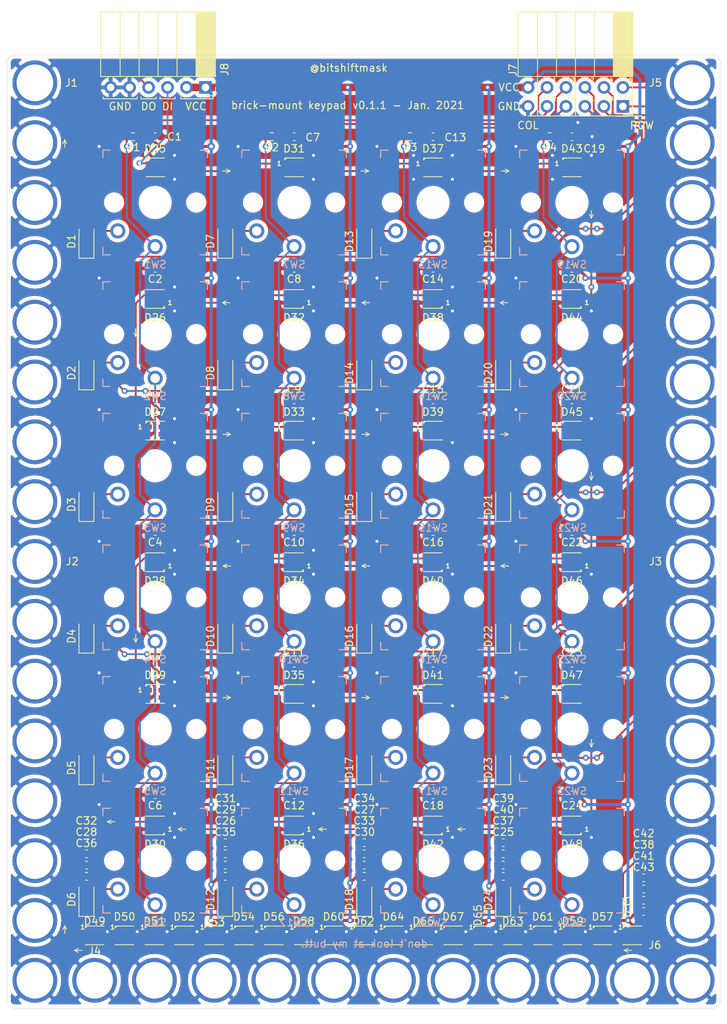
<source format=kicad_pcb>
(kicad_pcb (version 20171130) (host pcbnew 5.1.9)
  (layers (0 F.Cu signal) (31 B.Cu signal) (34 B.Paste user) (35 F.Paste user) (36 B.SilkS user) (37 F.SilkS user) (38 B.Mask user) (39 F.Mask user) (44 Edge.Cuts user))
  (net 0 "")
  (net 1 GND)
  (net 2 VCC)
  (net 3 "Net-(D1-Pad2)")
  (net 4 "Net-(D2-Pad2)")
  (net 5 "Net-(D3-Pad2)")
  (net 6 "Net-(D4-Pad2)")
  (net 7 "Net-(D5-Pad2)")
  (net 8 "Net-(D6-Pad2)")
  (net 9 "Net-(D7-Pad2)")
  (net 10 "Net-(D8-Pad2)")
  (net 11 "Net-(D9-Pad2)")
  (net 12 "Net-(D10-Pad2)")
  (net 13 "Net-(D11-Pad2)")
  (net 14 "Net-(D12-Pad2)")
  (net 15 "Net-(D13-Pad2)")
  (net 16 "Net-(D14-Pad2)")
  (net 17 "Net-(D15-Pad2)")
  (net 18 "Net-(D16-Pad2)")
  (net 19 "Net-(D17-Pad2)")
  (net 20 "Net-(D18-Pad2)")
  (net 21 "Net-(D19-Pad2)")
  (net 22 "Net-(D20-Pad2)")
  (net 23 "Net-(D21-Pad2)")
  (net 24 "Net-(D22-Pad2)")
  (net 25 "Net-(D23-Pad2)")
  (net 26 "Net-(D24-Pad2)")
  (net 27 "Net-(D25-Pad3)")
  (net 28 "Net-(D26-Pad3)")
  (net 29 "Net-(D26-Pad1)")
  (net 30 "Net-(D27-Pad3)")
  (net 31 "Net-(D28-Pad3)")
  (net 32 "Net-(D28-Pad1)")
  (net 33 "Net-(D29-Pad3)")
  (net 34 "Net-(D30-Pad1)")
  (net 35 "Net-(D31-Pad3)")
  (net 36 "Net-(D32-Pad1)")
  (net 37 "Net-(D33-Pad3)")
  (net 38 "Net-(D34-Pad1)")
  (net 39 "Net-(D35-Pad3)")
  (net 40 "Net-(D36-Pad1)")
  (net 41 "Net-(D37-Pad3)")
  (net 42 "Net-(D38-Pad1)")
  (net 43 "Net-(D39-Pad3)")
  (net 44 "Net-(D40-Pad1)")
  (net 45 "Net-(D41-Pad3)")
  (net 46 "Net-(D42-Pad1)")
  (net 47 "Net-(D43-Pad3)")
  (net 48 "Net-(D45-Pad3)")
  (net 49 "Net-(D47-Pad3)")
  (net 50 /ROW1)
  (net 51 /ROW2)
  (net 52 /ROW3)
  (net 53 /ROW4)
  (net 54 /ROW5)
  (net 55 /ROW6)
  (net 56 /DIN)
  (net 57 /DOUT)
  (net 58 /COL4)
  (net 59 /COL3)
  (net 60 /COL2)
  (net 61 /COL1)
  (net 62 /notification-leds/DIN)
  (net 63 "Net-(D49-Pad3)")
  (net 64 "Net-(D50-Pad3)")
  (net 65 "Net-(D51-Pad3)")
  (net 66 "Net-(D52-Pad3)")
  (net 67 "Net-(D53-Pad3)")
  (net 68 "Net-(D54-Pad3)")
  (net 69 "Net-(D55-Pad1)")
  (net 70 "Net-(D56-Pad3)")
  (net 71 "Net-(D57-Pad1)")
  (net 72 "Net-(D58-Pad3)")
  (net 73 "Net-(D59-Pad1)")
  (net 74 "Net-(D60-Pad3)")
  (net 75 "Net-(D61-Pad1)")
  (net 76 "Net-(D62-Pad3)")
  (net 77 "Net-(D63-Pad1)")
  (net 78 "Net-(D64-Pad3)")
  (net 79 "Net-(D65-Pad1)")
  (net 80 "Net-(D66-Pad3)")
  (module Capacitor_SMD:C_0603_1608Metric (layer F.Cu) (at 175.5 164.8)
    (fp_text reference C43 (at 0 -5.93) (layer F.SilkS))
    (fp_text value 1uF)
    (pad 2 smd roundrect (at 0.775 0) (size 0.9 0.95) (layers F.Cu F.Paste F.Mask) (net 1 GND))
    (pad 1 smd roundrect (at -0.775 0) (size 0.9 0.95) (layers F.Cu F.Paste F.Mask) (net 2 VCC))
  )
  (module Capacitor_SMD:C_0603_1608Metric (layer F.Cu) (at 175.5 160.3)
    (fp_text reference C42 (at 0 -5.93) (layer F.SilkS))
    (fp_text value 1uF)
    (pad 2 smd roundrect (at 0.775 0) (size 0.9 0.95) (layers F.Cu F.Paste F.Mask) (net 1 GND))
    (pad 1 smd roundrect (at -0.775 0) (size 0.9 0.95) (layers F.Cu F.Paste F.Mask) (net 2 VCC))
  )
  (module Capacitor_SMD:C_0603_1608Metric (layer F.Cu) (at 175.5 163.3)
    (fp_text reference C41 (at 0 -5.93) (layer F.SilkS))
    (fp_text value 1uF)
    (pad 2 smd roundrect (at 0.775 0) (size 0.9 0.95) (layers F.Cu F.Paste F.Mask) (net 1 GND))
    (pad 1 smd roundrect (at -0.775 0) (size 0.9 0.95) (layers F.Cu F.Paste F.Mask) (net 2 VCC))
  )
  (module Capacitor_SMD:C_0603_1608Metric (layer F.Cu) (at 156.7 157.1)
    (fp_text reference C40 (at 0 -5.93) (layer F.SilkS))
    (fp_text value 1uF)
    (pad 2 smd roundrect (at 0.775 0) (size 0.9 0.95) (layers F.Cu F.Paste F.Mask) (net 1 GND))
    (pad 1 smd roundrect (at -0.775 0) (size 0.9 0.95) (layers F.Cu F.Paste F.Mask) (net 2 VCC))
  )
  (module Capacitor_SMD:C_0603_1608Metric (layer F.Cu) (at 156.7 155.6)
    (fp_text reference C39 (at 0 -5.93) (layer F.SilkS))
    (fp_text value 1uF)
    (pad 2 smd roundrect (at 0.775 0) (size 0.9 0.95) (layers F.Cu F.Paste F.Mask) (net 1 GND))
    (pad 1 smd roundrect (at -0.775 0) (size 0.9 0.95) (layers F.Cu F.Paste F.Mask) (net 2 VCC))
  )
  (module Capacitor_SMD:C_0603_1608Metric (layer F.Cu) (at 175.5 161.8)
    (fp_text reference C38 (at 0 -5.93) (layer F.SilkS))
    (fp_text value 1uF)
    (pad 2 smd roundrect (at 0.775 0) (size 0.9 0.95) (layers F.Cu F.Paste F.Mask) (net 1 GND))
    (pad 1 smd roundrect (at -0.775 0) (size 0.9 0.95) (layers F.Cu F.Paste F.Mask) (net 2 VCC))
  )
  (module Capacitor_SMD:C_0603_1608Metric (layer F.Cu) (at 156.7 158.6)
    (fp_text reference C37 (at 0 -5.93) (layer F.SilkS))
    (fp_text value 1uF)
    (pad 2 smd roundrect (at 0.775 0) (size 0.9 0.95) (layers F.Cu F.Paste F.Mask) (net 1 GND))
    (pad 1 smd roundrect (at -0.775 0) (size 0.9 0.95) (layers F.Cu F.Paste F.Mask) (net 2 VCC))
  )
  (module Capacitor_SMD:C_0603_1608Metric (layer F.Cu) (at 100.9 160.1)
    (fp_text reference C36 (at 0 -4.43) (layer F.SilkS))
    (fp_text value 1uF)
    (pad 2 smd roundrect (at 0.775 0) (size 0.9 0.95) (layers F.Cu F.Paste F.Mask) (net 1 GND))
    (pad 1 smd roundrect (at -0.775 0) (size 0.9 0.95) (layers F.Cu F.Paste F.Mask) (net 2 VCC))
  )
  (module Capacitor_SMD:C_0603_1608Metric (layer F.Cu) (at 119.5 160.1)
    (fp_text reference C35 (at 0 -5.93) (layer F.SilkS))
    (fp_text value 1uF)
    (pad 2 smd roundrect (at 0.775 0) (size 0.9 0.95) (layers F.Cu F.Paste F.Mask) (net 1 GND))
    (pad 1 smd roundrect (at -0.775 0) (size 0.9 0.95) (layers F.Cu F.Paste F.Mask) (net 2 VCC))
  )
  (module Capacitor_SMD:C_0603_1608Metric (layer F.Cu) (at 138.1 155.6)
    (fp_text reference C34 (at 0 -5.93) (layer F.SilkS))
    (fp_text value 1uF)
    (pad 2 smd roundrect (at 0.775 0) (size 0.9 0.95) (layers F.Cu F.Paste F.Mask) (net 1 GND))
    (pad 1 smd roundrect (at -0.775 0) (size 0.9 0.95) (layers F.Cu F.Paste F.Mask) (net 2 VCC))
  )
  (module Capacitor_SMD:C_0603_1608Metric (layer F.Cu) (at 138.1 158.6)
    (fp_text reference C33 (at 0 -5.93) (layer F.SilkS))
    (fp_text value 1uF)
    (pad 2 smd roundrect (at 0.775 0) (size 0.9 0.95) (layers F.Cu F.Paste F.Mask) (net 1 GND))
    (pad 1 smd roundrect (at -0.775 0) (size 0.9 0.95) (layers F.Cu F.Paste F.Mask) (net 2 VCC))
  )
  (module Capacitor_SMD:C_0603_1608Metric (layer F.Cu) (at 100.9 157.1)
    (fp_text reference C32 (at 0 -4.43) (layer F.SilkS))
    (fp_text value 1uF)
    (pad 2 smd roundrect (at 0.775 0) (size 0.9 0.95) (layers F.Cu F.Paste F.Mask) (net 1 GND))
    (pad 1 smd roundrect (at -0.775 0) (size 0.9 0.95) (layers F.Cu F.Paste F.Mask) (net 2 VCC))
  )
  (module Capacitor_SMD:C_0603_1608Metric (layer F.Cu) (at 119.5 155.6)
    (fp_text reference C31 (at 0 -5.93) (layer F.SilkS))
    (fp_text value 1uF)
    (pad 2 smd roundrect (at 0.775 0) (size 0.9 0.95) (layers F.Cu F.Paste F.Mask) (net 1 GND))
    (pad 1 smd roundrect (at -0.775 0) (size 0.9 0.95) (layers F.Cu F.Paste F.Mask) (net 2 VCC))
  )
  (module Capacitor_SMD:C_0603_1608Metric (layer F.Cu) (at 138.1 160.1)
    (fp_text reference C30 (at 0 -5.93) (layer F.SilkS))
    (fp_text value 1uF)
    (pad 2 smd roundrect (at 0.775 0) (size 0.9 0.95) (layers F.Cu F.Paste F.Mask) (net 1 GND))
    (pad 1 smd roundrect (at -0.775 0) (size 0.9 0.95) (layers F.Cu F.Paste F.Mask) (net 2 VCC))
  )
  (module Capacitor_SMD:C_0603_1608Metric (layer F.Cu) (at 119.5 157.1)
    (fp_text reference C29 (at 0 -5.93) (layer F.SilkS))
    (fp_text value 1uF)
    (pad 2 smd roundrect (at 0.775 0) (size 0.9 0.95) (layers F.Cu F.Paste F.Mask) (net 1 GND))
    (pad 1 smd roundrect (at -0.775 0) (size 0.9 0.95) (layers F.Cu F.Paste F.Mask) (net 2 VCC))
  )
  (module Capacitor_SMD:C_0603_1608Metric (layer F.Cu) (at 100.9 158.6)
    (fp_text reference C28 (at 0 -4.43) (layer F.SilkS))
    (fp_text value 1uF)
    (pad 2 smd roundrect (at 0.775 0) (size 0.9 0.95) (layers F.Cu F.Paste F.Mask) (net 1 GND))
    (pad 1 smd roundrect (at -0.775 0) (size 0.9 0.95) (layers F.Cu F.Paste F.Mask) (net 2 VCC))
  )
  (module Capacitor_SMD:C_0603_1608Metric (layer F.Cu) (at 138.1 157.1)
    (fp_text reference C27 (at 0 -5.93) (layer F.SilkS))
    (fp_text value 1uF)
    (pad 2 smd roundrect (at 0.775 0) (size 0.9 0.95) (layers F.Cu F.Paste F.Mask) (net 1 GND))
    (pad 1 smd roundrect (at -0.775 0) (size 0.9 0.95) (layers F.Cu F.Paste F.Mask) (net 2 VCC))
  )
  (module Capacitor_SMD:C_0603_1608Metric (layer F.Cu) (at 119.5 158.6)
    (fp_text reference C26 (at 0 -5.93) (layer F.SilkS))
    (fp_text value 1uF)
    (pad 2 smd roundrect (at 0.775 0) (size 0.9 0.95) (layers F.Cu F.Paste F.Mask) (net 1 GND))
    (pad 1 smd roundrect (at -0.775 0) (size 0.9 0.95) (layers F.Cu F.Paste F.Mask) (net 2 VCC))
  )
  (module Capacitor_SMD:C_0603_1608Metric (layer F.Cu) (at 156.7 160.1)
    (fp_text reference C25 (at 0 -5.93) (layer F.SilkS))
    (fp_text value 1uF)
    (pad 2 smd roundrect (at 0.775 0) (size 0.9 0.95) (layers F.Cu F.Paste F.Mask) (net 1 GND))
    (pad 1 smd roundrect (at -0.775 0) (size 0.9 0.95) (layers F.Cu F.Paste F.Mask) (net 2 VCC))
  )
  (module brick-misc:TC2020RGB (layer F.Cu) (at 150 168)
    (fp_text reference D67 (at 0 -2.5) (layer F.SilkS))
    (fp_text value TC2020-RGB)
    (fp_text user 1 (at -1.6 -1.1) (layer F.SilkS) (effects (font (size 0.6 0.6))))
    (pad 3 smd rect (at 0.85 0.5) (size 0.8 0.6) (layers F.Cu F.Paste F.Mask) (net 79 "Net-(D65-Pad1)"))
    (pad 2 smd rect (at -0.85 0.5) (size 0.8 0.6) (layers F.Cu F.Paste F.Mask) (net 2 VCC))
    (pad 4 smd rect (at 0.85 -0.5) (size 0.8 0.6) (layers F.Cu F.Paste F.Mask) (net 1 GND))
    (pad 1 smd rect (at -0.85 -0.5) (size 0.8 0.6) (layers F.Cu F.Paste F.Mask) (net 80 "Net-(D66-Pad3)"))
  )
  (module brick-misc:TC2020RGB (layer F.Cu) (at 146 168)
    (fp_text reference D66 (at 0 -1.9) (layer F.SilkS))
    (fp_text value TC2020-RGB)
    (fp_text user 1 (at -1.6 -1.1) (layer F.SilkS) (effects (font (size 0.6 0.6))))
    (pad 3 smd rect (at 0.85 0.5) (size 0.8 0.6) (layers F.Cu F.Paste F.Mask) (net 80 "Net-(D66-Pad3)"))
    (pad 2 smd rect (at -0.85 0.5) (size 0.8 0.6) (layers F.Cu F.Paste F.Mask) (net 2 VCC))
    (pad 4 smd rect (at 0.85 -0.5) (size 0.8 0.6) (layers F.Cu F.Paste F.Mask) (net 1 GND))
    (pad 1 smd rect (at -0.85 -0.5) (size 0.8 0.6) (layers F.Cu F.Paste F.Mask) (net 78 "Net-(D64-Pad3)"))
  )
  (module brick-misc:TC2020RGB (layer F.Cu) (at 154 168)
    (fp_text reference D65 (at -0.7 -2.7 90) (layer F.SilkS))
    (fp_text value TC2020-RGB)
    (fp_text user 1 (at -1.6 -1.1) (layer F.SilkS) (effects (font (size 0.6 0.6))))
    (pad 3 smd rect (at 0.85 0.5) (size 0.8 0.6) (layers F.Cu F.Paste F.Mask) (net 77 "Net-(D63-Pad1)"))
    (pad 2 smd rect (at -0.85 0.5) (size 0.8 0.6) (layers F.Cu F.Paste F.Mask) (net 2 VCC))
    (pad 4 smd rect (at 0.85 -0.5) (size 0.8 0.6) (layers F.Cu F.Paste F.Mask) (net 1 GND))
    (pad 1 smd rect (at -0.85 -0.5) (size 0.8 0.6) (layers F.Cu F.Paste F.Mask) (net 79 "Net-(D65-Pad1)"))
  )
  (module brick-misc:TC2020RGB (layer F.Cu) (at 142 168)
    (fp_text reference D64 (at 0 -2.5) (layer F.SilkS))
    (fp_text value TC2020-RGB)
    (fp_text user 1 (at -1.6 -1.1) (layer F.SilkS) (effects (font (size 0.6 0.6))))
    (pad 3 smd rect (at 0.85 0.5) (size 0.8 0.6) (layers F.Cu F.Paste F.Mask) (net 78 "Net-(D64-Pad3)"))
    (pad 2 smd rect (at -0.85 0.5) (size 0.8 0.6) (layers F.Cu F.Paste F.Mask) (net 2 VCC))
    (pad 4 smd rect (at 0.85 -0.5) (size 0.8 0.6) (layers F.Cu F.Paste F.Mask) (net 1 GND))
    (pad 1 smd rect (at -0.85 -0.5) (size 0.8 0.6) (layers F.Cu F.Paste F.Mask) (net 76 "Net-(D62-Pad3)"))
  )
  (module brick-misc:TC2020RGB (layer F.Cu) (at 158 168)
    (fp_text reference D63 (at 0 -1.9) (layer F.SilkS))
    (fp_text value TC2020-RGB)
    (fp_text user 1 (at -1.6 -1.1) (layer F.SilkS) (effects (font (size 0.6 0.6))))
    (pad 3 smd rect (at 0.85 0.5) (size 0.8 0.6) (layers F.Cu F.Paste F.Mask) (net 75 "Net-(D61-Pad1)"))
    (pad 2 smd rect (at -0.85 0.5) (size 0.8 0.6) (layers F.Cu F.Paste F.Mask) (net 2 VCC))
    (pad 4 smd rect (at 0.85 -0.5) (size 0.8 0.6) (layers F.Cu F.Paste F.Mask) (net 1 GND))
    (pad 1 smd rect (at -0.85 -0.5) (size 0.8 0.6) (layers F.Cu F.Paste F.Mask) (net 77 "Net-(D63-Pad1)"))
  )
  (module brick-misc:TC2020RGB (layer F.Cu) (at 138 168)
    (fp_text reference D62 (at 0 -1.9) (layer F.SilkS))
    (fp_text value TC2020-RGB)
    (fp_text user 1 (at -1.6 -1.1) (layer F.SilkS) (effects (font (size 0.6 0.6))))
    (pad 3 smd rect (at 0.85 0.5) (size 0.8 0.6) (layers F.Cu F.Paste F.Mask) (net 76 "Net-(D62-Pad3)"))
    (pad 2 smd rect (at -0.85 0.5) (size 0.8 0.6) (layers F.Cu F.Paste F.Mask) (net 2 VCC))
    (pad 4 smd rect (at 0.85 -0.5) (size 0.8 0.6) (layers F.Cu F.Paste F.Mask) (net 1 GND))
    (pad 1 smd rect (at -0.85 -0.5) (size 0.8 0.6) (layers F.Cu F.Paste F.Mask) (net 74 "Net-(D60-Pad3)"))
  )
  (module brick-misc:TC2020RGB (layer F.Cu) (at 162 168)
    (fp_text reference D61 (at 0 -2.5) (layer F.SilkS))
    (fp_text value TC2020-RGB)
    (fp_text user 1 (at -1.6 -1.1) (layer F.SilkS) (effects (font (size 0.6 0.6))))
    (pad 3 smd rect (at 0.85 0.5) (size 0.8 0.6) (layers F.Cu F.Paste F.Mask) (net 73 "Net-(D59-Pad1)"))
    (pad 2 smd rect (at -0.85 0.5) (size 0.8 0.6) (layers F.Cu F.Paste F.Mask) (net 2 VCC))
    (pad 4 smd rect (at 0.85 -0.5) (size 0.8 0.6) (layers F.Cu F.Paste F.Mask) (net 1 GND))
    (pad 1 smd rect (at -0.85 -0.5) (size 0.8 0.6) (layers F.Cu F.Paste F.Mask) (net 75 "Net-(D61-Pad1)"))
  )
  (module brick-misc:TC2020RGB (layer F.Cu) (at 134 168)
    (fp_text reference D60 (at 0 -2.5) (layer F.SilkS))
    (fp_text value TC2020-RGB)
    (fp_text user 1 (at -1.6 -1.1) (layer F.SilkS) (effects (font (size 0.6 0.6))))
    (pad 3 smd rect (at 0.85 0.5) (size 0.8 0.6) (layers F.Cu F.Paste F.Mask) (net 74 "Net-(D60-Pad3)"))
    (pad 2 smd rect (at -0.85 0.5) (size 0.8 0.6) (layers F.Cu F.Paste F.Mask) (net 2 VCC))
    (pad 4 smd rect (at 0.85 -0.5) (size 0.8 0.6) (layers F.Cu F.Paste F.Mask) (net 1 GND))
    (pad 1 smd rect (at -0.85 -0.5) (size 0.8 0.6) (layers F.Cu F.Paste F.Mask) (net 72 "Net-(D58-Pad3)"))
  )
  (module brick-misc:TC2020RGB (layer F.Cu) (at 166 168)
    (fp_text reference D59 (at 0 -1.9) (layer F.SilkS))
    (fp_text value TC2020-RGB)
    (fp_text user 1 (at -1.6 -1.1) (layer F.SilkS) (effects (font (size 0.6 0.6))))
    (pad 3 smd rect (at 0.85 0.5) (size 0.8 0.6) (layers F.Cu F.Paste F.Mask) (net 71 "Net-(D57-Pad1)"))
    (pad 2 smd rect (at -0.85 0.5) (size 0.8 0.6) (layers F.Cu F.Paste F.Mask) (net 2 VCC))
    (pad 4 smd rect (at 0.85 -0.5) (size 0.8 0.6) (layers F.Cu F.Paste F.Mask) (net 1 GND))
    (pad 1 smd rect (at -0.85 -0.5) (size 0.8 0.6) (layers F.Cu F.Paste F.Mask) (net 73 "Net-(D59-Pad1)"))
  )
  (module brick-misc:TC2020RGB (layer F.Cu) (at 130 168)
    (fp_text reference D58 (at 0 -1.9) (layer F.SilkS))
    (fp_text value TC2020-RGB)
    (fp_text user 1 (at -1.6 -1.1) (layer F.SilkS) (effects (font (size 0.6 0.6))))
    (pad 3 smd rect (at 0.85 0.5) (size 0.8 0.6) (layers F.Cu F.Paste F.Mask) (net 72 "Net-(D58-Pad3)"))
    (pad 2 smd rect (at -0.85 0.5) (size 0.8 0.6) (layers F.Cu F.Paste F.Mask) (net 2 VCC))
    (pad 4 smd rect (at 0.85 -0.5) (size 0.8 0.6) (layers F.Cu F.Paste F.Mask) (net 1 GND))
    (pad 1 smd rect (at -0.85 -0.5) (size 0.8 0.6) (layers F.Cu F.Paste F.Mask) (net 70 "Net-(D56-Pad3)"))
  )
  (module brick-misc:TC2020RGB (layer F.Cu) (at 170 168)
    (fp_text reference D57 (at 0 -2.5) (layer F.SilkS))
    (fp_text value TC2020-RGB)
    (fp_text user 1 (at -1.6 -1.1) (layer F.SilkS) (effects (font (size 0.6 0.6))))
    (pad 3 smd rect (at 0.85 0.5) (size 0.8 0.6) (layers F.Cu F.Paste F.Mask) (net 69 "Net-(D55-Pad1)"))
    (pad 2 smd rect (at -0.85 0.5) (size 0.8 0.6) (layers F.Cu F.Paste F.Mask) (net 2 VCC))
    (pad 4 smd rect (at 0.85 -0.5) (size 0.8 0.6) (layers F.Cu F.Paste F.Mask) (net 1 GND))
    (pad 1 smd rect (at -0.85 -0.5) (size 0.8 0.6) (layers F.Cu F.Paste F.Mask) (net 71 "Net-(D57-Pad1)"))
  )
  (module brick-misc:TC2020RGB (layer F.Cu) (at 126 168)
    (fp_text reference D56 (at 0 -2.5) (layer F.SilkS))
    (fp_text value TC2020-RGB)
    (fp_text user 1 (at -1.6 -1.1) (layer F.SilkS) (effects (font (size 0.6 0.6))))
    (pad 3 smd rect (at 0.85 0.5) (size 0.8 0.6) (layers F.Cu F.Paste F.Mask) (net 70 "Net-(D56-Pad3)"))
    (pad 2 smd rect (at -0.85 0.5) (size 0.8 0.6) (layers F.Cu F.Paste F.Mask) (net 2 VCC))
    (pad 4 smd rect (at 0.85 -0.5) (size 0.8 0.6) (layers F.Cu F.Paste F.Mask) (net 1 GND))
    (pad 1 smd rect (at -0.85 -0.5) (size 0.8 0.6) (layers F.Cu F.Paste F.Mask) (net 68 "Net-(D54-Pad3)"))
  )
  (module brick-misc:TC2020RGB (layer F.Cu) (at 174 168)
    (fp_text reference D55 (at -0.7 -3.8 90) (layer F.SilkS))
    (fp_text value TC2020-RGB)
    (fp_text user 1 (at -1.6 -1.1) (layer F.SilkS) (effects (font (size 0.6 0.6))))
    (pad 3 smd rect (at 0.85 0.5) (size 0.8 0.6) (layers F.Cu F.Paste F.Mask) (net 57 /DOUT))
    (pad 2 smd rect (at -0.85 0.5) (size 0.8 0.6) (layers F.Cu F.Paste F.Mask) (net 2 VCC))
    (pad 4 smd rect (at 0.85 -0.5) (size 0.8 0.6) (layers F.Cu F.Paste F.Mask) (net 1 GND))
    (pad 1 smd rect (at -0.85 -0.5) (size 0.8 0.6) (layers F.Cu F.Paste F.Mask) (net 69 "Net-(D55-Pad1)"))
  )
  (module brick-misc:TC2020RGB (layer F.Cu) (at 122 168)
    (fp_text reference D54 (at 0 -2.5) (layer F.SilkS))
    (fp_text value TC2020-RGB)
    (fp_text user 1 (at -1.6 -1.1) (layer F.SilkS) (effects (font (size 0.6 0.6))))
    (pad 3 smd rect (at 0.85 0.5) (size 0.8 0.6) (layers F.Cu F.Paste F.Mask) (net 68 "Net-(D54-Pad3)"))
    (pad 2 smd rect (at -0.85 0.5) (size 0.8 0.6) (layers F.Cu F.Paste F.Mask) (net 2 VCC))
    (pad 4 smd rect (at 0.85 -0.5) (size 0.8 0.6) (layers F.Cu F.Paste F.Mask) (net 1 GND))
    (pad 1 smd rect (at -0.85 -0.5) (size 0.8 0.6) (layers F.Cu F.Paste F.Mask) (net 67 "Net-(D53-Pad3)"))
  )
  (module brick-misc:TC2020RGB (layer F.Cu) (at 118 168)
    (fp_text reference D53 (at 0 -1.8) (layer F.SilkS))
    (fp_text value TC2020-RGB)
    (fp_text user 1 (at -1.6 -1.1) (layer F.SilkS) (effects (font (size 0.6 0.6))))
    (pad 3 smd rect (at 0.85 0.5) (size 0.8 0.6) (layers F.Cu F.Paste F.Mask) (net 67 "Net-(D53-Pad3)"))
    (pad 2 smd rect (at -0.85 0.5) (size 0.8 0.6) (layers F.Cu F.Paste F.Mask) (net 2 VCC))
    (pad 4 smd rect (at 0.85 -0.5) (size 0.8 0.6) (layers F.Cu F.Paste F.Mask) (net 1 GND))
    (pad 1 smd rect (at -0.85 -0.5) (size 0.8 0.6) (layers F.Cu F.Paste F.Mask) (net 66 "Net-(D52-Pad3)"))
  )
  (module brick-misc:TC2020RGB (layer F.Cu) (at 114 168)
    (fp_text reference D52 (at 0 -2.5) (layer F.SilkS))
    (fp_text value TC2020-RGB)
    (fp_text user 1 (at -1.6 -1.1) (layer F.SilkS) (effects (font (size 0.6 0.6))))
    (pad 3 smd rect (at 0.85 0.5) (size 0.8 0.6) (layers F.Cu F.Paste F.Mask) (net 66 "Net-(D52-Pad3)"))
    (pad 2 smd rect (at -0.85 0.5) (size 0.8 0.6) (layers F.Cu F.Paste F.Mask) (net 2 VCC))
    (pad 4 smd rect (at 0.85 -0.5) (size 0.8 0.6) (layers F.Cu F.Paste F.Mask) (net 1 GND))
    (pad 1 smd rect (at -0.85 -0.5) (size 0.8 0.6) (layers F.Cu F.Paste F.Mask) (net 65 "Net-(D51-Pad3)"))
  )
  (module brick-misc:TC2020RGB (layer F.Cu) (at 110 168)
    (fp_text reference D51 (at 0 -1.9) (layer F.SilkS))
    (fp_text value TC2020-RGB)
    (fp_text user 1 (at -1.6 -1.1) (layer F.SilkS) (effects (font (size 0.6 0.6))))
    (pad 3 smd rect (at 0.85 0.5) (size 0.8 0.6) (layers F.Cu F.Paste F.Mask) (net 65 "Net-(D51-Pad3)"))
    (pad 2 smd rect (at -0.85 0.5) (size 0.8 0.6) (layers F.Cu F.Paste F.Mask) (net 2 VCC))
    (pad 4 smd rect (at 0.85 -0.5) (size 0.8 0.6) (layers F.Cu F.Paste F.Mask) (net 1 GND))
    (pad 1 smd rect (at -0.85 -0.5) (size 0.8 0.6) (layers F.Cu F.Paste F.Mask) (net 64 "Net-(D50-Pad3)"))
  )
  (module brick-misc:TC2020RGB (layer F.Cu) (at 106 168)
    (fp_text reference D50 (at 0 -2.5) (layer F.SilkS))
    (fp_text value TC2020-RGB)
    (fp_text user 1 (at -1.6 -1.1) (layer F.SilkS) (effects (font (size 0.6 0.6))))
    (pad 3 smd rect (at 0.85 0.5) (size 0.8 0.6) (layers F.Cu F.Paste F.Mask) (net 64 "Net-(D50-Pad3)"))
    (pad 2 smd rect (at -0.85 0.5) (size 0.8 0.6) (layers F.Cu F.Paste F.Mask) (net 2 VCC))
    (pad 4 smd rect (at 0.85 -0.5) (size 0.8 0.6) (layers F.Cu F.Paste F.Mask) (net 1 GND))
    (pad 1 smd rect (at -0.85 -0.5) (size 0.8 0.6) (layers F.Cu F.Paste F.Mask) (net 63 "Net-(D49-Pad3)"))
  )
  (module brick-misc:TC2020RGB (layer F.Cu) (at 102 168)
    (fp_text reference D49 (at 0 -1.9) (layer F.SilkS))
    (fp_text value TC2020-RGB)
    (fp_text user 1 (at -1.6 -1.1) (layer F.SilkS) (effects (font (size 0.6 0.6))))
    (pad 3 smd rect (at 0.85 0.5) (size 0.8 0.6) (layers F.Cu F.Paste F.Mask) (net 63 "Net-(D49-Pad3)"))
    (pad 2 smd rect (at -0.85 0.5) (size 0.8 0.6) (layers F.Cu F.Paste F.Mask) (net 2 VCC))
    (pad 4 smd rect (at 0.85 -0.5) (size 0.8 0.6) (layers F.Cu F.Paste F.Mask) (net 1 GND))
    (pad 1 smd rect (at -0.85 -0.5) (size 0.8 0.6) (layers F.Cu F.Paste F.Mask) (net 62 /notification-leds/DIN))
  )
  (module Connector_PinSocket_2.54mm:PinSocket_1x06_P2.54mm_Horizontal (layer F.Cu) (at 116.84 54.61 270)
    (fp_text reference J8 (at -2.41 -2.56 90) (layer F.SilkS))
    (fp_text value Conn_01x06)
    (pad 6 thru_hole oval (at 0 12.7 270) (size 1.7 1.7) (drill 1) (layers *.Cu *.Mask) (net 1 GND))
    (pad 5 thru_hole oval (at 0 10.16 270) (size 1.7 1.7) (drill 1) (layers *.Cu *.Mask) (net 1 GND))
    (pad 4 thru_hole oval (at 0 7.62 270) (size 1.7 1.7) (drill 1) (layers *.Cu *.Mask) (net 57 /DOUT))
    (pad 3 thru_hole oval (at 0 5.08 270) (size 1.7 1.7) (drill 1) (layers *.Cu *.Mask) (net 56 /DIN))
    (pad 2 thru_hole oval (at 0 2.54 270) (size 1.7 1.7) (drill 1) (layers *.Cu *.Mask) (net 2 VCC))
    (pad 1 thru_hole rect (at 0 0 270) (size 1.7 1.7) (drill 1) (layers *.Cu *.Mask) (net 2 VCC))
  )
  (module Connector_PinSocket_2.54mm:PinSocket_2x06_P2.54mm_Horizontal (layer F.Cu) (at 172.72 57.15 270)
    (fp_text reference J7 (at -4.85 14.72 90) (layer F.SilkS))
    (fp_text value Conn_02x06_Odd_Even)
    (pad 12 thru_hole oval (at -2.54 12.7 270) (size 1.7 1.7) (drill 1) (layers *.Cu *.Mask) (net 2 VCC))
    (pad 11 thru_hole oval (at 0 12.7 270) (size 1.7 1.7) (drill 1) (layers *.Cu *.Mask) (net 1 GND))
    (pad 10 thru_hole oval (at -2.54 10.16 270) (size 1.7 1.7) (drill 1) (layers *.Cu *.Mask) (net 61 /COL1))
    (pad 9 thru_hole oval (at 0 10.16 270) (size 1.7 1.7) (drill 1) (layers *.Cu *.Mask) (net 60 /COL2))
    (pad 8 thru_hole oval (at -2.54 7.62 270) (size 1.7 1.7) (drill 1) (layers *.Cu *.Mask) (net 59 /COL3))
    (pad 7 thru_hole oval (at 0 7.62 270) (size 1.7 1.7) (drill 1) (layers *.Cu *.Mask) (net 58 /COL4))
    (pad 6 thru_hole oval (at -2.54 5.08 270) (size 1.7 1.7) (drill 1) (layers *.Cu *.Mask) (net 51 /ROW2))
    (pad 5 thru_hole oval (at 0 5.08 270) (size 1.7 1.7) (drill 1) (layers *.Cu *.Mask) (net 50 /ROW1))
    (pad 4 thru_hole oval (at -2.54 2.54 270) (size 1.7 1.7) (drill 1) (layers *.Cu *.Mask) (net 53 /ROW4))
    (pad 3 thru_hole oval (at 0 2.54 270) (size 1.7 1.7) (drill 1) (layers *.Cu *.Mask) (net 52 /ROW3))
    (pad 2 thru_hole oval (at -2.54 0 270) (size 1.7 1.7) (drill 1) (layers *.Cu *.Mask) (net 55 /ROW6))
    (pad 1 thru_hole rect (at 0 0 270) (size 1.7 1.7) (drill 1) (layers *.Cu *.Mask) (net 54 /ROW5))
  )
  (module Capacitor_SMD:C_0603_1608Metric (layer F.Cu) (at 147.3 114 180)
    (fp_text reference C16 (at 0 -1.43) (layer F.SilkS))
    (fp_text value 1uF)
    (pad 2 smd roundrect (at 0.775 0 180) (size 0.9 0.95) (layers F.Cu F.Paste F.Mask) (net 1 GND))
    (pad 1 smd roundrect (at -0.775 0 180) (size 0.9 0.95) (layers F.Cu F.Paste F.Mask) (net 2 VCC))
  )
  (module Capacitor_SMD:C_0603_1608Metric (layer F.Cu) (at 165.9 78.8 180)
    (fp_text reference C20 (at 0 -1.43) (layer F.SilkS))
    (fp_text value 1uF)
    (pad 2 smd roundrect (at 0.775 0 180) (size 0.9 0.95) (layers F.Cu F.Paste F.Mask) (net 1 GND))
    (pad 1 smd roundrect (at -0.775 0 180) (size 0.9 0.95) (layers F.Cu F.Paste F.Mask) (net 2 VCC))
  )
  (module Capacitor_SMD:C_0603_1608Metric (layer F.Cu) (at 147.3 131.6)
    (fp_text reference C17 (at 0 -1.43) (layer F.SilkS))
    (fp_text value 1uF)
    (pad 2 smd roundrect (at 0.775 0) (size 0.9 0.95) (layers F.Cu F.Paste F.Mask) (net 1 GND))
    (pad 1 smd roundrect (at -0.775 0) (size 0.9 0.95) (layers F.Cu F.Paste F.Mask) (net 2 VCC))
  )
  (module Capacitor_SMD:C_0603_1608Metric (layer F.Cu) (at 128.7 96.4)
    (fp_text reference C9 (at 0 -1.43) (layer F.SilkS))
    (fp_text value 1uF)
    (pad 2 smd roundrect (at 0.775 0) (size 0.9 0.95) (layers F.Cu F.Paste F.Mask) (net 1 GND))
    (pad 1 smd roundrect (at -0.775 0) (size 0.9 0.95) (layers F.Cu F.Paste F.Mask) (net 2 VCC))
  )
  (module Capacitor_SMD:C_0603_1608Metric (layer F.Cu) (at 147.3 78.8 180)
    (fp_text reference C14 (at 0 -1.43) (layer F.SilkS))
    (fp_text value 1uF)
    (pad 2 smd roundrect (at 0.775 0 180) (size 0.9 0.95) (layers F.Cu F.Paste F.Mask) (net 1 GND))
    (pad 1 smd roundrect (at -0.775 0 180) (size 0.9 0.95) (layers F.Cu F.Paste F.Mask) (net 2 VCC))
  )
  (module Capacitor_SMD:C_0603_1608Metric (layer F.Cu) (at 128.7 131.6)
    (fp_text reference C11 (at 0 -1.43) (layer F.SilkS))
    (fp_text value 1uF)
    (pad 2 smd roundrect (at 0.775 0) (size 0.9 0.95) (layers F.Cu F.Paste F.Mask) (net 1 GND))
    (pad 1 smd roundrect (at -0.775 0) (size 0.9 0.95) (layers F.Cu F.Paste F.Mask) (net 2 VCC))
  )
  (module Capacitor_SMD:C_0603_1608Metric (layer F.Cu) (at 128.7 149.2 180)
    (fp_text reference C12 (at 0 -1.43) (layer F.SilkS))
    (fp_text value 1uF)
    (pad 2 smd roundrect (at 0.775 0 180) (size 0.9 0.95) (layers F.Cu F.Paste F.Mask) (net 1 GND))
    (pad 1 smd roundrect (at -0.775 0 180) (size 0.9 0.95) (layers F.Cu F.Paste F.Mask) (net 2 VCC))
  )
  (module Capacitor_SMD:C_0603_1608Metric (layer F.Cu) (at 110.1 61.2)
    (fp_text reference C1 (at 2.6 0) (layer F.SilkS))
    (fp_text value 1uF)
    (pad 2 smd roundrect (at 0.775 0) (size 0.9 0.95) (layers F.Cu F.Paste F.Mask) (net 1 GND))
    (pad 1 smd roundrect (at -0.775 0) (size 0.9 0.95) (layers F.Cu F.Paste F.Mask) (net 2 VCC))
  )
  (module Capacitor_SMD:C_0603_1608Metric (layer F.Cu) (at 165.9 149.2 180)
    (fp_text reference C24 (at 0 -1.43) (layer F.SilkS))
    (fp_text value 1uF)
    (pad 2 smd roundrect (at 0.775 0 180) (size 0.9 0.95) (layers F.Cu F.Paste F.Mask) (net 1 GND))
    (pad 1 smd roundrect (at -0.775 0 180) (size 0.9 0.95) (layers F.Cu F.Paste F.Mask) (net 2 VCC))
  )
  (module Capacitor_SMD:C_0603_1608Metric (layer F.Cu) (at 165.9 131.6)
    (fp_text reference C23 (at 0 -1.43) (layer F.SilkS))
    (fp_text value 1uF)
    (pad 2 smd roundrect (at 0.775 0) (size 0.9 0.95) (layers F.Cu F.Paste F.Mask) (net 1 GND))
    (pad 1 smd roundrect (at -0.775 0) (size 0.9 0.95) (layers F.Cu F.Paste F.Mask) (net 2 VCC))
  )
  (module Capacitor_SMD:C_0603_1608Metric (layer F.Cu) (at 110.1 149.2 180)
    (fp_text reference C6 (at 0 -1.43) (layer F.SilkS))
    (fp_text value 1uF)
    (pad 2 smd roundrect (at 0.775 0 180) (size 0.9 0.95) (layers F.Cu F.Paste F.Mask) (net 1 GND))
    (pad 1 smd roundrect (at -0.775 0 180) (size 0.9 0.95) (layers F.Cu F.Paste F.Mask) (net 2 VCC))
  )
  (module Capacitor_SMD:C_0603_1608Metric (layer F.Cu) (at 165.9 114 180)
    (fp_text reference C22 (at 0 -1.43) (layer F.SilkS))
    (fp_text value 1uF)
    (pad 2 smd roundrect (at 0.775 0 180) (size 0.9 0.95) (layers F.Cu F.Paste F.Mask) (net 1 GND))
    (pad 1 smd roundrect (at -0.775 0 180) (size 0.9 0.95) (layers F.Cu F.Paste F.Mask) (net 2 VCC))
  )
  (module Capacitor_SMD:C_0603_1608Metric (layer F.Cu) (at 165.9 96.4)
    (fp_text reference C21 (at 0 -1.43) (layer F.SilkS))
    (fp_text value 1uF)
    (pad 2 smd roundrect (at 0.775 0) (size 0.9 0.95) (layers F.Cu F.Paste F.Mask) (net 1 GND))
    (pad 1 smd roundrect (at -0.775 0) (size 0.9 0.95) (layers F.Cu F.Paste F.Mask) (net 2 VCC))
  )
  (module Capacitor_SMD:C_0603_1608Metric (layer F.Cu) (at 165.9 61.2)
    (fp_text reference C19 (at 3 1.6) (layer F.SilkS))
    (fp_text value 1uF)
    (pad 2 smd roundrect (at 0.775 0) (size 0.9 0.95) (layers F.Cu F.Paste F.Mask) (net 1 GND))
    (pad 1 smd roundrect (at -0.775 0) (size 0.9 0.95) (layers F.Cu F.Paste F.Mask) (net 2 VCC))
  )
  (module Capacitor_SMD:C_0603_1608Metric (layer F.Cu) (at 147.3 149.2 180)
    (fp_text reference C18 (at 0 -1.43) (layer F.SilkS))
    (fp_text value 1uF)
    (pad 2 smd roundrect (at 0.775 0 180) (size 0.9 0.95) (layers F.Cu F.Paste F.Mask) (net 1 GND))
    (pad 1 smd roundrect (at -0.775 0 180) (size 0.9 0.95) (layers F.Cu F.Paste F.Mask) (net 2 VCC))
  )
  (module Capacitor_SMD:C_0603_1608Metric (layer F.Cu) (at 128.72 61.2)
    (fp_text reference C7 (at 2.48 0.1) (layer F.SilkS))
    (fp_text value 1uF)
    (pad 2 smd roundrect (at 0.775 0) (size 0.9 0.95) (layers F.Cu F.Paste F.Mask) (net 1 GND))
    (pad 1 smd roundrect (at -0.775 0) (size 0.9 0.95) (layers F.Cu F.Paste F.Mask) (net 2 VCC))
  )
  (module Capacitor_SMD:C_0603_1608Metric (layer F.Cu) (at 128.7 78.8 180)
    (fp_text reference C8 (at 0 -1.43) (layer F.SilkS))
    (fp_text value 1uF)
    (pad 2 smd roundrect (at 0.775 0 180) (size 0.9 0.95) (layers F.Cu F.Paste F.Mask) (net 1 GND))
    (pad 1 smd roundrect (at -0.775 0 180) (size 0.9 0.95) (layers F.Cu F.Paste F.Mask) (net 2 VCC))
  )
  (module Capacitor_SMD:C_0603_1608Metric (layer F.Cu) (at 147.3 61.2)
    (fp_text reference C13 (at 3 0.1) (layer F.SilkS))
    (fp_text value 1uF)
    (pad 2 smd roundrect (at 0.775 0) (size 0.9 0.95) (layers F.Cu F.Paste F.Mask) (net 1 GND))
    (pad 1 smd roundrect (at -0.775 0) (size 0.9 0.95) (layers F.Cu F.Paste F.Mask) (net 2 VCC))
  )
  (module Capacitor_SMD:C_0603_1608Metric (layer F.Cu) (at 147.3 96.4)
    (fp_text reference C15 (at 0 -1.43) (layer F.SilkS))
    (fp_text value 1uF)
    (pad 2 smd roundrect (at 0.775 0) (size 0.9 0.95) (layers F.Cu F.Paste F.Mask) (net 1 GND))
    (pad 1 smd roundrect (at -0.775 0) (size 0.9 0.95) (layers F.Cu F.Paste F.Mask) (net 2 VCC))
  )
  (module Capacitor_SMD:C_0603_1608Metric (layer F.Cu) (at 110.1 131.6)
    (fp_text reference C5 (at 0 -1.43) (layer F.SilkS))
    (fp_text value 1uF)
    (pad 2 smd roundrect (at 0.775 0) (size 0.9 0.95) (layers F.Cu F.Paste F.Mask) (net 1 GND))
    (pad 1 smd roundrect (at -0.775 0) (size 0.9 0.95) (layers F.Cu F.Paste F.Mask) (net 2 VCC))
  )
  (module Capacitor_SMD:C_0603_1608Metric (layer F.Cu) (at 110.1 114 180)
    (fp_text reference C4 (at 0 -1.43) (layer F.SilkS))
    (fp_text value 1uF)
    (pad 2 smd roundrect (at 0.775 0 180) (size 0.9 0.95) (layers F.Cu F.Paste F.Mask) (net 1 GND))
    (pad 1 smd roundrect (at -0.775 0 180) (size 0.9 0.95) (layers F.Cu F.Paste F.Mask) (net 2 VCC))
  )
  (module Capacitor_SMD:C_0603_1608Metric (layer F.Cu) (at 128.7 114 180)
    (fp_text reference C10 (at 0 -1.43) (layer F.SilkS))
    (fp_text value 1uF)
    (pad 2 smd roundrect (at 0.775 0 180) (size 0.9 0.95) (layers F.Cu F.Paste F.Mask) (net 1 GND))
    (pad 1 smd roundrect (at -0.775 0 180) (size 0.9 0.95) (layers F.Cu F.Paste F.Mask) (net 2 VCC))
  )
  (module Capacitor_SMD:C_0603_1608Metric (layer F.Cu) (at 110.1 78.8 180)
    (fp_text reference C2 (at 0 -1.43) (layer F.SilkS))
    (fp_text value 1uF)
    (pad 2 smd roundrect (at 0.775 0 180) (size 0.9 0.95) (layers F.Cu F.Paste F.Mask) (net 1 GND))
    (pad 1 smd roundrect (at -0.775 0 180) (size 0.9 0.95) (layers F.Cu F.Paste F.Mask) (net 2 VCC))
  )
  (module Capacitor_SMD:C_0603_1608Metric (layer F.Cu) (at 110.1 96.4)
    (fp_text reference C3 (at 0 -1.43) (layer F.SilkS))
    (fp_text value 1uF)
    (pad 2 smd roundrect (at 0.775 0) (size 0.9 0.95) (layers F.Cu F.Paste F.Mask) (net 1 GND))
    (pad 1 smd roundrect (at -0.775 0) (size 0.9 0.95) (layers F.Cu F.Paste F.Mask) (net 2 VCC))
  )
  (module keyswitches:PG1350 (layer F.Cu) (at 110.1 70)
    (fp_text reference SW1 (at 0 8.3) (layer B.SilkS) (effects (justify mirror)))
    (fp_text value Choc)
    (pad "" np_thru_hole circle (at 0 0) (size 3.429 3.429) (drill 3.429) (layers *.Cu *.Mask))
    (pad 2 thru_hole circle (at -5 3.8) (size 2.032 2.032) (drill 1.27) (layers *.Cu *.Mask) (net 3 "Net-(D1-Pad2)"))
    (pad 1 thru_hole circle (at 0 5.9) (size 2.032 2.032) (drill 1.27) (layers *.Cu *.Mask) (net 61 /COL1))
    (pad "" np_thru_hole circle (at 5.5 0) (size 1.7018 1.7018) (drill 1.7018) (layers *.Cu *.Mask))
    (pad "" np_thru_hole circle (at -5.5 0) (size 1.7018 1.7018) (drill 1.7018) (layers *.Cu *.Mask))
  )
  (module keyswitches:PG1350 (layer F.Cu) (at 110.1 87.6)
    (fp_text reference SW2 (at 0 8.3) (layer B.SilkS) (effects (justify mirror)))
    (fp_text value Choc)
    (pad "" np_thru_hole circle (at 0 0) (size 3.429 3.429) (drill 3.429) (layers *.Cu *.Mask))
    (pad 2 thru_hole circle (at -5 3.8) (size 2.032 2.032) (drill 1.27) (layers *.Cu *.Mask) (net 4 "Net-(D2-Pad2)"))
    (pad 1 thru_hole circle (at 0 5.9) (size 2.032 2.032) (drill 1.27) (layers *.Cu *.Mask) (net 61 /COL1))
    (pad "" np_thru_hole circle (at 5.5 0) (size 1.7018 1.7018) (drill 1.7018) (layers *.Cu *.Mask))
    (pad "" np_thru_hole circle (at -5.5 0) (size 1.7018 1.7018) (drill 1.7018) (layers *.Cu *.Mask))
  )
  (module keyswitches:PG1350 (layer F.Cu) (at 110.1 140.4)
    (fp_text reference SW5 (at 0 8.3) (layer B.SilkS) (effects (justify mirror)))
    (fp_text value Choc)
    (pad "" np_thru_hole circle (at 0 0) (size 3.429 3.429) (drill 3.429) (layers *.Cu *.Mask))
    (pad 2 thru_hole circle (at -5 3.8) (size 2.032 2.032) (drill 1.27) (layers *.Cu *.Mask) (net 7 "Net-(D5-Pad2)"))
    (pad 1 thru_hole circle (at 0 5.9) (size 2.032 2.032) (drill 1.27) (layers *.Cu *.Mask) (net 61 /COL1))
    (pad "" np_thru_hole circle (at 5.5 0) (size 1.7018 1.7018) (drill 1.7018) (layers *.Cu *.Mask))
    (pad "" np_thru_hole circle (at -5.5 0) (size 1.7018 1.7018) (drill 1.7018) (layers *.Cu *.Mask))
  )
  (module keyswitches:PG1350 (layer F.Cu) (at 110.1 158)
    (fp_text reference SW6 (at 0 8.3) (layer B.SilkS) (effects (justify mirror)))
    (fp_text value Choc)
    (pad "" np_thru_hole circle (at 0 0) (size 3.429 3.429) (drill 3.429) (layers *.Cu *.Mask))
    (pad 2 thru_hole circle (at -5 3.8) (size 2.032 2.032) (drill 1.27) (layers *.Cu *.Mask) (net 8 "Net-(D6-Pad2)"))
    (pad 1 thru_hole circle (at 0 5.9) (size 2.032 2.032) (drill 1.27) (layers *.Cu *.Mask) (net 61 /COL1))
    (pad "" np_thru_hole circle (at 5.5 0) (size 1.7018 1.7018) (drill 1.7018) (layers *.Cu *.Mask))
    (pad "" np_thru_hole circle (at -5.5 0) (size 1.7018 1.7018) (drill 1.7018) (layers *.Cu *.Mask))
  )
  (module keyswitches:PG1350 (layer F.Cu) (at 128.7 70)
    (fp_text reference SW7 (at 0 8.3) (layer B.SilkS) (effects (justify mirror)))
    (fp_text value Choc)
    (pad "" np_thru_hole circle (at 0 0) (size 3.429 3.429) (drill 3.429) (layers *.Cu *.Mask))
    (pad 2 thru_hole circle (at -5 3.8) (size 2.032 2.032) (drill 1.27) (layers *.Cu *.Mask) (net 9 "Net-(D7-Pad2)"))
    (pad 1 thru_hole circle (at 0 5.9) (size 2.032 2.032) (drill 1.27) (layers *.Cu *.Mask) (net 60 /COL2))
    (pad "" np_thru_hole circle (at 5.5 0) (size 1.7018 1.7018) (drill 1.7018) (layers *.Cu *.Mask))
    (pad "" np_thru_hole circle (at -5.5 0) (size 1.7018 1.7018) (drill 1.7018) (layers *.Cu *.Mask))
  )
  (module keyswitches:PG1350 (layer F.Cu) (at 165.9 158)
    (fp_text reference SW24 (at 0 8.3) (layer B.SilkS) (effects (justify mirror)))
    (fp_text value Choc)
    (pad "" np_thru_hole circle (at 0 0) (size 3.429 3.429) (drill 3.429) (layers *.Cu *.Mask))
    (pad 2 thru_hole circle (at -5 3.8) (size 2.032 2.032) (drill 1.27) (layers *.Cu *.Mask) (net 26 "Net-(D24-Pad2)"))
    (pad 1 thru_hole circle (at 0 5.9) (size 2.032 2.032) (drill 1.27) (layers *.Cu *.Mask) (net 58 /COL4))
    (pad "" np_thru_hole circle (at 5.5 0) (size 1.7018 1.7018) (drill 1.7018) (layers *.Cu *.Mask))
    (pad "" np_thru_hole circle (at -5.5 0) (size 1.7018 1.7018) (drill 1.7018) (layers *.Cu *.Mask))
  )
  (module keyswitches:PG1350 (layer F.Cu) (at 147.3 70)
    (fp_text reference SW13 (at 0 8.3) (layer B.SilkS) (effects (justify mirror)))
    (fp_text value Choc)
    (pad "" np_thru_hole circle (at 0 0) (size 3.429 3.429) (drill 3.429) (layers *.Cu *.Mask))
    (pad 2 thru_hole circle (at -5 3.8) (size 2.032 2.032) (drill 1.27) (layers *.Cu *.Mask) (net 15 "Net-(D13-Pad2)"))
    (pad 1 thru_hole circle (at 0 5.9) (size 2.032 2.032) (drill 1.27) (layers *.Cu *.Mask) (net 59 /COL3))
    (pad "" np_thru_hole circle (at 5.5 0) (size 1.7018 1.7018) (drill 1.7018) (layers *.Cu *.Mask))
    (pad "" np_thru_hole circle (at -5.5 0) (size 1.7018 1.7018) (drill 1.7018) (layers *.Cu *.Mask))
  )
  (module keyswitches:PG1350 (layer F.Cu) (at 147.3 87.6)
    (fp_text reference SW14 (at 0 8.3) (layer B.SilkS) (effects (justify mirror)))
    (fp_text value Choc)
    (pad "" np_thru_hole circle (at 0 0) (size 3.429 3.429) (drill 3.429) (layers *.Cu *.Mask))
    (pad 2 thru_hole circle (at -5 3.8) (size 2.032 2.032) (drill 1.27) (layers *.Cu *.Mask) (net 16 "Net-(D14-Pad2)"))
    (pad 1 thru_hole circle (at 0 5.9) (size 2.032 2.032) (drill 1.27) (layers *.Cu *.Mask) (net 59 /COL3))
    (pad "" np_thru_hole circle (at 5.5 0) (size 1.7018 1.7018) (drill 1.7018) (layers *.Cu *.Mask))
    (pad "" np_thru_hole circle (at -5.5 0) (size 1.7018 1.7018) (drill 1.7018) (layers *.Cu *.Mask))
  )
  (module keyswitches:PG1350 (layer F.Cu) (at 165.9 105.2)
    (fp_text reference SW21 (at 0 8.3) (layer B.SilkS) (effects (justify mirror)))
    (fp_text value Choc)
    (pad "" np_thru_hole circle (at 0 0) (size 3.429 3.429) (drill 3.429) (layers *.Cu *.Mask))
    (pad 2 thru_hole circle (at -5 3.8) (size 2.032 2.032) (drill 1.27) (layers *.Cu *.Mask) (net 23 "Net-(D21-Pad2)"))
    (pad 1 thru_hole circle (at 0 5.9) (size 2.032 2.032) (drill 1.27) (layers *.Cu *.Mask) (net 58 /COL4))
    (pad "" np_thru_hole circle (at 5.5 0) (size 1.7018 1.7018) (drill 1.7018) (layers *.Cu *.Mask))
    (pad "" np_thru_hole circle (at -5.5 0) (size 1.7018 1.7018) (drill 1.7018) (layers *.Cu *.Mask))
  )
  (module keyswitches:PG1350 (layer F.Cu) (at 165.9 140.4)
    (fp_text reference SW23 (at 0 8.3) (layer B.SilkS) (effects (justify mirror)))
    (fp_text value Choc)
    (pad "" np_thru_hole circle (at 0 0) (size 3.429 3.429) (drill 3.429) (layers *.Cu *.Mask))
    (pad 2 thru_hole circle (at -5 3.8) (size 2.032 2.032) (drill 1.27) (layers *.Cu *.Mask) (net 25 "Net-(D23-Pad2)"))
    (pad 1 thru_hole circle (at 0 5.9) (size 2.032 2.032) (drill 1.27) (layers *.Cu *.Mask) (net 58 /COL4))
    (pad "" np_thru_hole circle (at 5.5 0) (size 1.7018 1.7018) (drill 1.7018) (layers *.Cu *.Mask))
    (pad "" np_thru_hole circle (at -5.5 0) (size 1.7018 1.7018) (drill 1.7018) (layers *.Cu *.Mask))
  )
  (module keyswitches:PG1350 (layer F.Cu) (at 128.7 140.4)
    (fp_text reference SW11 (at 0 8.3) (layer B.SilkS) (effects (justify mirror)))
    (fp_text value Choc)
    (pad "" np_thru_hole circle (at 0 0) (size 3.429 3.429) (drill 3.429) (layers *.Cu *.Mask))
    (pad 2 thru_hole circle (at -5 3.8) (size 2.032 2.032) (drill 1.27) (layers *.Cu *.Mask) (net 13 "Net-(D11-Pad2)"))
    (pad 1 thru_hole circle (at 0 5.9) (size 2.032 2.032) (drill 1.27) (layers *.Cu *.Mask) (net 60 /COL2))
    (pad "" np_thru_hole circle (at 5.5 0) (size 1.7018 1.7018) (drill 1.7018) (layers *.Cu *.Mask))
    (pad "" np_thru_hole circle (at -5.5 0) (size 1.7018 1.7018) (drill 1.7018) (layers *.Cu *.Mask))
  )
  (module keyswitches:PG1350 (layer F.Cu) (at 128.7 87.6)
    (fp_text reference SW8 (at 0 8.3) (layer B.SilkS) (effects (justify mirror)))
    (fp_text value Choc)
    (pad "" np_thru_hole circle (at 0 0) (size 3.429 3.429) (drill 3.429) (layers *.Cu *.Mask))
    (pad 2 thru_hole circle (at -5 3.8) (size 2.032 2.032) (drill 1.27) (layers *.Cu *.Mask) (net 10 "Net-(D8-Pad2)"))
    (pad 1 thru_hole circle (at 0 5.9) (size 2.032 2.032) (drill 1.27) (layers *.Cu *.Mask) (net 60 /COL2))
    (pad "" np_thru_hole circle (at 5.5 0) (size 1.7018 1.7018) (drill 1.7018) (layers *.Cu *.Mask))
    (pad "" np_thru_hole circle (at -5.5 0) (size 1.7018 1.7018) (drill 1.7018) (layers *.Cu *.Mask))
  )
  (module keyswitches:PG1350 (layer F.Cu) (at 147.3 140.4)
    (fp_text reference SW17 (at 0 8.3) (layer B.SilkS) (effects (justify mirror)))
    (fp_text value Choc)
    (pad "" np_thru_hole circle (at 0 0) (size 3.429 3.429) (drill 3.429) (layers *.Cu *.Mask))
    (pad 2 thru_hole circle (at -5 3.8) (size 2.032 2.032) (drill 1.27) (layers *.Cu *.Mask) (net 19 "Net-(D17-Pad2)"))
    (pad 1 thru_hole circle (at 0 5.9) (size 2.032 2.032) (drill 1.27) (layers *.Cu *.Mask) (net 59 /COL3))
    (pad "" np_thru_hole circle (at 5.5 0) (size 1.7018 1.7018) (drill 1.7018) (layers *.Cu *.Mask))
    (pad "" np_thru_hole circle (at -5.5 0) (size 1.7018 1.7018) (drill 1.7018) (layers *.Cu *.Mask))
  )
  (module keyswitches:PG1350 (layer F.Cu) (at 147.3 105.2)
    (fp_text reference SW15 (at 0 8.3) (layer B.SilkS) (effects (justify mirror)))
    (fp_text value Choc)
    (pad "" np_thru_hole circle (at 0 0) (size 3.429 3.429) (drill 3.429) (layers *.Cu *.Mask))
    (pad 2 thru_hole circle (at -5 3.8) (size 2.032 2.032) (drill 1.27) (layers *.Cu *.Mask) (net 17 "Net-(D15-Pad2)"))
    (pad 1 thru_hole circle (at 0 5.9) (size 2.032 2.032) (drill 1.27) (layers *.Cu *.Mask) (net 59 /COL3))
    (pad "" np_thru_hole circle (at 5.5 0) (size 1.7018 1.7018) (drill 1.7018) (layers *.Cu *.Mask))
    (pad "" np_thru_hole circle (at -5.5 0) (size 1.7018 1.7018) (drill 1.7018) (layers *.Cu *.Mask))
  )
  (module keyswitches:PG1350 (layer F.Cu) (at 147.3 158)
    (fp_text reference SW18 (at 0 8.3) (layer B.SilkS) (effects (justify mirror)))
    (fp_text value Choc)
    (pad "" np_thru_hole circle (at 0 0) (size 3.429 3.429) (drill 3.429) (layers *.Cu *.Mask))
    (pad 2 thru_hole circle (at -5 3.8) (size 2.032 2.032) (drill 1.27) (layers *.Cu *.Mask) (net 20 "Net-(D18-Pad2)"))
    (pad 1 thru_hole circle (at 0 5.9) (size 2.032 2.032) (drill 1.27) (layers *.Cu *.Mask) (net 59 /COL3))
    (pad "" np_thru_hole circle (at 5.5 0) (size 1.7018 1.7018) (drill 1.7018) (layers *.Cu *.Mask))
    (pad "" np_thru_hole circle (at -5.5 0) (size 1.7018 1.7018) (drill 1.7018) (layers *.Cu *.Mask))
  )
  (module keyswitches:PG1350 (layer F.Cu) (at 147.3 122.8)
    (fp_text reference SW16 (at 0 8.3) (layer B.SilkS) (effects (justify mirror)))
    (fp_text value Choc)
    (pad "" np_thru_hole circle (at 0 0) (size 3.429 3.429) (drill 3.429) (layers *.Cu *.Mask))
    (pad 2 thru_hole circle (at -5 3.8) (size 2.032 2.032) (drill 1.27) (layers *.Cu *.Mask) (net 18 "Net-(D16-Pad2)"))
    (pad 1 thru_hole circle (at 0 5.9) (size 2.032 2.032) (drill 1.27) (layers *.Cu *.Mask) (net 59 /COL3))
    (pad "" np_thru_hole circle (at 5.5 0) (size 1.7018 1.7018) (drill 1.7018) (layers *.Cu *.Mask))
    (pad "" np_thru_hole circle (at -5.5 0) (size 1.7018 1.7018) (drill 1.7018) (layers *.Cu *.Mask))
  )
  (module keyswitches:PG1350 (layer F.Cu) (at 165.9 87.6)
    (fp_text reference SW20 (at 0 8.3) (layer B.SilkS) (effects (justify mirror)))
    (fp_text value Choc)
    (pad "" np_thru_hole circle (at 0 0) (size 3.429 3.429) (drill 3.429) (layers *.Cu *.Mask))
    (pad 2 thru_hole circle (at -5 3.8) (size 2.032 2.032) (drill 1.27) (layers *.Cu *.Mask) (net 22 "Net-(D20-Pad2)"))
    (pad 1 thru_hole circle (at 0 5.9) (size 2.032 2.032) (drill 1.27) (layers *.Cu *.Mask) (net 58 /COL4))
    (pad "" np_thru_hole circle (at 5.5 0) (size 1.7018 1.7018) (drill 1.7018) (layers *.Cu *.Mask))
    (pad "" np_thru_hole circle (at -5.5 0) (size 1.7018 1.7018) (drill 1.7018) (layers *.Cu *.Mask))
  )
  (module keyswitches:PG1350 (layer F.Cu) (at 128.7 122.8)
    (fp_text reference SW10 (at 0 8.3) (layer B.SilkS) (effects (justify mirror)))
    (fp_text value Choc)
    (pad "" np_thru_hole circle (at 0 0) (size 3.429 3.429) (drill 3.429) (layers *.Cu *.Mask))
    (pad 2 thru_hole circle (at -5 3.8) (size 2.032 2.032) (drill 1.27) (layers *.Cu *.Mask) (net 12 "Net-(D10-Pad2)"))
    (pad 1 thru_hole circle (at 0 5.9) (size 2.032 2.032) (drill 1.27) (layers *.Cu *.Mask) (net 60 /COL2))
    (pad "" np_thru_hole circle (at 5.5 0) (size 1.7018 1.7018) (drill 1.7018) (layers *.Cu *.Mask))
    (pad "" np_thru_hole circle (at -5.5 0) (size 1.7018 1.7018) (drill 1.7018) (layers *.Cu *.Mask))
  )
  (module keyswitches:PG1350 (layer F.Cu) (at 165.9 70)
    (fp_text reference SW19 (at 0 8.3) (layer B.SilkS) (effects (justify mirror)))
    (fp_text value Choc)
    (pad "" np_thru_hole circle (at 0 0) (size 3.429 3.429) (drill 3.429) (layers *.Cu *.Mask))
    (pad 2 thru_hole circle (at -5 3.8) (size 2.032 2.032) (drill 1.27) (layers *.Cu *.Mask) (net 21 "Net-(D19-Pad2)"))
    (pad 1 thru_hole circle (at 0 5.9) (size 2.032 2.032) (drill 1.27) (layers *.Cu *.Mask) (net 58 /COL4))
    (pad "" np_thru_hole circle (at 5.5 0) (size 1.7018 1.7018) (drill 1.7018) (layers *.Cu *.Mask))
    (pad "" np_thru_hole circle (at -5.5 0) (size 1.7018 1.7018) (drill 1.7018) (layers *.Cu *.Mask))
  )
  (module keyswitches:PG1350 (layer F.Cu) (at 110.1 105.2)
    (fp_text reference SW3 (at 0 8.3) (layer B.SilkS) (effects (justify mirror)))
    (fp_text value Choc)
    (pad "" np_thru_hole circle (at 0 0) (size 3.429 3.429) (drill 3.429) (layers *.Cu *.Mask))
    (pad 2 thru_hole circle (at -5 3.8) (size 2.032 2.032) (drill 1.27) (layers *.Cu *.Mask) (net 5 "Net-(D3-Pad2)"))
    (pad 1 thru_hole circle (at 0 5.9) (size 2.032 2.032) (drill 1.27) (layers *.Cu *.Mask) (net 61 /COL1))
    (pad "" np_thru_hole circle (at 5.5 0) (size 1.7018 1.7018) (drill 1.7018) (layers *.Cu *.Mask))
    (pad "" np_thru_hole circle (at -5.5 0) (size 1.7018 1.7018) (drill 1.7018) (layers *.Cu *.Mask))
  )
  (module keyswitches:PG1350 (layer F.Cu) (at 128.7 105.2)
    (fp_text reference SW9 (at 0 8.3) (layer B.SilkS) (effects (justify mirror)))
    (fp_text value Choc)
    (pad "" np_thru_hole circle (at 0 0) (size 3.429 3.429) (drill 3.429) (layers *.Cu *.Mask))
    (pad 2 thru_hole circle (at -5 3.8) (size 2.032 2.032) (drill 1.27) (layers *.Cu *.Mask) (net 11 "Net-(D9-Pad2)"))
    (pad 1 thru_hole circle (at 0 5.9) (size 2.032 2.032) (drill 1.27) (layers *.Cu *.Mask) (net 60 /COL2))
    (pad "" np_thru_hole circle (at 5.5 0) (size 1.7018 1.7018) (drill 1.7018) (layers *.Cu *.Mask))
    (pad "" np_thru_hole circle (at -5.5 0) (size 1.7018 1.7018) (drill 1.7018) (layers *.Cu *.Mask))
  )
  (module keyswitches:PG1350 (layer F.Cu) (at 165.9 122.8)
    (fp_text reference SW22 (at 0 8.3) (layer B.SilkS) (effects (justify mirror)))
    (fp_text value Choc)
    (pad "" np_thru_hole circle (at 0 0) (size 3.429 3.429) (drill 3.429) (layers *.Cu *.Mask))
    (pad 2 thru_hole circle (at -5 3.8) (size 2.032 2.032) (drill 1.27) (layers *.Cu *.Mask) (net 24 "Net-(D22-Pad2)"))
    (pad 1 thru_hole circle (at 0 5.9) (size 2.032 2.032) (drill 1.27) (layers *.Cu *.Mask) (net 58 /COL4))
    (pad "" np_thru_hole circle (at 5.5 0) (size 1.7018 1.7018) (drill 1.7018) (layers *.Cu *.Mask))
    (pad "" np_thru_hole circle (at -5.5 0) (size 1.7018 1.7018) (drill 1.7018) (layers *.Cu *.Mask))
  )
  (module keyswitches:PG1350 (layer F.Cu) (at 128.7 158)
    (fp_text reference SW12 (at 0 8.3) (layer B.SilkS) (effects (justify mirror)))
    (fp_text value Choc)
    (pad "" np_thru_hole circle (at 0 0) (size 3.429 3.429) (drill 3.429) (layers *.Cu *.Mask))
    (pad 2 thru_hole circle (at -5 3.8) (size 2.032 2.032) (drill 1.27) (layers *.Cu *.Mask) (net 14 "Net-(D12-Pad2)"))
    (pad 1 thru_hole circle (at 0 5.9) (size 2.032 2.032) (drill 1.27) (layers *.Cu *.Mask) (net 60 /COL2))
    (pad "" np_thru_hole circle (at 5.5 0) (size 1.7018 1.7018) (drill 1.7018) (layers *.Cu *.Mask))
    (pad "" np_thru_hole circle (at -5.5 0) (size 1.7018 1.7018) (drill 1.7018) (layers *.Cu *.Mask))
  )
  (module keyswitches:PG1350 (layer F.Cu) (at 110.1 122.8)
    (fp_text reference SW4 (at 0 8.3) (layer B.SilkS) (effects (justify mirror)))
    (fp_text value Choc)
    (pad "" np_thru_hole circle (at 0 0) (size 3.429 3.429) (drill 3.429) (layers *.Cu *.Mask))
    (pad 2 thru_hole circle (at -5 3.8) (size 2.032 2.032) (drill 1.27) (layers *.Cu *.Mask) (net 6 "Net-(D4-Pad2)"))
    (pad 1 thru_hole circle (at 0 5.9) (size 2.032 2.032) (drill 1.27) (layers *.Cu *.Mask) (net 61 /COL1))
    (pad "" np_thru_hole circle (at 5.5 0) (size 1.7018 1.7018) (drill 1.7018) (layers *.Cu *.Mask))
    (pad "" np_thru_hole circle (at -5.5 0) (size 1.7018 1.7018) (drill 1.7018) (layers *.Cu *.Mask))
  )
  (module Resistor_SMD:R_0603_1608Metric (layer F.Cu) (at 162.925 61.2 180)
    (fp_text reference R4 (at 0 -1.43) (layer F.SilkS))
    (fp_text value 10K)
    (pad 2 smd roundrect (at 0.825 0 180) (size 0.8 0.95) (layers F.Cu F.Paste F.Mask) (net 58 /COL4))
    (pad 1 smd roundrect (at -0.825 0 180) (size 0.8 0.95) (layers F.Cu F.Paste F.Mask) (net 2 VCC))
  )
  (module Resistor_SMD:R_0603_1608Metric (layer F.Cu) (at 144.225 61.2 180)
    (fp_text reference R3 (at 0 -1.43) (layer F.SilkS))
    (fp_text value 10K)
    (pad 2 smd roundrect (at 0.825 0 180) (size 0.8 0.95) (layers F.Cu F.Paste F.Mask) (net 59 /COL3))
    (pad 1 smd roundrect (at -0.825 0 180) (size 0.8 0.95) (layers F.Cu F.Paste F.Mask) (net 2 VCC))
  )
  (module Resistor_SMD:R_0603_1608Metric (layer F.Cu) (at 125.7 61.2 180)
    (fp_text reference R2 (at 0 -1.43) (layer F.SilkS))
    (fp_text value 10K)
    (pad 2 smd roundrect (at 0.825 0 180) (size 0.8 0.95) (layers F.Cu F.Paste F.Mask) (net 60 /COL2))
    (pad 1 smd roundrect (at -0.825 0 180) (size 0.8 0.95) (layers F.Cu F.Paste F.Mask) (net 2 VCC))
  )
  (module Resistor_SMD:R_0603_1608Metric (layer F.Cu) (at 107.125 61.2 180)
    (fp_text reference R1 (at 0 -1.43) (layer F.SilkS))
    (fp_text value 10K)
    (pad 2 smd roundrect (at 0.825 0 180) (size 0.8 0.95) (layers F.Cu F.Paste F.Mask) (net 61 /COL1))
    (pad 1 smd roundrect (at -0.825 0 180) (size 0.8 0.95) (layers F.Cu F.Paste F.Mask) (net 2 VCC))
  )
  (module brick-4_9id-6_0od:brick-1x2 (layer F.Cu) (at 166 174 90)
    (fp_text reference J6 (at 4.7 11 180) (layer F.SilkS))
    (fp_text value Conn_01x02)
    (pad 2 thru_hole circle (at 0 8 90) (size 6 6) (drill 4.9) (layers *.Cu *.Mask) (net 1 GND))
    (pad 1 thru_hole circle (at 0 0 90) (size 6 6) (drill 4.9) (layers *.Cu *.Mask) (net 1 GND))
  )
  (module brick-4_9id-6_0od:brick-1x8 (layer F.Cu) (at 182 54)
    (fp_text reference J5 (at -4.9 0) (layer F.SilkS))
    (fp_text value Conn_01x08)
    (pad 8 thru_hole circle (at 0 56) (size 6 6) (drill 4.9) (layers *.Cu *.Mask) (net 1 GND))
    (pad 7 thru_hole circle (at 0 48) (size 6 6) (drill 4.9) (layers *.Cu *.Mask) (net 1 GND))
    (pad 5 thru_hole circle (at 0 32) (size 6 6) (drill 4.9) (layers *.Cu *.Mask) (net 1 GND))
    (pad 6 thru_hole circle (at 0 40) (size 6 6) (drill 4.9) (layers *.Cu *.Mask) (net 1 GND))
    (pad 4 thru_hole circle (at 0 24) (size 6 6) (drill 4.9) (layers *.Cu *.Mask) (net 1 GND))
    (pad 3 thru_hole circle (at 0 16) (size 6 6) (drill 4.9) (layers *.Cu *.Mask) (net 1 GND))
    (pad 2 thru_hole circle (at 0 8) (size 6 6) (drill 4.9) (layers *.Cu *.Mask) (net 1 GND))
    (pad 1 thru_hole circle (at 0 0) (size 6 6) (drill 4.9) (layers *.Cu *.Mask) (net 1 GND))
  )
  (module brick-4_9id-6_0od:brick-1x8 (layer F.Cu) (at 102 174 90)
    (fp_text reference J4 (at 3.9 0 180) (layer F.SilkS))
    (fp_text value Conn_01x08)
    (pad 8 thru_hole circle (at 0 56 90) (size 6 6) (drill 4.9) (layers *.Cu *.Mask) (net 1 GND))
    (pad 7 thru_hole circle (at 0 48 90) (size 6 6) (drill 4.9) (layers *.Cu *.Mask) (net 1 GND))
    (pad 5 thru_hole circle (at 0 32 90) (size 6 6) (drill 4.9) (layers *.Cu *.Mask) (net 1 GND))
    (pad 6 thru_hole circle (at 0 40 90) (size 6 6) (drill 4.9) (layers *.Cu *.Mask) (net 1 GND))
    (pad 4 thru_hole circle (at 0 24 90) (size 6 6) (drill 4.9) (layers *.Cu *.Mask) (net 1 GND))
    (pad 3 thru_hole circle (at 0 16 90) (size 6 6) (drill 4.9) (layers *.Cu *.Mask) (net 1 GND))
    (pad 2 thru_hole circle (at 0 8 90) (size 6 6) (drill 4.9) (layers *.Cu *.Mask) (net 1 GND))
    (pad 1 thru_hole circle (at 0 0 90) (size 6 6) (drill 4.9) (layers *.Cu *.Mask) (net 1 GND))
  )
  (module brick-4_9id-6_0od:brick-1x8 (layer F.Cu) (at 182 118)
    (fp_text reference J3 (at -4.9 0) (layer F.SilkS))
    (fp_text value Conn_01x08)
    (pad 8 thru_hole circle (at 0 56) (size 6 6) (drill 4.9) (layers *.Cu *.Mask) (net 1 GND))
    (pad 7 thru_hole circle (at 0 48) (size 6 6) (drill 4.9) (layers *.Cu *.Mask) (net 1 GND))
    (pad 5 thru_hole circle (at 0 32) (size 6 6) (drill 4.9) (layers *.Cu *.Mask) (net 1 GND))
    (pad 6 thru_hole circle (at 0 40) (size 6 6) (drill 4.9) (layers *.Cu *.Mask) (net 1 GND))
    (pad 4 thru_hole circle (at 0 24) (size 6 6) (drill 4.9) (layers *.Cu *.Mask) (net 1 GND))
    (pad 3 thru_hole circle (at 0 16) (size 6 6) (drill 4.9) (layers *.Cu *.Mask) (net 1 GND))
    (pad 2 thru_hole circle (at 0 8) (size 6 6) (drill 4.9) (layers *.Cu *.Mask) (net 1 GND))
    (pad 1 thru_hole circle (at 0 0) (size 6 6) (drill 4.9) (layers *.Cu *.Mask) (net 1 GND))
  )
  (module brick-4_9id-6_0od:brick-1x8 (layer F.Cu) (at 94 118)
    (fp_text reference J2 (at 5 0) (layer F.SilkS))
    (fp_text value Conn_01x08)
    (pad 8 thru_hole circle (at 0 56) (size 6 6) (drill 4.9) (layers *.Cu *.Mask) (net 1 GND))
    (pad 7 thru_hole circle (at 0 48) (size 6 6) (drill 4.9) (layers *.Cu *.Mask) (net 1 GND))
    (pad 5 thru_hole circle (at 0 32) (size 6 6) (drill 4.9) (layers *.Cu *.Mask) (net 1 GND))
    (pad 6 thru_hole circle (at 0 40) (size 6 6) (drill 4.9) (layers *.Cu *.Mask) (net 1 GND))
    (pad 4 thru_hole circle (at 0 24) (size 6 6) (drill 4.9) (layers *.Cu *.Mask) (net 1 GND))
    (pad 3 thru_hole circle (at 0 16) (size 6 6) (drill 4.9) (layers *.Cu *.Mask) (net 1 GND))
    (pad 2 thru_hole circle (at 0 8) (size 6 6) (drill 4.9) (layers *.Cu *.Mask) (net 1 GND))
    (pad 1 thru_hole circle (at 0 0) (size 6 6) (drill 4.9) (layers *.Cu *.Mask) (net 1 GND))
  )
  (module brick-4_9id-6_0od:brick-1x8 (layer F.Cu) (at 94 54)
    (fp_text reference J1 (at 4.9 0) (layer F.SilkS))
    (fp_text value Conn_01x08)
    (pad 8 thru_hole circle (at 0 56) (size 6 6) (drill 4.9) (layers *.Cu *.Mask) (net 1 GND))
    (pad 7 thru_hole circle (at 0 48) (size 6 6) (drill 4.9) (layers *.Cu *.Mask) (net 1 GND))
    (pad 5 thru_hole circle (at 0 32) (size 6 6) (drill 4.9) (layers *.Cu *.Mask) (net 1 GND))
    (pad 6 thru_hole circle (at 0 40) (size 6 6) (drill 4.9) (layers *.Cu *.Mask) (net 1 GND))
    (pad 4 thru_hole circle (at 0 24) (size 6 6) (drill 4.9) (layers *.Cu *.Mask) (net 1 GND))
    (pad 3 thru_hole circle (at 0 16) (size 6 6) (drill 4.9) (layers *.Cu *.Mask) (net 1 GND))
    (pad 2 thru_hole circle (at 0 8) (size 6 6) (drill 4.9) (layers *.Cu *.Mask) (net 1 GND))
    (pad 1 thru_hole circle (at 0 0) (size 6 6) (drill 4.9) (layers *.Cu *.Mask) (net 1 GND))
  )
  (module brick-misc:TC2020RGB (layer F.Cu) (at 165.9 153.3 180)
    (fp_text reference D48 (at 0 -2.5) (layer F.SilkS))
    (fp_text value TC2020-RGB)
    (fp_text user 1 (at -2 -0.5) (layer F.SilkS) (effects (font (size 0.6 0.6))))
    (pad 3 smd rect (at 0.85 0.5 180) (size 0.8 0.6) (layers F.Cu F.Paste F.Mask) (net 46 "Net-(D42-Pad1)"))
    (pad 2 smd rect (at -0.85 0.5 180) (size 0.8 0.6) (layers F.Cu F.Paste F.Mask) (net 2 VCC))
    (pad 4 smd rect (at 0.85 -0.5 180) (size 0.8 0.6) (layers F.Cu F.Paste F.Mask) (net 1 GND))
    (pad 1 smd rect (at -0.85 -0.5 180) (size 0.8 0.6) (layers F.Cu F.Paste F.Mask) (net 49 "Net-(D47-Pad3)"))
  )
  (module brick-misc:TC2020RGB (layer F.Cu) (at 165.9 135.7)
    (fp_text reference D47 (at 0 -2.5) (layer F.SilkS))
    (fp_text value TC2020-RGB)
    (fp_text user 1 (at -2 -0.5) (layer F.SilkS) (effects (font (size 0.6 0.6))))
    (pad 3 smd rect (at 0.85 0.5) (size 0.8 0.6) (layers F.Cu F.Paste F.Mask) (net 49 "Net-(D47-Pad3)"))
    (pad 2 smd rect (at -0.85 0.5) (size 0.8 0.6) (layers F.Cu F.Paste F.Mask) (net 2 VCC))
    (pad 4 smd rect (at 0.85 -0.5) (size 0.8 0.6) (layers F.Cu F.Paste F.Mask) (net 1 GND))
    (pad 1 smd rect (at -0.85 -0.5) (size 0.8 0.6) (layers F.Cu F.Paste F.Mask) (net 45 "Net-(D41-Pad3)"))
  )
  (module brick-misc:TC2020RGB (layer F.Cu) (at 165.9 118.1 180)
    (fp_text reference D46 (at 0 -2.5) (layer F.SilkS))
    (fp_text value TC2020-RGB)
    (fp_text user 1 (at -2 -0.5) (layer F.SilkS) (effects (font (size 0.6 0.6))))
    (pad 3 smd rect (at 0.85 0.5 180) (size 0.8 0.6) (layers F.Cu F.Paste F.Mask) (net 44 "Net-(D40-Pad1)"))
    (pad 2 smd rect (at -0.85 0.5 180) (size 0.8 0.6) (layers F.Cu F.Paste F.Mask) (net 2 VCC))
    (pad 4 smd rect (at 0.85 -0.5 180) (size 0.8 0.6) (layers F.Cu F.Paste F.Mask) (net 1 GND))
    (pad 1 smd rect (at -0.85 -0.5 180) (size 0.8 0.6) (layers F.Cu F.Paste F.Mask) (net 48 "Net-(D45-Pad3)"))
  )
  (module brick-misc:TC2020RGB (layer F.Cu) (at 165.9 100.5)
    (fp_text reference D45 (at 0 -2.5) (layer F.SilkS))
    (fp_text value TC2020-RGB)
    (fp_text user 1 (at -2 -0.5) (layer F.SilkS) (effects (font (size 0.6 0.6))))
    (pad 3 smd rect (at 0.85 0.5) (size 0.8 0.6) (layers F.Cu F.Paste F.Mask) (net 48 "Net-(D45-Pad3)"))
    (pad 2 smd rect (at -0.85 0.5) (size 0.8 0.6) (layers F.Cu F.Paste F.Mask) (net 2 VCC))
    (pad 4 smd rect (at 0.85 -0.5) (size 0.8 0.6) (layers F.Cu F.Paste F.Mask) (net 1 GND))
    (pad 1 smd rect (at -0.85 -0.5) (size 0.8 0.6) (layers F.Cu F.Paste F.Mask) (net 43 "Net-(D39-Pad3)"))
  )
  (module brick-misc:TC2020RGB (layer F.Cu) (at 165.9 82.9 180)
    (fp_text reference D44 (at 0 -2.5) (layer F.SilkS))
    (fp_text value TC2020-RGB)
    (fp_text user 1 (at -2 -0.5) (layer F.SilkS) (effects (font (size 0.6 0.6))))
    (pad 3 smd rect (at 0.85 0.5 180) (size 0.8 0.6) (layers F.Cu F.Paste F.Mask) (net 42 "Net-(D38-Pad1)"))
    (pad 2 smd rect (at -0.85 0.5 180) (size 0.8 0.6) (layers F.Cu F.Paste F.Mask) (net 2 VCC))
    (pad 4 smd rect (at 0.85 -0.5 180) (size 0.8 0.6) (layers F.Cu F.Paste F.Mask) (net 1 GND))
    (pad 1 smd rect (at -0.85 -0.5 180) (size 0.8 0.6) (layers F.Cu F.Paste F.Mask) (net 47 "Net-(D43-Pad3)"))
  )
  (module brick-misc:TC2020RGB (layer F.Cu) (at 165.9 65.3)
    (fp_text reference D43 (at 0 -2.5) (layer F.SilkS))
    (fp_text value TC2020-RGB)
    (fp_text user 1 (at -2 -0.5) (layer F.SilkS) (effects (font (size 0.6 0.6))))
    (pad 3 smd rect (at 0.85 0.5) (size 0.8 0.6) (layers F.Cu F.Paste F.Mask) (net 47 "Net-(D43-Pad3)"))
    (pad 2 smd rect (at -0.85 0.5) (size 0.8 0.6) (layers F.Cu F.Paste F.Mask) (net 2 VCC))
    (pad 4 smd rect (at 0.85 -0.5) (size 0.8 0.6) (layers F.Cu F.Paste F.Mask) (net 1 GND))
    (pad 1 smd rect (at -0.85 -0.5) (size 0.8 0.6) (layers F.Cu F.Paste F.Mask) (net 41 "Net-(D37-Pad3)"))
  )
  (module brick-misc:TC2020RGB (layer F.Cu) (at 147.3 153.3 180)
    (fp_text reference D42 (at 0 -2.5) (layer F.SilkS))
    (fp_text value TC2020-RGB)
    (fp_text user 1 (at -2 -0.5) (layer F.SilkS) (effects (font (size 0.6 0.6))))
    (pad 3 smd rect (at 0.85 0.5 180) (size 0.8 0.6) (layers F.Cu F.Paste F.Mask) (net 40 "Net-(D36-Pad1)"))
    (pad 2 smd rect (at -0.85 0.5 180) (size 0.8 0.6) (layers F.Cu F.Paste F.Mask) (net 2 VCC))
    (pad 4 smd rect (at 0.85 -0.5 180) (size 0.8 0.6) (layers F.Cu F.Paste F.Mask) (net 1 GND))
    (pad 1 smd rect (at -0.85 -0.5 180) (size 0.8 0.6) (layers F.Cu F.Paste F.Mask) (net 46 "Net-(D42-Pad1)"))
  )
  (module brick-misc:TC2020RGB (layer F.Cu) (at 147.3 135.7)
    (fp_text reference D41 (at 0 -2.5) (layer F.SilkS))
    (fp_text value TC2020-RGB)
    (fp_text user 1 (at -2 -0.5) (layer F.SilkS) (effects (font (size 0.6 0.6))))
    (pad 3 smd rect (at 0.85 0.5) (size 0.8 0.6) (layers F.Cu F.Paste F.Mask) (net 45 "Net-(D41-Pad3)"))
    (pad 2 smd rect (at -0.85 0.5) (size 0.8 0.6) (layers F.Cu F.Paste F.Mask) (net 2 VCC))
    (pad 4 smd rect (at 0.85 -0.5) (size 0.8 0.6) (layers F.Cu F.Paste F.Mask) (net 1 GND))
    (pad 1 smd rect (at -0.85 -0.5) (size 0.8 0.6) (layers F.Cu F.Paste F.Mask) (net 39 "Net-(D35-Pad3)"))
  )
  (module brick-misc:TC2020RGB (layer F.Cu) (at 147.3 118.1 180)
    (fp_text reference D40 (at 0 -2.5) (layer F.SilkS))
    (fp_text value TC2020-RGB)
    (fp_text user 1 (at -2 -0.5) (layer F.SilkS) (effects (font (size 0.6 0.6))))
    (pad 3 smd rect (at 0.85 0.5 180) (size 0.8 0.6) (layers F.Cu F.Paste F.Mask) (net 38 "Net-(D34-Pad1)"))
    (pad 2 smd rect (at -0.85 0.5 180) (size 0.8 0.6) (layers F.Cu F.Paste F.Mask) (net 2 VCC))
    (pad 4 smd rect (at 0.85 -0.5 180) (size 0.8 0.6) (layers F.Cu F.Paste F.Mask) (net 1 GND))
    (pad 1 smd rect (at -0.85 -0.5 180) (size 0.8 0.6) (layers F.Cu F.Paste F.Mask) (net 44 "Net-(D40-Pad1)"))
  )
  (module brick-misc:TC2020RGB (layer F.Cu) (at 147.3 100.5)
    (fp_text reference D39 (at 0 -2.5) (layer F.SilkS))
    (fp_text value TC2020-RGB)
    (fp_text user 1 (at -2 -0.5) (layer F.SilkS) (effects (font (size 0.6 0.6))))
    (pad 3 smd rect (at 0.85 0.5) (size 0.8 0.6) (layers F.Cu F.Paste F.Mask) (net 43 "Net-(D39-Pad3)"))
    (pad 2 smd rect (at -0.85 0.5) (size 0.8 0.6) (layers F.Cu F.Paste F.Mask) (net 2 VCC))
    (pad 4 smd rect (at 0.85 -0.5) (size 0.8 0.6) (layers F.Cu F.Paste F.Mask) (net 1 GND))
    (pad 1 smd rect (at -0.85 -0.5) (size 0.8 0.6) (layers F.Cu F.Paste F.Mask) (net 37 "Net-(D33-Pad3)"))
  )
  (module brick-misc:TC2020RGB (layer F.Cu) (at 147.3 82.9 180)
    (fp_text reference D38 (at 0 -2.5) (layer F.SilkS))
    (fp_text value TC2020-RGB)
    (fp_text user 1 (at -2 -0.5) (layer F.SilkS) (effects (font (size 0.6 0.6))))
    (pad 3 smd rect (at 0.85 0.5 180) (size 0.8 0.6) (layers F.Cu F.Paste F.Mask) (net 36 "Net-(D32-Pad1)"))
    (pad 2 smd rect (at -0.85 0.5 180) (size 0.8 0.6) (layers F.Cu F.Paste F.Mask) (net 2 VCC))
    (pad 4 smd rect (at 0.85 -0.5 180) (size 0.8 0.6) (layers F.Cu F.Paste F.Mask) (net 1 GND))
    (pad 1 smd rect (at -0.85 -0.5 180) (size 0.8 0.6) (layers F.Cu F.Paste F.Mask) (net 42 "Net-(D38-Pad1)"))
  )
  (module brick-misc:TC2020RGB (layer F.Cu) (at 147.3 65.3)
    (fp_text reference D37 (at 0 -2.5) (layer F.SilkS))
    (fp_text value TC2020-RGB)
    (fp_text user 1 (at -2 -0.5) (layer F.SilkS) (effects (font (size 0.6 0.6))))
    (pad 3 smd rect (at 0.85 0.5) (size 0.8 0.6) (layers F.Cu F.Paste F.Mask) (net 41 "Net-(D37-Pad3)"))
    (pad 2 smd rect (at -0.85 0.5) (size 0.8 0.6) (layers F.Cu F.Paste F.Mask) (net 2 VCC))
    (pad 4 smd rect (at 0.85 -0.5) (size 0.8 0.6) (layers F.Cu F.Paste F.Mask) (net 1 GND))
    (pad 1 smd rect (at -0.85 -0.5) (size 0.8 0.6) (layers F.Cu F.Paste F.Mask) (net 35 "Net-(D31-Pad3)"))
  )
  (module brick-misc:TC2020RGB (layer F.Cu) (at 128.7 153.3 180)
    (fp_text reference D36 (at 0 -2.5) (layer F.SilkS))
    (fp_text value TC2020-RGB)
    (fp_text user 1 (at -2 -0.5) (layer F.SilkS) (effects (font (size 0.6 0.6))))
    (pad 3 smd rect (at 0.85 0.5 180) (size 0.8 0.6) (layers F.Cu F.Paste F.Mask) (net 34 "Net-(D30-Pad1)"))
    (pad 2 smd rect (at -0.85 0.5 180) (size 0.8 0.6) (layers F.Cu F.Paste F.Mask) (net 2 VCC))
    (pad 4 smd rect (at 0.85 -0.5 180) (size 0.8 0.6) (layers F.Cu F.Paste F.Mask) (net 1 GND))
    (pad 1 smd rect (at -0.85 -0.5 180) (size 0.8 0.6) (layers F.Cu F.Paste F.Mask) (net 40 "Net-(D36-Pad1)"))
  )
  (module brick-misc:TC2020RGB (layer F.Cu) (at 128.7 135.7)
    (fp_text reference D35 (at 0 -2.5) (layer F.SilkS))
    (fp_text value TC2020-RGB)
    (fp_text user 1 (at -2 -0.5) (layer F.SilkS) (effects (font (size 0.6 0.6))))
    (pad 3 smd rect (at 0.85 0.5) (size 0.8 0.6) (layers F.Cu F.Paste F.Mask) (net 39 "Net-(D35-Pad3)"))
    (pad 2 smd rect (at -0.85 0.5) (size 0.8 0.6) (layers F.Cu F.Paste F.Mask) (net 2 VCC))
    (pad 4 smd rect (at 0.85 -0.5) (size 0.8 0.6) (layers F.Cu F.Paste F.Mask) (net 1 GND))
    (pad 1 smd rect (at -0.85 -0.5) (size 0.8 0.6) (layers F.Cu F.Paste F.Mask) (net 33 "Net-(D29-Pad3)"))
  )
  (module brick-misc:TC2020RGB (layer F.Cu) (at 128.7 118.1 180)
    (fp_text reference D34 (at 0 -2.5) (layer F.SilkS))
    (fp_text value TC2020-RGB)
    (fp_text user 1 (at -2 -0.5) (layer F.SilkS) (effects (font (size 0.6 0.6))))
    (pad 3 smd rect (at 0.85 0.5 180) (size 0.8 0.6) (layers F.Cu F.Paste F.Mask) (net 32 "Net-(D28-Pad1)"))
    (pad 2 smd rect (at -0.85 0.5 180) (size 0.8 0.6) (layers F.Cu F.Paste F.Mask) (net 2 VCC))
    (pad 4 smd rect (at 0.85 -0.5 180) (size 0.8 0.6) (layers F.Cu F.Paste F.Mask) (net 1 GND))
    (pad 1 smd rect (at -0.85 -0.5 180) (size 0.8 0.6) (layers F.Cu F.Paste F.Mask) (net 38 "Net-(D34-Pad1)"))
  )
  (module brick-misc:TC2020RGB (layer F.Cu) (at 128.7 100.5)
    (fp_text reference D33 (at 0 -2.5) (layer F.SilkS))
    (fp_text value TC2020-RGB)
    (fp_text user 1 (at -2 -0.5) (layer F.SilkS) (effects (font (size 0.6 0.6))))
    (pad 3 smd rect (at 0.85 0.5) (size 0.8 0.6) (layers F.Cu F.Paste F.Mask) (net 37 "Net-(D33-Pad3)"))
    (pad 2 smd rect (at -0.85 0.5) (size 0.8 0.6) (layers F.Cu F.Paste F.Mask) (net 2 VCC))
    (pad 4 smd rect (at 0.85 -0.5) (size 0.8 0.6) (layers F.Cu F.Paste F.Mask) (net 1 GND))
    (pad 1 smd rect (at -0.85 -0.5) (size 0.8 0.6) (layers F.Cu F.Paste F.Mask) (net 30 "Net-(D27-Pad3)"))
  )
  (module brick-misc:TC2020RGB (layer F.Cu) (at 128.7 82.9 180)
    (fp_text reference D32 (at 0 -2.5) (layer F.SilkS))
    (fp_text value TC2020-RGB)
    (fp_text user 1 (at -2 -0.5) (layer F.SilkS) (effects (font (size 0.6 0.6))))
    (pad 3 smd rect (at 0.85 0.5 180) (size 0.8 0.6) (layers F.Cu F.Paste F.Mask) (net 29 "Net-(D26-Pad1)"))
    (pad 2 smd rect (at -0.85 0.5 180) (size 0.8 0.6) (layers F.Cu F.Paste F.Mask) (net 2 VCC))
    (pad 4 smd rect (at 0.85 -0.5 180) (size 0.8 0.6) (layers F.Cu F.Paste F.Mask) (net 1 GND))
    (pad 1 smd rect (at -0.85 -0.5 180) (size 0.8 0.6) (layers F.Cu F.Paste F.Mask) (net 36 "Net-(D32-Pad1)"))
  )
  (module brick-misc:TC2020RGB (layer F.Cu) (at 128.7 65.3)
    (fp_text reference D31 (at 0 -2.5) (layer F.SilkS))
    (fp_text value TC2020-RGB)
    (fp_text user 1 (at -2 -0.5) (layer F.SilkS) (effects (font (size 0.6 0.6))))
    (pad 3 smd rect (at 0.85 0.5) (size 0.8 0.6) (layers F.Cu F.Paste F.Mask) (net 35 "Net-(D31-Pad3)"))
    (pad 2 smd rect (at -0.85 0.5) (size 0.8 0.6) (layers F.Cu F.Paste F.Mask) (net 2 VCC))
    (pad 4 smd rect (at 0.85 -0.5) (size 0.8 0.6) (layers F.Cu F.Paste F.Mask) (net 1 GND))
    (pad 1 smd rect (at -0.85 -0.5) (size 0.8 0.6) (layers F.Cu F.Paste F.Mask) (net 27 "Net-(D25-Pad3)"))
  )
  (module brick-misc:TC2020RGB (layer F.Cu) (at 110.1 153.3 180)
    (fp_text reference D30 (at 0 -2.5) (layer F.SilkS))
    (fp_text value TC2020-RGB)
    (fp_text user 1 (at -2 -0.5) (layer F.SilkS) (effects (font (size 0.6 0.6))))
    (pad 3 smd rect (at 0.85 0.5 180) (size 0.8 0.6) (layers F.Cu F.Paste F.Mask) (net 62 /notification-leds/DIN))
    (pad 2 smd rect (at -0.85 0.5 180) (size 0.8 0.6) (layers F.Cu F.Paste F.Mask) (net 2 VCC))
    (pad 4 smd rect (at 0.85 -0.5 180) (size 0.8 0.6) (layers F.Cu F.Paste F.Mask) (net 1 GND))
    (pad 1 smd rect (at -0.85 -0.5 180) (size 0.8 0.6) (layers F.Cu F.Paste F.Mask) (net 34 "Net-(D30-Pad1)"))
  )
  (module brick-misc:TC2020RGB (layer F.Cu) (at 110.1 135.7)
    (fp_text reference D29 (at 0 -2.5) (layer F.SilkS))
    (fp_text value TC2020-RGB)
    (fp_text user 1 (at -2 -0.5) (layer F.SilkS) (effects (font (size 0.6 0.6))))
    (pad 3 smd rect (at 0.85 0.5) (size 0.8 0.6) (layers F.Cu F.Paste F.Mask) (net 33 "Net-(D29-Pad3)"))
    (pad 2 smd rect (at -0.85 0.5) (size 0.8 0.6) (layers F.Cu F.Paste F.Mask) (net 2 VCC))
    (pad 4 smd rect (at 0.85 -0.5) (size 0.8 0.6) (layers F.Cu F.Paste F.Mask) (net 1 GND))
    (pad 1 smd rect (at -0.85 -0.5) (size 0.8 0.6) (layers F.Cu F.Paste F.Mask) (net 31 "Net-(D28-Pad3)"))
  )
  (module brick-misc:TC2020RGB (layer F.Cu) (at 110.1 118.1 180)
    (fp_text reference D28 (at 0 -2.5) (layer F.SilkS))
    (fp_text value TC2020-RGB)
    (fp_text user 1 (at -2 -0.5) (layer F.SilkS) (effects (font (size 0.6 0.6))))
    (pad 3 smd rect (at 0.85 0.5 180) (size 0.8 0.6) (layers F.Cu F.Paste F.Mask) (net 31 "Net-(D28-Pad3)"))
    (pad 2 smd rect (at -0.85 0.5 180) (size 0.8 0.6) (layers F.Cu F.Paste F.Mask) (net 2 VCC))
    (pad 4 smd rect (at 0.85 -0.5 180) (size 0.8 0.6) (layers F.Cu F.Paste F.Mask) (net 1 GND))
    (pad 1 smd rect (at -0.85 -0.5 180) (size 0.8 0.6) (layers F.Cu F.Paste F.Mask) (net 32 "Net-(D28-Pad1)"))
  )
  (module brick-misc:TC2020RGB (layer F.Cu) (at 110.1 100.5)
    (fp_text reference D27 (at 0 -2.5) (layer F.SilkS))
    (fp_text value TC2020-RGB)
    (fp_text user 1 (at -2 -0.5) (layer F.SilkS) (effects (font (size 0.6 0.6))))
    (pad 3 smd rect (at 0.85 0.5) (size 0.8 0.6) (layers F.Cu F.Paste F.Mask) (net 30 "Net-(D27-Pad3)"))
    (pad 2 smd rect (at -0.85 0.5) (size 0.8 0.6) (layers F.Cu F.Paste F.Mask) (net 2 VCC))
    (pad 4 smd rect (at 0.85 -0.5) (size 0.8 0.6) (layers F.Cu F.Paste F.Mask) (net 1 GND))
    (pad 1 smd rect (at -0.85 -0.5) (size 0.8 0.6) (layers F.Cu F.Paste F.Mask) (net 28 "Net-(D26-Pad3)"))
  )
  (module brick-misc:TC2020RGB (layer F.Cu) (at 110.1 82.9 180)
    (fp_text reference D26 (at 0 -2.5) (layer F.SilkS))
    (fp_text value TC2020-RGB)
    (fp_text user 1 (at -2 -0.5) (layer F.SilkS) (effects (font (size 0.6 0.6))))
    (pad 3 smd rect (at 0.85 0.5 180) (size 0.8 0.6) (layers F.Cu F.Paste F.Mask) (net 28 "Net-(D26-Pad3)"))
    (pad 2 smd rect (at -0.85 0.5 180) (size 0.8 0.6) (layers F.Cu F.Paste F.Mask) (net 2 VCC))
    (pad 4 smd rect (at 0.85 -0.5 180) (size 0.8 0.6) (layers F.Cu F.Paste F.Mask) (net 1 GND))
    (pad 1 smd rect (at -0.85 -0.5 180) (size 0.8 0.6) (layers F.Cu F.Paste F.Mask) (net 29 "Net-(D26-Pad1)"))
  )
  (module brick-misc:TC2020RGB (layer F.Cu) (at 110.1 65.3)
    (fp_text reference D25 (at 0 -2.5) (layer F.SilkS))
    (fp_text value TC2020-RGB)
    (fp_text user 1 (at -2 -0.5) (layer F.SilkS) (effects (font (size 0.6 0.6))))
    (pad 3 smd rect (at 0.85 0.5) (size 0.8 0.6) (layers F.Cu F.Paste F.Mask) (net 27 "Net-(D25-Pad3)"))
    (pad 2 smd rect (at -0.85 0.5) (size 0.8 0.6) (layers F.Cu F.Paste F.Mask) (net 2 VCC))
    (pad 4 smd rect (at 0.85 -0.5) (size 0.8 0.6) (layers F.Cu F.Paste F.Mask) (net 1 GND))
    (pad 1 smd rect (at -0.85 -0.5) (size 0.8 0.6) (layers F.Cu F.Paste F.Mask) (net 56 /DIN))
  )
  (module Diode_SMD:D_SOD-123 (layer F.Cu) (at 156.7 163.2 90)
    (fp_text reference D24 (at 0 -2 90) (layer F.SilkS))
    (fp_text value D_Schottky)
    (pad 2 smd rect (at 1.65 0 90) (size 0.9 1.2) (layers F.Cu F.Paste F.Mask) (net 26 "Net-(D24-Pad2)"))
    (pad 1 smd rect (at -1.65 0 90) (size 0.9 1.2) (layers F.Cu F.Paste F.Mask) (net 55 /ROW6))
  )
  (module Diode_SMD:D_SOD-123 (layer F.Cu) (at 156.7 145.6 90)
    (fp_text reference D23 (at 0 -2 90) (layer F.SilkS))
    (fp_text value D_Schottky)
    (pad 2 smd rect (at 1.65 0 90) (size 0.9 1.2) (layers F.Cu F.Paste F.Mask) (net 25 "Net-(D23-Pad2)"))
    (pad 1 smd rect (at -1.65 0 90) (size 0.9 1.2) (layers F.Cu F.Paste F.Mask) (net 54 /ROW5))
  )
  (module Diode_SMD:D_SOD-123 (layer F.Cu) (at 156.7 128 90)
    (fp_text reference D22 (at 0 -2 90) (layer F.SilkS))
    (fp_text value D_Schottky)
    (pad 2 smd rect (at 1.65 0 90) (size 0.9 1.2) (layers F.Cu F.Paste F.Mask) (net 24 "Net-(D22-Pad2)"))
    (pad 1 smd rect (at -1.65 0 90) (size 0.9 1.2) (layers F.Cu F.Paste F.Mask) (net 53 /ROW4))
  )
  (module Diode_SMD:D_SOD-123 (layer F.Cu) (at 156.7 110.4 90)
    (fp_text reference D21 (at 0 -2 90) (layer F.SilkS))
    (fp_text value D_Schottky)
    (pad 2 smd rect (at 1.65 0 90) (size 0.9 1.2) (layers F.Cu F.Paste F.Mask) (net 23 "Net-(D21-Pad2)"))
    (pad 1 smd rect (at -1.65 0 90) (size 0.9 1.2) (layers F.Cu F.Paste F.Mask) (net 52 /ROW3))
  )
  (module Diode_SMD:D_SOD-123 (layer F.Cu) (at 156.7 92.8 90)
    (fp_text reference D20 (at 0 -2 90) (layer F.SilkS))
    (fp_text value D_Schottky)
    (pad 2 smd rect (at 1.65 0 90) (size 0.9 1.2) (layers F.Cu F.Paste F.Mask) (net 22 "Net-(D20-Pad2)"))
    (pad 1 smd rect (at -1.65 0 90) (size 0.9 1.2) (layers F.Cu F.Paste F.Mask) (net 51 /ROW2))
  )
  (module Diode_SMD:D_SOD-123 (layer F.Cu) (at 156.7 75.2 90)
    (fp_text reference D19 (at 0 -2 90) (layer F.SilkS))
    (fp_text value D_Schottky)
    (pad 2 smd rect (at 1.65 0 90) (size 0.9 1.2) (layers F.Cu F.Paste F.Mask) (net 21 "Net-(D19-Pad2)"))
    (pad 1 smd rect (at -1.65 0 90) (size 0.9 1.2) (layers F.Cu F.Paste F.Mask) (net 50 /ROW1))
  )
  (module Diode_SMD:D_SOD-123 (layer F.Cu) (at 138.1 163.2 90)
    (fp_text reference D18 (at 0 -2 90) (layer F.SilkS))
    (fp_text value D_Schottky)
    (pad 2 smd rect (at 1.65 0 90) (size 0.9 1.2) (layers F.Cu F.Paste F.Mask) (net 20 "Net-(D18-Pad2)"))
    (pad 1 smd rect (at -1.65 0 90) (size 0.9 1.2) (layers F.Cu F.Paste F.Mask) (net 55 /ROW6))
  )
  (module Diode_SMD:D_SOD-123 (layer F.Cu) (at 138.1 145.6 90)
    (fp_text reference D17 (at 0 -2 90) (layer F.SilkS))
    (fp_text value D_Schottky)
    (pad 2 smd rect (at 1.65 0 90) (size 0.9 1.2) (layers F.Cu F.Paste F.Mask) (net 19 "Net-(D17-Pad2)"))
    (pad 1 smd rect (at -1.65 0 90) (size 0.9 1.2) (layers F.Cu F.Paste F.Mask) (net 54 /ROW5))
  )
  (module Diode_SMD:D_SOD-123 (layer F.Cu) (at 138.1 128 90)
    (fp_text reference D16 (at 0 -2 90) (layer F.SilkS))
    (fp_text value D_Schottky)
    (pad 2 smd rect (at 1.65 0 90) (size 0.9 1.2) (layers F.Cu F.Paste F.Mask) (net 18 "Net-(D16-Pad2)"))
    (pad 1 smd rect (at -1.65 0 90) (size 0.9 1.2) (layers F.Cu F.Paste F.Mask) (net 53 /ROW4))
  )
  (module Diode_SMD:D_SOD-123 (layer F.Cu) (at 138.1 110.4 90)
    (fp_text reference D15 (at 0 -2 90) (layer F.SilkS))
    (fp_text value D_Schottky)
    (pad 2 smd rect (at 1.65 0 90) (size 0.9 1.2) (layers F.Cu F.Paste F.Mask) (net 17 "Net-(D15-Pad2)"))
    (pad 1 smd rect (at -1.65 0 90) (size 0.9 1.2) (layers F.Cu F.Paste F.Mask) (net 52 /ROW3))
  )
  (module Diode_SMD:D_SOD-123 (layer F.Cu) (at 138.1 92.8 90)
    (fp_text reference D14 (at 0 -2 90) (layer F.SilkS))
    (fp_text value D_Schottky)
    (pad 2 smd rect (at 1.65 0 90) (size 0.9 1.2) (layers F.Cu F.Paste F.Mask) (net 16 "Net-(D14-Pad2)"))
    (pad 1 smd rect (at -1.65 0 90) (size 0.9 1.2) (layers F.Cu F.Paste F.Mask) (net 51 /ROW2))
  )
  (module Diode_SMD:D_SOD-123 (layer F.Cu) (at 138.1 75.2 90)
    (fp_text reference D13 (at 0 -2 90) (layer F.SilkS))
    (fp_text value D_Schottky)
    (pad 2 smd rect (at 1.65 0 90) (size 0.9 1.2) (layers F.Cu F.Paste F.Mask) (net 15 "Net-(D13-Pad2)"))
    (pad 1 smd rect (at -1.65 0 90) (size 0.9 1.2) (layers F.Cu F.Paste F.Mask) (net 50 /ROW1))
  )
  (module Diode_SMD:D_SOD-123 (layer F.Cu) (at 119.5 163.2 90)
    (fp_text reference D12 (at 0 -2 90) (layer F.SilkS))
    (fp_text value D_Schottky)
    (pad 2 smd rect (at 1.65 0 90) (size 0.9 1.2) (layers F.Cu F.Paste F.Mask) (net 14 "Net-(D12-Pad2)"))
    (pad 1 smd rect (at -1.65 0 90) (size 0.9 1.2) (layers F.Cu F.Paste F.Mask) (net 55 /ROW6))
  )
  (module Diode_SMD:D_SOD-123 (layer F.Cu) (at 119.5 145.6 90)
    (fp_text reference D11 (at 0 -2 90) (layer F.SilkS))
    (fp_text value D_Schottky)
    (pad 2 smd rect (at 1.65 0 90) (size 0.9 1.2) (layers F.Cu F.Paste F.Mask) (net 13 "Net-(D11-Pad2)"))
    (pad 1 smd rect (at -1.65 0 90) (size 0.9 1.2) (layers F.Cu F.Paste F.Mask) (net 54 /ROW5))
  )
  (module Diode_SMD:D_SOD-123 (layer F.Cu) (at 119.5 128 90)
    (fp_text reference D10 (at 0 -2 90) (layer F.SilkS))
    (fp_text value D_Schottky)
    (pad 2 smd rect (at 1.65 0 90) (size 0.9 1.2) (layers F.Cu F.Paste F.Mask) (net 12 "Net-(D10-Pad2)"))
    (pad 1 smd rect (at -1.65 0 90) (size 0.9 1.2) (layers F.Cu F.Paste F.Mask) (net 53 /ROW4))
  )
  (module Diode_SMD:D_SOD-123 (layer F.Cu) (at 119.5 110.4 90)
    (fp_text reference D9 (at 0 -2 90) (layer F.SilkS))
    (fp_text value D_Schottky)
    (pad 2 smd rect (at 1.65 0 90) (size 0.9 1.2) (layers F.Cu F.Paste F.Mask) (net 11 "Net-(D9-Pad2)"))
    (pad 1 smd rect (at -1.65 0 90) (size 0.9 1.2) (layers F.Cu F.Paste F.Mask) (net 52 /ROW3))
  )
  (module Diode_SMD:D_SOD-123 (layer F.Cu) (at 119.5 92.8 90)
    (fp_text reference D8 (at 0 -2 90) (layer F.SilkS))
    (fp_text value D_Schottky)
    (pad 2 smd rect (at 1.65 0 90) (size 0.9 1.2) (layers F.Cu F.Paste F.Mask) (net 10 "Net-(D8-Pad2)"))
    (pad 1 smd rect (at -1.65 0 90) (size 0.9 1.2) (layers F.Cu F.Paste F.Mask) (net 51 /ROW2))
  )
  (module Diode_SMD:D_SOD-123 (layer F.Cu) (at 119.5 75.2 90)
    (fp_text reference D7 (at 0 -2 90) (layer F.SilkS))
    (fp_text value D_Schottky)
    (pad 2 smd rect (at 1.65 0 90) (size 0.9 1.2) (layers F.Cu F.Paste F.Mask) (net 9 "Net-(D7-Pad2)"))
    (pad 1 smd rect (at -1.65 0 90) (size 0.9 1.2) (layers F.Cu F.Paste F.Mask) (net 50 /ROW1))
  )
  (module Diode_SMD:D_SOD-123 (layer F.Cu) (at 100.9 163.2 90)
    (fp_text reference D6 (at 0 -2 90) (layer F.SilkS))
    (fp_text value D_Schottky)
    (pad 2 smd rect (at 1.65 0 90) (size 0.9 1.2) (layers F.Cu F.Paste F.Mask) (net 8 "Net-(D6-Pad2)"))
    (pad 1 smd rect (at -1.65 0 90) (size 0.9 1.2) (layers F.Cu F.Paste F.Mask) (net 55 /ROW6))
  )
  (module Diode_SMD:D_SOD-123 (layer F.Cu) (at 100.9 145.6 90)
    (fp_text reference D5 (at 0 -2 90) (layer F.SilkS))
    (fp_text value D_Schottky)
    (pad 2 smd rect (at 1.65 0 90) (size 0.9 1.2) (layers F.Cu F.Paste F.Mask) (net 7 "Net-(D5-Pad2)"))
    (pad 1 smd rect (at -1.65 0 90) (size 0.9 1.2) (layers F.Cu F.Paste F.Mask) (net 54 /ROW5))
  )
  (module Diode_SMD:D_SOD-123 (layer F.Cu) (at 100.9 128 90)
    (fp_text reference D4 (at 0 -2 90) (layer F.SilkS))
    (fp_text value D_Schottky)
    (pad 2 smd rect (at 1.65 0 90) (size 0.9 1.2) (layers F.Cu F.Paste F.Mask) (net 6 "Net-(D4-Pad2)"))
    (pad 1 smd rect (at -1.65 0 90) (size 0.9 1.2) (layers F.Cu F.Paste F.Mask) (net 53 /ROW4))
  )
  (module Diode_SMD:D_SOD-123 (layer F.Cu) (at 100.9 110.4 90)
    (fp_text reference D3 (at 0 -2 90) (layer F.SilkS))
    (fp_text value D_Schottky)
    (pad 2 smd rect (at 1.65 0 90) (size 0.9 1.2) (layers F.Cu F.Paste F.Mask) (net 5 "Net-(D3-Pad2)"))
    (pad 1 smd rect (at -1.65 0 90) (size 0.9 1.2) (layers F.Cu F.Paste F.Mask) (net 52 /ROW3))
  )
  (module Diode_SMD:D_SOD-123 (layer F.Cu) (at 100.9 92.8 90)
    (fp_text reference D2 (at 0 -2 90) (layer F.SilkS))
    (fp_text value D_Schottky)
    (pad 2 smd rect (at 1.65 0 90) (size 0.9 1.2) (layers F.Cu F.Paste F.Mask) (net 4 "Net-(D2-Pad2)"))
    (pad 1 smd rect (at -1.65 0 90) (size 0.9 1.2) (layers F.Cu F.Paste F.Mask) (net 51 /ROW2))
  )
  (module Diode_SMD:D_SOD-123 (layer F.Cu) (at 100.9 75.2 90)
    (fp_text reference D1 (at 0 -2 90) (layer F.SilkS))
    (fp_text value D_Schottky)
    (pad 2 smd rect (at 1.65 0 90) (size 0.9 1.2) (layers F.Cu F.Paste F.Mask) (net 3 "Net-(D1-Pad2)"))
    (pad 1 smd rect (at -1.65 0 90) (size 0.9 1.2) (layers F.Cu F.Paste F.Mask) (net 50 /ROW1))
  )
  (gr_text "don't look at my butt." (at 138.1 169.1) (layer B.SilkS) (effects (font (size 1 1)) (justify mirror)))
  (gr_text "v0.1.1 - Jan. 2021" (at 144 57) (layer F.SilkS) (effects (font (size 1 1))))
  (gr_text @bitshiftmask (at 136 52) (layer F.SilkS) (effects (font (size 1 1))))
  (gr_text "brick-mount keypad" (at 128 57) (layer F.SilkS) (effects (font (size 1 1))))
  (gr_line (start 98 61.6) (end 98.254 62.108) (layer F.SilkS) (width 0.12))
  (gr_line (start 98 61.6) (end 97.746 62.108) (layer F.SilkS) (width 0.12))
  (gr_line (start 98 61.6) (end 98 62.616) (layer F.SilkS) (width 0.12))
  (gr_line (start 98 166.7) (end 98.254 167.208) (layer F.SilkS) (width 0.12))
  (gr_line (start 98 166.7) (end 97.746 167.208) (layer F.SilkS) (width 0.12))
  (gr_line (start 98 166.7) (end 98 167.716) (layer F.SilkS) (width 0.12))
  (gr_line (start 99.3 170) (end 99.808 169.746) (layer F.SilkS) (width 0.12))
  (gr_line (start 99.3 170) (end 99.808 170.254) (layer F.SilkS) (width 0.12))
  (gr_line (start 99.3 170) (end 100.316 170) (layer F.SilkS) (width 0.12))
  (gr_line (start 172.9 170) (end 173.408 169.746) (layer F.SilkS) (width 0.12))
  (gr_line (start 172.9 170) (end 173.408 170.254) (layer F.SilkS) (width 0.12))
  (gr_line (start 172.9 170) (end 173.916 170) (layer F.SilkS) (width 0.12))
  (gr_line (start 103.7 152.8) (end 104.208 152.546) (layer F.SilkS) (width 0.12))
  (gr_line (start 103.7 152.8) (end 104.208 153.054) (layer F.SilkS) (width 0.12))
  (gr_line (start 103.7 152.8) (end 104.716 152.8) (layer F.SilkS) (width 0.12))
  (gr_line (start 113.2 153.8) (end 113.708 153.546) (layer F.SilkS) (width 0.12))
  (gr_line (start 113.2 153.8) (end 113.708 154.054) (layer F.SilkS) (width 0.12))
  (gr_line (start 113.2 153.8) (end 114.216 153.8) (layer F.SilkS) (width 0.12))
  (gr_line (start 132 153.8) (end 132.508 153.546) (layer F.SilkS) (width 0.12))
  (gr_line (start 132 153.8) (end 132.508 154.054) (layer F.SilkS) (width 0.12))
  (gr_line (start 132 153.8) (end 133.016 153.8) (layer F.SilkS) (width 0.12))
  (gr_line (start 150.6 153.8) (end 151.108 153.546) (layer F.SilkS) (width 0.12))
  (gr_line (start 150.6 153.8) (end 151.108 154.054) (layer F.SilkS) (width 0.12))
  (gr_line (start 150.6 153.8) (end 151.616 153.8) (layer F.SilkS) (width 0.12))
  (gr_line (start 168.5 142.8) (end 168.246 142.292) (layer F.SilkS) (width 0.12))
  (gr_line (start 168.5 142.8) (end 168.754 142.292) (layer F.SilkS) (width 0.12))
  (gr_line (start 168.5 142.8) (end 168.5 141.784) (layer F.SilkS) (width 0.12))
  (gr_line (start 157.4 136.2) (end 156.892 136.454) (layer F.SilkS) (width 0.12))
  (gr_line (start 157.4 136.2) (end 156.892 135.946) (layer F.SilkS) (width 0.12))
  (gr_line (start 157.4 136.2) (end 156.384 136.2) (layer F.SilkS) (width 0.12))
  (gr_line (start 138.8 136.2) (end 138.292 136.454) (layer F.SilkS) (width 0.12))
  (gr_line (start 138.8 136.2) (end 138.292 135.946) (layer F.SilkS) (width 0.12))
  (gr_line (start 138.8 136.2) (end 137.784 136.2) (layer F.SilkS) (width 0.12))
  (gr_line (start 120.2 136.2) (end 119.692 136.454) (layer F.SilkS) (width 0.12))
  (gr_line (start 120.2 136.2) (end 119.692 135.946) (layer F.SilkS) (width 0.12))
  (gr_line (start 120.2 136.2) (end 119.184 136.2) (layer F.SilkS) (width 0.12))
  (gr_line (start 107.5 128.8) (end 107.246 128.292) (layer F.SilkS) (width 0.12))
  (gr_line (start 107.5 128.8) (end 107.754 128.292) (layer F.SilkS) (width 0.12))
  (gr_line (start 107.5 128.8) (end 107.5 127.784) (layer F.SilkS) (width 0.12))
  (gr_line (start 119.2 118.6) (end 119.708 118.346) (layer F.SilkS) (width 0.12))
  (gr_line (start 119.2 118.6) (end 119.708 118.854) (layer F.SilkS) (width 0.12))
  (gr_line (start 119.2 118.6) (end 120.216 118.6) (layer F.SilkS) (width 0.12))
  (gr_line (start 137.8 118.6) (end 138.308 118.346) (layer F.SilkS) (width 0.12))
  (gr_line (start 137.8 118.6) (end 138.308 118.854) (layer F.SilkS) (width 0.12))
  (gr_line (start 137.8 118.6) (end 138.816 118.6) (layer F.SilkS) (width 0.12))
  (gr_line (start 156.4 118.6) (end 156.908 118.346) (layer F.SilkS) (width 0.12))
  (gr_line (start 156.4 118.6) (end 156.908 118.854) (layer F.SilkS) (width 0.12))
  (gr_line (start 156.4 118.6) (end 157.416 118.6) (layer F.SilkS) (width 0.12))
  (gr_line (start 168.5 107.1) (end 168.246 106.592) (layer F.SilkS) (width 0.12))
  (gr_line (start 168.5 107.1) (end 168.754 106.592) (layer F.SilkS) (width 0.12))
  (gr_line (start 168.5 107.1) (end 168.5 106.084) (layer F.SilkS) (width 0.12))
  (gr_line (start 157.4 101) (end 156.892 101.254) (layer F.SilkS) (width 0.12))
  (gr_line (start 157.4 101) (end 156.892 100.746) (layer F.SilkS) (width 0.12))
  (gr_line (start 157.4 101) (end 156.384 101) (layer F.SilkS) (width 0.12))
  (gr_line (start 138.8 101) (end 138.292 101.254) (layer F.SilkS) (width 0.12))
  (gr_line (start 138.8 101) (end 138.292 100.746) (layer F.SilkS) (width 0.12))
  (gr_line (start 138.8 101) (end 137.784 101) (layer F.SilkS) (width 0.12))
  (gr_line (start 120.2 101) (end 119.692 101.254) (layer F.SilkS) (width 0.12))
  (gr_line (start 120.2 101) (end 119.692 100.746) (layer F.SilkS) (width 0.12))
  (gr_line (start 120.2 101) (end 119.184 101) (layer F.SilkS) (width 0.12))
  (gr_line (start 107.5 87.9) (end 107.246 87.392) (layer F.SilkS) (width 0.12))
  (gr_line (start 107.5 87.9) (end 107.754 87.392) (layer F.SilkS) (width 0.12))
  (gr_line (start 107.5 87.9) (end 107.5 86.884) (layer F.SilkS) (width 0.12))
  (gr_line (start 119.1 83.4) (end 119.608 83.146) (layer F.SilkS) (width 0.12))
  (gr_line (start 119.1 83.4) (end 119.608 83.654) (layer F.SilkS) (width 0.12))
  (gr_line (start 119.1 83.4) (end 120.116 83.4) (layer F.SilkS) (width 0.12))
  (gr_line (start 137.8 83.4) (end 138.308 83.146) (layer F.SilkS) (width 0.12))
  (gr_line (start 137.8 83.4) (end 138.308 83.654) (layer F.SilkS) (width 0.12))
  (gr_line (start 137.8 83.4) (end 138.816 83.4) (layer F.SilkS) (width 0.12))
  (gr_line (start 156.3 83.4) (end 156.808 83.146) (layer F.SilkS) (width 0.12))
  (gr_line (start 156.3 83.4) (end 156.808 83.654) (layer F.SilkS) (width 0.12))
  (gr_line (start 156.3 83.4) (end 157.316 83.4) (layer F.SilkS) (width 0.12))
  (gr_line (start 168.5 72.1) (end 168.246 71.592) (layer F.SilkS) (width 0.12))
  (gr_line (start 168.5 72.1) (end 168.754 71.592) (layer F.SilkS) (width 0.12))
  (gr_line (start 168.5 72.1) (end 168.5 71.084) (layer F.SilkS) (width 0.12))
  (gr_line (start 157.48 65.786) (end 156.972 66.04) (layer F.SilkS) (width 0.12))
  (gr_line (start 157.48 65.786) (end 156.972 65.532) (layer F.SilkS) (width 0.12))
  (gr_line (start 157.48 65.786) (end 156.464 65.786) (layer F.SilkS) (width 0.12))
  (gr_line (start 138.684 65.786) (end 138.176 66.04) (layer F.SilkS) (width 0.12))
  (gr_line (start 138.684 65.786) (end 138.176 65.532) (layer F.SilkS) (width 0.12))
  (gr_line (start 138.684 65.786) (end 137.668 65.786) (layer F.SilkS) (width 0.12))
  (gr_line (start 120.142 65.786) (end 119.126 65.786) (layer F.SilkS) (width 0.12))
  (gr_line (start 120.142 65.786) (end 119.634 66.04) (layer F.SilkS) (width 0.12))
  (gr_line (start 120.142 65.786) (end 119.634 65.532) (layer F.SilkS) (width 0.12))
  (gr_line (start 117.856 56.134) (end 117.856 55.88) (layer F.SilkS) (width 0.12))
  (gr_line (start 113.538 56.134) (end 113.538 55.88) (layer F.SilkS) (width 0.12))
  (gr_line (start 112.776 56.134) (end 112.776 55.88) (layer F.SilkS) (width 0.12))
  (gr_line (start 110.744 56.134) (end 110.744 55.88) (layer F.SilkS) (width 0.12))
  (gr_line (start 110.236 56.134) (end 110.236 55.88) (layer F.SilkS) (width 0.12))
  (gr_line (start 108.204 56.134) (end 108.204 55.88) (layer F.SilkS) (width 0.12))
  (gr_line (start 107.696 56.134) (end 107.696 55.88) (layer F.SilkS) (width 0.12))
  (gr_line (start 103.124 56.134) (end 103.124 55.88) (layer F.SilkS) (width 0.12))
  (gr_line (start 107.696 56.134) (end 103.124 56.134) (layer F.SilkS) (width 0.12))
  (gr_line (start 110.236 56.134) (end 108.204 56.134) (layer F.SilkS) (width 0.12))
  (gr_line (start 110.744 56.134) (end 112.776 56.134) (layer F.SilkS) (width 0.12))
  (gr_line (start 113.538 56.134) (end 117.856 56.134) (layer F.SilkS) (width 0.12))
  (gr_text 6 (at 173.736 53.594) (layer F.SilkS) (effects (font (size 0.5 0.5) (thickness 0.125))))
  (gr_text 5 (at 173.736 56.134) (layer F.SilkS) (effects (font (size 0.5 0.5) (thickness 0.125))))
  (gr_text 4 (at 171.196 53.594) (layer F.SilkS) (effects (font (size 0.5 0.5) (thickness 0.125))))
  (gr_text 3 (at 171.196 56.134) (layer F.SilkS) (effects (font (size 0.5 0.5) (thickness 0.125))))
  (gr_text 2 (at 168.656 53.594) (layer F.SilkS) (effects (font (size 0.5 0.5) (thickness 0.125))))
  (gr_text 1 (at 168.656 56.134) (layer F.SilkS) (effects (font (size 0.5 0.5) (thickness 0.125))))
  (gr_text 4 (at 166.116 56.134) (layer F.SilkS) (effects (font (size 0.5 0.5) (thickness 0.125))))
  (gr_text 3 (at 166.116 53.594) (layer F.SilkS) (effects (font (size 0.5 0.5) (thickness 0.125))))
  (gr_text "2\n" (at 163.576 56.134) (layer F.SilkS) (effects (font (size 0.5 0.5) (thickness 0.125))))
  (gr_text 1 (at 163.576 53.594) (layer F.SilkS) (effects (font (size 0.5 0.5) (thickness 0.125))))
  (gr_line (start 173.99 58.42) (end 175.26 58.42) (layer F.SilkS) (width 0.12))
  (gr_text ROW (at 175.26 59.69) (layer F.SilkS) (effects (font (size 1 1))))
  (gr_line (start 161.29 58.42) (end 160.02 58.42) (layer F.SilkS) (width 0.12))
  (gr_line (start 173.99 58.42) (end 173.99 53.34) (layer F.SilkS) (width 0.12))
  (gr_line (start 166.37 58.42) (end 173.99 58.42) (layer F.SilkS) (width 0.12))
  (gr_line (start 166.37 58.42) (end 166.37 53.34) (layer F.SilkS) (width 0.12))
  (gr_line (start 161.29 58.42) (end 166.37 58.42) (layer F.SilkS) (width 0.12))
  (gr_line (start 161.29 53.34) (end 161.29 58.42) (layer F.SilkS) (width 0.12))
  (gr_text COL (at 160.02 59.69) (layer F.SilkS) (effects (font (size 1 1))))
  (gr_text VCC (at 157.48 54.61) (layer F.SilkS) (effects (font (size 1 1))))
  (gr_text GND (at 157.48 57.15) (layer F.SilkS) (effects (font (size 1 1))))
  (gr_text VCC (at 115.57 57.15) (layer F.SilkS) (effects (font (size 1 1))))
  (gr_text DI (at 111.76 57.15) (layer F.SilkS) (effects (font (size 1 1))))
  (gr_text DO (at 109.22 57.15) (layer F.SilkS) (effects (font (size 1 1))))
  (gr_text "GND\n" (at 105.41 57.15) (layer F.SilkS) (effects (font (size 1 1))))
  (gr_arc (start 184.75 51.25) (end 185.75 51.25) (angle -90) (layer Edge.Cuts) (width 0.05))
  (gr_arc (start 184.75 176.75) (end 184.75 177.75) (angle -90) (layer Edge.Cuts) (width 0.05))
  (gr_arc (start 91.25 176.75) (end 90.25 176.75) (angle -90) (layer Edge.Cuts) (width 0.05))
  (gr_arc (start 91.25 51.25) (end 91.25 50.25) (angle -90) (layer Edge.Cuts) (width 0.05))
  (gr_line (start 184.75 50.25) (end 91.25 50.25) (layer Edge.Cuts) (width 0.05))
  (gr_line (start 185.75 176.75) (end 185.75 51.25) (layer Edge.Cuts) (width 0.05))
  (gr_line (start 91.25 177.75) (end 184.75 177.75) (layer Edge.Cuts) (width 0.05))
  (gr_line (start 90.25 51.25) (end 90.25 176.75) (layer Edge.Cuts) (width 0.05))
  (via (at 121.2 97.7) (size 0.8) (drill 0.4) (layers F.Cu B.Cu) (net 1))
  (via (at 102.6 97.7) (size 0.8) (drill 0.4) (layers F.Cu B.Cu) (net 1))
  (via (at 102.6 80.1) (size 0.8) (drill 0.4) (layers F.Cu B.Cu) (net 1))
  (via (at 102.6 62.5) (size 0.8) (drill 0.4) (layers F.Cu B.Cu) (net 1))
  (via (at 121.2 62.5) (size 0.8) (drill 0.4) (layers F.Cu B.Cu) (net 1))
  (via (at 139.8 62.5) (size 0.8) (drill 0.4) (layers F.Cu B.Cu) (net 1))
  (via (at 158.4 62.5) (size 0.8) (drill 0.4) (layers F.Cu B.Cu) (net 1))
  (via (at 158.4 80.1) (size 0.8) (drill 0.4) (layers F.Cu B.Cu) (net 1))
  (via (at 139.8 80.1) (size 0.8) (drill 0.4) (layers F.Cu B.Cu) (net 1))
  (via (at 121.2 80.1) (size 0.8) (drill 0.4) (layers F.Cu B.Cu) (net 1))
  (via (at 139.8 97.7) (size 0.8) (drill 0.4) (layers F.Cu B.Cu) (net 1))
  (via (at 158.4 97.7) (size 0.8) (drill 0.4) (layers F.Cu B.Cu) (net 1))
  (via (at 158.4 115.3) (size 0.8) (drill 0.4) (layers F.Cu B.Cu) (net 1))
  (via (at 139.8 115.3) (size 0.8) (drill 0.4) (layers F.Cu B.Cu) (net 1))
  (via (at 121.2 115.3) (size 0.8) (drill 0.4) (layers F.Cu B.Cu) (net 1))
  (via (at 102.6 115.3) (size 0.8) (drill 0.4) (layers F.Cu B.Cu) (net 1))
  (via (at 102.6 132.9) (size 0.8) (drill 0.4) (layers F.Cu B.Cu) (net 1))
  (via (at 121.2 132.9) (size 0.8) (drill 0.4) (layers F.Cu B.Cu) (net 1))
  (via (at 139.8 132.9) (size 0.8) (drill 0.4) (layers F.Cu B.Cu) (net 1))
  (via (at 158.4 132.9) (size 0.8) (drill 0.4) (layers F.Cu B.Cu) (net 1))
  (via (at 158.4 150.5) (size 0.8) (drill 0.4) (layers F.Cu B.Cu) (net 1))
  (via (at 139.8 150.5) (size 0.8) (drill 0.4) (layers F.Cu B.Cu) (net 1))
  (via (at 121.2 150.5) (size 0.8) (drill 0.4) (layers F.Cu B.Cu) (net 1))
  (via (at 102.6 150.5) (size 0.8) (drill 0.4) (layers F.Cu B.Cu) (net 1))
  (via (at 166.7 59.3) (size 0.8) (drill 0.4) (layers F.Cu B.Cu) (net 1))
  (via (at 168.6 61.2) (size 0.8) (drill 0.4) (layers F.Cu B.Cu) (net 1))
  (via (at 112.7 84.5) (size 0.8) (drill 0.4) (layers F.Cu B.Cu) (net 1))
  (via (at 112.7 66.9) (size 0.8) (drill 0.4) (layers F.Cu B.Cu) (net 1))
  (via (at 112.7 102.1) (size 0.8) (drill 0.4) (layers F.Cu B.Cu) (net 1))
  (via (at 112.7 119.7) (size 0.8) (drill 0.4) (layers F.Cu B.Cu) (net 1))
  (via (at 112.7 137.3) (size 0.8) (drill 0.4) (layers F.Cu B.Cu) (net 1))
  (via (at 112.7 154.9) (size 0.8) (drill 0.4) (layers F.Cu B.Cu) (net 1))
  (via (at 131.3 154.9) (size 0.8) (drill 0.4) (layers F.Cu B.Cu) (net 1))
  (via (at 131.3 137.3) (size 0.8) (drill 0.4) (layers F.Cu B.Cu) (net 1))
  (via (at 131.3 119.7) (size 0.8) (drill 0.4) (layers F.Cu B.Cu) (net 1))
  (via (at 131.3 102.1) (size 0.8) (drill 0.4) (layers F.Cu B.Cu) (net 1))
  (via (at 131.3 84.5) (size 0.8) (drill 0.4) (layers F.Cu B.Cu) (net 1))
  (via (at 131.3 66.9) (size 0.8) (drill 0.4) (layers F.Cu B.Cu) (net 1))
  (via (at 149.9 66.9) (size 0.8) (drill 0.4) (layers F.Cu B.Cu) (net 1))
  (via (at 149.9 84.5) (size 0.8) (drill 0.4) (layers F.Cu B.Cu) (net 1))
  (via (at 149.9 102.1) (size 0.8) (drill 0.4) (layers F.Cu B.Cu) (net 1))
  (via (at 149.9 119.7) (size 0.8) (drill 0.4) (layers F.Cu B.Cu) (net 1))
  (via (at 149.9 137.3) (size 0.8) (drill 0.4) (layers F.Cu B.Cu) (net 1))
  (via (at 149.9 154.9) (size 0.8) (drill 0.4) (layers F.Cu B.Cu) (net 1))
  (via (at 168.5 154.9) (size 0.8) (drill 0.4) (layers F.Cu B.Cu) (net 1))
  (via (at 168.5 119.7) (size 0.8) (drill 0.4) (layers F.Cu B.Cu) (net 1))
  (via (at 168.5 84.5) (size 0.8) (drill 0.4) (layers F.Cu B.Cu) (net 1))
  (via (at 168.5 63.7) (size 0.8) (drill 0.4) (layers F.Cu B.Cu) (net 1))
  (via (at 168.5 98.9) (size 0.8) (drill 0.4) (layers F.Cu B.Cu) (net 1))
  (via (at 163.3 63.7) (size 0.8) (drill 0.4) (layers F.Cu B.Cu) (net 1))
  (via (at 163.3 66.9) (size 0.8) (drill 0.4) (layers F.Cu B.Cu) (net 1))
  (via (at 149.9 63.7) (size 0.8) (drill 0.4) (layers F.Cu B.Cu) (net 1))
  (via (at 144.7 63.7) (size 0.8) (drill 0.4) (layers F.Cu B.Cu) (net 1))
  (via (at 144.7 66.9) (size 0.8) (drill 0.4) (layers F.Cu B.Cu) (net 1))
  (via (at 149.9 81.3) (size 0.8) (drill 0.4) (layers F.Cu B.Cu) (net 1))
  (via (at 131.3 63.7) (size 0.8) (drill 0.4) (layers F.Cu B.Cu) (net 1))
  (via (at 131.3 81.3) (size 0.8) (drill 0.4) (layers F.Cu B.Cu) (net 1))
  (via (at 131.3 98.9) (size 0.8) (drill 0.4) (layers F.Cu B.Cu) (net 1))
  (via (at 131.3 116.5) (size 0.8) (drill 0.4) (layers F.Cu B.Cu) (net 1))
  (via (at 131.3 134.1) (size 0.8) (drill 0.4) (layers F.Cu B.Cu) (net 1))
  (via (at 131.3 151.7) (size 0.8) (drill 0.4) (layers F.Cu B.Cu) (net 1))
  (via (at 112.7 151.7) (size 0.8) (drill 0.4) (layers F.Cu B.Cu) (net 1))
  (via (at 112.7 134.1) (size 0.8) (drill 0.4) (layers F.Cu B.Cu) (net 1))
  (via (at 112.7 116.5) (size 0.8) (drill 0.4) (layers F.Cu B.Cu) (net 1))
  (via (at 112.7 98.9) (size 0.8) (drill 0.4) (layers F.Cu B.Cu) (net 1))
  (via (at 112.7 81.3) (size 0.8) (drill 0.4) (layers F.Cu B.Cu) (net 1))
  (via (at 112.7 63.7) (size 0.8) (drill 0.4) (layers F.Cu B.Cu) (net 1))
  (via (at 103.7 167.5) (size 0.8) (drill 0.4) (layers F.Cu B.Cu) (net 1))
  (via (at 107.7 167.5) (size 0.8) (drill 0.4) (layers F.Cu B.Cu) (net 1))
  (via (at 115.7 167.5) (size 0.8) (drill 0.4) (layers F.Cu B.Cu) (net 1))
  (via (at 119.7 167.5) (size 0.8) (drill 0.4) (layers F.Cu B.Cu) (net 1))
  (via (at 123.7 167.5) (size 0.8) (drill 0.4) (layers F.Cu B.Cu) (net 1))
  (via (at 127.7 167.5) (size 0.8) (drill 0.4) (layers F.Cu B.Cu) (net 1))
  (via (at 131.7 167.5) (size 0.8) (drill 0.4) (layers F.Cu B.Cu) (net 1))
  (via (at 135.7 167.5) (size 0.8) (drill 0.4) (layers F.Cu B.Cu) (net 1))
  (via (at 139.7 167.5) (size 0.8) (drill 0.4) (layers F.Cu B.Cu) (net 1))
  (via (at 143.7 167.5) (size 0.8) (drill 0.4) (layers F.Cu B.Cu) (net 1))
  (via (at 147.7 167.5) (size 0.8) (drill 0.4) (layers F.Cu B.Cu) (net 1))
  (via (at 151.7 167.5) (size 0.8) (drill 0.4) (layers F.Cu B.Cu) (net 1))
  (via (at 155.7 167.5) (size 0.8) (drill 0.4) (layers F.Cu B.Cu) (net 1))
  (via (at 159.7 167.5) (size 0.8) (drill 0.4) (layers F.Cu B.Cu) (net 1))
  (via (at 163.7 167.5) (size 0.8) (drill 0.4) (layers F.Cu B.Cu) (net 1))
  (via (at 167.7 167.5) (size 0.8) (drill 0.4) (layers F.Cu B.Cu) (net 1))
  (via (at 171.7 167.5) (size 0.8) (drill 0.4) (layers F.Cu B.Cu) (net 1))
  (segment (start 171.7 167.5) (end 170.85 167.5) (width 0.4) (layer F.Cu) (net 1))
  (segment (start 167.7 167.5) (end 166.85 167.5) (width 0.4) (layer F.Cu) (net 1))
  (segment (start 163.7 167.5) (end 162.85 167.5) (width 0.4) (layer F.Cu) (net 1))
  (segment (start 159.7 167.5) (end 158.85 167.5) (width 0.4) (layer F.Cu) (net 1))
  (segment (start 155.7 167.5) (end 154.85 167.5) (width 0.4) (layer F.Cu) (net 1))
  (segment (start 151.7 167.5) (end 150.85 167.5) (width 0.4) (layer F.Cu) (net 1))
  (segment (start 147.7 167.5) (end 146.85 167.5) (width 0.4) (layer F.Cu) (net 1))
  (segment (start 143.7 167.5) (end 142.85 167.5) (width 0.4) (layer F.Cu) (net 1))
  (segment (start 139.7 167.5) (end 138.85 167.5) (width 0.4) (layer F.Cu) (net 1))
  (segment (start 135.7 167.5) (end 134.85 167.5) (width 0.4) (layer F.Cu) (net 1))
  (segment (start 131.7 167.5) (end 130.85 167.5) (width 0.4) (layer F.Cu) (net 1))
  (segment (start 127.7 167.5) (end 126.85 167.5) (width 0.4) (layer F.Cu) (net 1))
  (segment (start 123.7 167.5) (end 122.85 167.5) (width 0.4) (layer F.Cu) (net 1))
  (segment (start 119.7 167.5) (end 118.85 167.5) (width 0.4) (layer F.Cu) (net 1))
  (segment (start 115.7 167.5) (end 114.85 167.5) (width 0.4) (layer F.Cu) (net 1))
  (segment (start 107.7 167.5) (end 106.85 167.5) (width 0.4) (layer F.Cu) (net 1))
  (segment (start 103.7 167.5) (end 102.85 167.5) (width 0.4) (layer F.Cu) (net 1))
  (via (at 111.7 167.5) (size 0.8) (drill 0.4) (layers F.Cu B.Cu) (net 1))
  (segment (start 111.7 167.5) (end 110.85 167.5) (width 0.4) (layer F.Cu) (net 1))
  (via (at 173.4 62.5) (size 0.8) (drill 0.4) (layers F.Cu B.Cu) (net 2))
  (via (at 154.8 62.5) (size 0.8) (drill 0.4) (layers F.Cu B.Cu) (net 2))
  (via (at 136.2 62.5) (size 0.8) (drill 0.4) (layers F.Cu B.Cu) (net 2))
  (via (at 117.6 62.5) (size 1) (drill 0.5) (layers F.Cu B.Cu) (net 2))
  (segment (start 109.325 61.2) (end 109.325 63.525) (width 0.4) (layer F.Cu) (net 2))
  (segment (start 109.670002 65.8) (end 109.25 65.8) (width 0.4) (layer F.Cu) (net 2))
  (segment (start 110.050001 65.420001) (end 109.670002 65.8) (width 0.4) (layer F.Cu) (net 2))
  (segment (start 110.050001 64.250001) (end 110.050001 65.420001) (width 0.4) (layer F.Cu) (net 2))
  (segment (start 109.325 63.525) (end 110.050001 64.250001) (width 0.4) (layer F.Cu) (net 2))
  (segment (start 127.945 61.2) (end 127.945 63.545) (width 0.4) (layer F.Cu) (net 2))
  (segment (start 128.650001 65.420001) (end 128.270002 65.8) (width 0.4) (layer F.Cu) (net 2))
  (segment (start 128.270002 65.8) (end 127.85 65.8) (width 0.4) (layer F.Cu) (net 2))
  (segment (start 128.650001 64.250001) (end 128.650001 65.420001) (width 0.4) (layer F.Cu) (net 2))
  (segment (start 127.945 63.545) (end 128.650001 64.250001) (width 0.4) (layer F.Cu) (net 2))
  (segment (start 146.525 61.2) (end 146.525 63.325) (width 0.4) (layer F.Cu) (net 2))
  (segment (start 146.870002 65.8) (end 146.45 65.8) (width 0.4) (layer F.Cu) (net 2))
  (segment (start 147.250001 64.050001) (end 147.250001 65.420001) (width 0.4) (layer F.Cu) (net 2))
  (segment (start 147.250001 65.420001) (end 146.870002 65.8) (width 0.4) (layer F.Cu) (net 2))
  (segment (start 146.525 63.325) (end 147.250001 64.050001) (width 0.4) (layer F.Cu) (net 2))
  (segment (start 165.125 61.2) (end 165.125 63.425) (width 0.4) (layer F.Cu) (net 2))
  (segment (start 165.470002 65.8) (end 165.05 65.8) (width 0.4) (layer F.Cu) (net 2))
  (segment (start 165.850001 65.420001) (end 165.470002 65.8) (width 0.4) (layer F.Cu) (net 2))
  (segment (start 165.850001 64.150001) (end 165.850001 65.420001) (width 0.4) (layer F.Cu) (net 2))
  (segment (start 165.125 63.425) (end 165.850001 64.150001) (width 0.4) (layer F.Cu) (net 2))
  (segment (start 166.675 82.325) (end 166.75 82.4) (width 0.4) (layer F.Cu) (net 2))
  (segment (start 166.675 78.8) (end 166.675 82.325) (width 0.4) (layer F.Cu) (net 2))
  (segment (start 148.075 82.325) (end 148.15 82.4) (width 0.4) (layer F.Cu) (net 2))
  (segment (start 148.075 78.8) (end 148.075 82.325) (width 0.4) (layer F.Cu) (net 2))
  (segment (start 129.475 82.325) (end 129.55 82.4) (width 0.4) (layer F.Cu) (net 2))
  (segment (start 129.475 78.8) (end 129.475 82.325) (width 0.4) (layer F.Cu) (net 2))
  (segment (start 110.875 82.325) (end 110.95 82.4) (width 0.4) (layer F.Cu) (net 2))
  (segment (start 110.875 78.8) (end 110.875 82.325) (width 0.4) (layer F.Cu) (net 2))
  (segment (start 109.325 96.4) (end 109.325 98.725) (width 0.4) (layer F.Cu) (net 2))
  (segment (start 109.670002 101) (end 109.25 101) (width 0.4) (layer F.Cu) (net 2))
  (segment (start 110.050001 100.620001) (end 109.670002 101) (width 0.4) (layer F.Cu) (net 2))
  (segment (start 110.050001 99.450001) (end 110.050001 100.620001) (width 0.4) (layer F.Cu) (net 2))
  (segment (start 109.325 98.725) (end 110.050001 99.450001) (width 0.4) (layer F.Cu) (net 2))
  (segment (start 127.925 96.4) (end 127.925 98.625) (width 0.4) (layer F.Cu) (net 2))
  (segment (start 128.270002 101) (end 127.85 101) (width 0.4) (layer F.Cu) (net 2))
  (segment (start 128.650001 100.620001) (end 128.270002 101) (width 0.4) (layer F.Cu) (net 2))
  (segment (start 128.650001 99.350001) (end 128.650001 100.620001) (width 0.4) (layer F.Cu) (net 2))
  (segment (start 127.925 98.625) (end 128.650001 99.350001) (width 0.4) (layer F.Cu) (net 2))
  (segment (start 146.525 96.4) (end 146.525 98.725) (width 0.4) (layer F.Cu) (net 2))
  (segment (start 146.870002 101) (end 146.45 101) (width 0.4) (layer F.Cu) (net 2))
  (segment (start 147.250001 100.620001) (end 146.870002 101) (width 0.4) (layer F.Cu) (net 2))
  (segment (start 147.250001 99.450001) (end 147.250001 100.620001) (width 0.4) (layer F.Cu) (net 2))
  (segment (start 146.525 98.725) (end 147.250001 99.450001) (width 0.4) (layer F.Cu) (net 2))
  (segment (start 165.125 96.4) (end 165.125 98.725) (width 0.4) (layer F.Cu) (net 2))
  (segment (start 165.470002 101) (end 165.05 101) (width 0.4) (layer F.Cu) (net 2))
  (segment (start 165.850001 100.620001) (end 165.470002 101) (width 0.4) (layer F.Cu) (net 2))
  (segment (start 165.850001 99.450001) (end 165.850001 100.620001) (width 0.4) (layer F.Cu) (net 2))
  (segment (start 165.125 98.725) (end 165.850001 99.450001) (width 0.4) (layer F.Cu) (net 2))
  (segment (start 166.675 117.525) (end 166.75 117.6) (width 0.4) (layer F.Cu) (net 2))
  (segment (start 166.675 114) (end 166.675 117.525) (width 0.4) (layer F.Cu) (net 2))
  (segment (start 148.075 117.525) (end 148.15 117.6) (width 0.4) (layer F.Cu) (net 2))
  (segment (start 148.075 114) (end 148.075 117.525) (width 0.4) (layer F.Cu) (net 2))
  (segment (start 129.475 117.525) (end 129.55 117.6) (width 0.4) (layer F.Cu) (net 2))
  (segment (start 129.475 114) (end 129.475 117.525) (width 0.4) (layer F.Cu) (net 2))
  (segment (start 110.875 117.525) (end 110.95 117.6) (width 0.4) (layer F.Cu) (net 2))
  (segment (start 110.875 114) (end 110.875 117.525) (width 0.4) (layer F.Cu) (net 2))
  (segment (start 109.325 131.6) (end 109.325 133.925) (width 0.4) (layer F.Cu) (net 2))
  (segment (start 109.670002 136.2) (end 109.25 136.2) (width 0.4) (layer F.Cu) (net 2))
  (segment (start 110.050001 135.820001) (end 109.670002 136.2) (width 0.4) (layer F.Cu) (net 2))
  (segment (start 110.050001 134.650001) (end 110.050001 135.820001) (width 0.4) (layer F.Cu) (net 2))
  (segment (start 109.325 133.925) (end 110.050001 134.650001) (width 0.4) (layer F.Cu) (net 2))
  (segment (start 127.925 131.6) (end 127.925 133.925) (width 0.4) (layer F.Cu) (net 2))
  (segment (start 128.270002 136.2) (end 127.85 136.2) (width 0.4) (layer F.Cu) (net 2))
  (segment (start 128.650001 135.820001) (end 128.270002 136.2) (width 0.4) (layer F.Cu) (net 2))
  (segment (start 128.650001 134.650001) (end 128.650001 135.820001) (width 0.4) (layer F.Cu) (net 2))
  (segment (start 127.925 133.925) (end 128.650001 134.650001) (width 0.4) (layer F.Cu) (net 2))
  (segment (start 146.525 131.6) (end 146.525 133.925) (width 0.4) (layer F.Cu) (net 2))
  (segment (start 146.870002 136.2) (end 146.45 136.2) (width 0.4) (layer F.Cu) (net 2))
  (segment (start 147.250001 134.650001) (end 147.250001 135.820001) (width 0.4) (layer F.Cu) (net 2))
  (segment (start 147.250001 135.820001) (end 146.870002 136.2) (width 0.4) (layer F.Cu) (net 2))
  (segment (start 146.525 133.925) (end 147.250001 134.650001) (width 0.4) (layer F.Cu) (net 2))
  (segment (start 165.125 131.6) (end 165.125 133.925) (width 0.4) (layer F.Cu) (net 2))
  (segment (start 165.470002 136.2) (end 165.05 136.2) (width 0.4) (layer F.Cu) (net 2))
  (segment (start 165.850001 134.650001) (end 165.850001 135.820001) (width 0.4) (layer F.Cu) (net 2))
  (segment (start 165.850001 135.820001) (end 165.470002 136.2) (width 0.4) (layer F.Cu) (net 2))
  (segment (start 165.125 133.925) (end 165.850001 134.650001) (width 0.4) (layer F.Cu) (net 2))
  (segment (start 166.675 152.725) (end 166.75 152.8) (width 0.4) (layer F.Cu) (net 2))
  (segment (start 166.675 149.2) (end 166.675 152.725) (width 0.4) (layer F.Cu) (net 2))
  (segment (start 148.075 152.725) (end 148.15 152.8) (width 0.4) (layer F.Cu) (net 2))
  (segment (start 148.075 149.2) (end 148.075 152.725) (width 0.4) (layer F.Cu) (net 2))
  (segment (start 129.475 152.725) (end 129.55 152.8) (width 0.4) (layer F.Cu) (net 2))
  (segment (start 129.475 149.2) (end 129.475 152.725) (width 0.4) (layer F.Cu) (net 2))
  (segment (start 110.875 152.725) (end 110.95 152.8) (width 0.4) (layer F.Cu) (net 2))
  (segment (start 110.875 149.2) (end 110.875 152.725) (width 0.4) (layer F.Cu) (net 2))
  (segment (start 110.625 62.5) (end 109.325 61.2) (width 0.4) (layer F.Cu) (net 2))
  (segment (start 117.6 62.5) (end 110.625 62.5) (width 0.4) (layer F.Cu) (net 2))
  (via (at 117.6 80.1) (size 0.8) (drill 0.4) (layers F.Cu B.Cu) (net 2))
  (segment (start 117.6 62.5) (end 117.6 80.1) (width 0.4) (layer B.Cu) (net 2))
  (segment (start 112.175 80.1) (end 110.875 78.8) (width 0.4) (layer F.Cu) (net 2))
  (segment (start 117.6 80.1) (end 112.175 80.1) (width 0.4) (layer F.Cu) (net 2))
  (via (at 117.6 97.7) (size 0.8) (drill 0.4) (layers F.Cu B.Cu) (net 2))
  (segment (start 117.6 80.1) (end 117.6 97.7) (width 0.4) (layer B.Cu) (net 2))
  (segment (start 110.625 97.7) (end 109.325 96.4) (width 0.4) (layer F.Cu) (net 2))
  (segment (start 117.6 97.7) (end 110.625 97.7) (width 0.4) (layer F.Cu) (net 2))
  (via (at 117.6 115.3) (size 0.8) (drill 0.4) (layers F.Cu B.Cu) (net 2))
  (segment (start 117.6 97.7) (end 117.6 115.3) (width 0.4) (layer B.Cu) (net 2))
  (segment (start 112.175 115.3) (end 110.875 114) (width 0.4) (layer F.Cu) (net 2))
  (segment (start 117.6 115.3) (end 112.175 115.3) (width 0.4) (layer F.Cu) (net 2))
  (via (at 117.6 132.9) (size 0.8) (drill 0.4) (layers F.Cu B.Cu) (net 2))
  (segment (start 117.6 115.3) (end 117.6 132.9) (width 0.4) (layer B.Cu) (net 2))
  (segment (start 110.625 132.9) (end 109.325 131.6) (width 0.4) (layer F.Cu) (net 2))
  (segment (start 117.6 132.9) (end 110.625 132.9) (width 0.4) (layer F.Cu) (net 2))
  (via (at 117.6 150.5) (size 0.8) (drill 0.4) (layers F.Cu B.Cu) (net 2))
  (segment (start 117.6 132.9) (end 117.6 150.5) (width 0.4) (layer B.Cu) (net 2))
  (segment (start 112.175 150.5) (end 110.875 149.2) (width 0.4) (layer F.Cu) (net 2))
  (segment (start 117.6 150.5) (end 112.175 150.5) (width 0.4) (layer F.Cu) (net 2))
  (segment (start 129.245 62.5) (end 127.945 61.2) (width 0.4) (layer F.Cu) (net 2))
  (segment (start 136.2 62.5) (end 129.245 62.5) (width 0.4) (layer F.Cu) (net 2))
  (segment (start 127.945 61.2) (end 126.525 61.2) (width 0.4) (layer F.Cu) (net 2))
  (segment (start 109.325 61.2) (end 107.95 61.2) (width 0.4) (layer F.Cu) (net 2))
  (segment (start 146.525 61.2) (end 145.05 61.2) (width 0.4) (layer F.Cu) (net 2))
  (segment (start 165.125 61.2) (end 163.75 61.2) (width 0.4) (layer F.Cu) (net 2))
  (via (at 136.2 80.1) (size 0.8) (drill 0.4) (layers F.Cu B.Cu) (net 2))
  (segment (start 136.2 62.5) (end 136.2 80.1) (width 0.4) (layer B.Cu) (net 2))
  (segment (start 130.775 80.1) (end 129.475 78.8) (width 0.4) (layer F.Cu) (net 2))
  (segment (start 136.2 80.1) (end 130.775 80.1) (width 0.4) (layer F.Cu) (net 2))
  (via (at 136.2 97.7) (size 0.8) (drill 0.4) (layers F.Cu B.Cu) (net 2))
  (segment (start 136.2 80.1) (end 136.2 97.7) (width 0.4) (layer B.Cu) (net 2))
  (segment (start 129.225 97.7) (end 127.925 96.4) (width 0.4) (layer F.Cu) (net 2))
  (segment (start 136.2 97.7) (end 129.225 97.7) (width 0.4) (layer F.Cu) (net 2))
  (via (at 136.2 115.3) (size 0.8) (drill 0.4) (layers F.Cu B.Cu) (net 2))
  (segment (start 136.2 97.7) (end 136.2 115.3) (width 0.4) (layer B.Cu) (net 2))
  (segment (start 130.775 115.3) (end 129.475 114) (width 0.4) (layer F.Cu) (net 2))
  (segment (start 136.2 115.3) (end 130.775 115.3) (width 0.4) (layer F.Cu) (net 2))
  (via (at 136.2 132.9) (size 0.8) (drill 0.4) (layers F.Cu B.Cu) (net 2))
  (segment (start 136.2 115.3) (end 136.2 132.9) (width 0.4) (layer B.Cu) (net 2))
  (segment (start 129.225 132.9) (end 127.925 131.6) (width 0.4) (layer F.Cu) (net 2))
  (segment (start 136.2 132.9) (end 129.225 132.9) (width 0.4) (layer F.Cu) (net 2))
  (via (at 136.2 150.5) (size 0.8) (drill 0.4) (layers F.Cu B.Cu) (net 2))
  (segment (start 136.2 132.9) (end 136.2 150.5) (width 0.4) (layer B.Cu) (net 2))
  (segment (start 130.775 150.5) (end 129.475 149.2) (width 0.4) (layer F.Cu) (net 2))
  (segment (start 136.2 150.5) (end 130.775 150.5) (width 0.4) (layer F.Cu) (net 2))
  (segment (start 147.825 62.5) (end 146.525 61.2) (width 0.4) (layer F.Cu) (net 2))
  (segment (start 154.8 62.5) (end 147.825 62.5) (width 0.4) (layer F.Cu) (net 2))
  (via (at 154.8 80.1) (size 0.8) (drill 0.4) (layers F.Cu B.Cu) (net 2))
  (segment (start 154.8 62.5) (end 154.8 80.1) (width 0.4) (layer B.Cu) (net 2))
  (segment (start 149.375 80.1) (end 148.075 78.8) (width 0.4) (layer F.Cu) (net 2))
  (segment (start 154.8 80.1) (end 149.375 80.1) (width 0.4) (layer F.Cu) (net 2))
  (via (at 154.8 97.7) (size 0.8) (drill 0.4) (layers F.Cu B.Cu) (net 2))
  (segment (start 154.8 80.1) (end 154.8 97.7) (width 0.4) (layer B.Cu) (net 2))
  (segment (start 147.825 97.7) (end 146.525 96.4) (width 0.4) (layer F.Cu) (net 2))
  (segment (start 154.8 97.7) (end 147.825 97.7) (width 0.4) (layer F.Cu) (net 2))
  (via (at 154.8 115.3) (size 0.8) (drill 0.4) (layers F.Cu B.Cu) (net 2))
  (segment (start 154.8 97.7) (end 154.8 115.3) (width 0.4) (layer B.Cu) (net 2))
  (segment (start 149.375 115.3) (end 148.075 114) (width 0.4) (layer F.Cu) (net 2))
  (segment (start 154.8 115.3) (end 149.375 115.3) (width 0.4) (layer F.Cu) (net 2))
  (via (at 154.8 132.9) (size 0.8) (drill 0.4) (layers F.Cu B.Cu) (net 2))
  (segment (start 154.8 115.3) (end 154.8 132.9) (width 0.4) (layer B.Cu) (net 2))
  (segment (start 147.825 132.9) (end 146.525 131.6) (width 0.4) (layer F.Cu) (net 2))
  (segment (start 154.8 132.9) (end 147.825 132.9) (width 0.4) (layer F.Cu) (net 2))
  (via (at 154.8 150.5) (size 0.8) (drill 0.4) (layers F.Cu B.Cu) (net 2))
  (segment (start 154.8 132.9) (end 154.8 150.5) (width 0.4) (layer B.Cu) (net 2))
  (segment (start 149.375 150.5) (end 148.075 149.2) (width 0.4) (layer F.Cu) (net 2))
  (segment (start 154.8 150.5) (end 149.375 150.5) (width 0.4) (layer F.Cu) (net 2))
  (segment (start 166.425 62.5) (end 165.125 61.2) (width 0.4) (layer F.Cu) (net 2))
  (segment (start 173.4 62.5) (end 166.425 62.5) (width 0.4) (layer F.Cu) (net 2))
  (via (at 173.4 80.1) (size 0.8) (drill 0.4) (layers F.Cu B.Cu) (net 2))
  (segment (start 173.4 62.5) (end 173.4 80.1) (width 0.4) (layer B.Cu) (net 2))
  (via (at 167.7 80.1) (size 0.8) (drill 0.4) (layers F.Cu B.Cu) (net 2))
  (segment (start 173.4 80.1) (end 167.7 80.1) (width 0.4) (layer B.Cu) (net 2))
  (segment (start 167.7 79.825) (end 166.675 78.8) (width 0.4) (layer F.Cu) (net 2))
  (segment (start 167.7 80.1) (end 167.7 79.825) (width 0.4) (layer F.Cu) (net 2))
  (via (at 173.4 97.7) (size 0.8) (drill 0.4) (layers F.Cu B.Cu) (net 2))
  (segment (start 173.4 80.1) (end 173.4 97.7) (width 0.4) (layer B.Cu) (net 2))
  (segment (start 166.425 97.7) (end 165.125 96.4) (width 0.4) (layer F.Cu) (net 2))
  (segment (start 173.4 97.7) (end 166.425 97.7) (width 0.4) (layer F.Cu) (net 2))
  (via (at 173.4 115.3) (size 0.8) (drill 0.4) (layers F.Cu B.Cu) (net 2))
  (segment (start 173.4 97.7) (end 173.4 115.3) (width 0.4) (layer B.Cu) (net 2))
  (via (at 167.7 115.3) (size 0.8) (drill 0.4) (layers F.Cu B.Cu) (net 2))
  (segment (start 173.4 115.3) (end 167.7 115.3) (width 0.4) (layer B.Cu) (net 2))
  (segment (start 167.7 115.025) (end 166.675 114) (width 0.4) (layer F.Cu) (net 2))
  (segment (start 167.7 115.3) (end 167.7 115.025) (width 0.4) (layer F.Cu) (net 2))
  (via (at 173.4 132.9) (size 0.8) (drill 0.4) (layers F.Cu B.Cu) (net 2))
  (segment (start 173.4 115.3) (end 173.4 132.9) (width 0.4) (layer B.Cu) (net 2))
  (segment (start 166.425 132.9) (end 165.125 131.6) (width 0.4) (layer F.Cu) (net 2))
  (segment (start 173.4 132.9) (end 166.425 132.9) (width 0.4) (layer F.Cu) (net 2))
  (via (at 173.4 150.5) (size 0.8) (drill 0.4) (layers F.Cu B.Cu) (net 2))
  (segment (start 173.4 132.9) (end 173.4 150.5) (width 0.4) (layer B.Cu) (net 2))
  (via (at 167.6 150.5) (size 0.8) (drill 0.4) (layers F.Cu B.Cu) (net 2))
  (segment (start 173.4 150.5) (end 167.6 150.5) (width 0.4) (layer B.Cu) (net 2))
  (segment (start 167.6 150.125) (end 166.675 149.2) (width 0.4) (layer F.Cu) (net 2))
  (segment (start 167.6 150.5) (end 167.6 150.125) (width 0.4) (layer F.Cu) (net 2))
  (via (at 117.6 166) (size 0.8) (drill 0.4) (layers F.Cu B.Cu) (net 2))
  (via (at 136.2 166) (size 0.8) (drill 0.4) (layers F.Cu B.Cu) (net 2))
  (via (at 154.8 166) (size 0.8) (drill 0.4) (layers F.Cu B.Cu) (net 2))
  (via (at 173.4 166) (size 0.8) (drill 0.4) (layers F.Cu B.Cu) (net 2))
  (segment (start 114.3 54.61) (end 116.84 54.61) (width 1) (layer F.Cu) (net 2))
  (segment (start 117.6 55.37) (end 116.84 54.61) (width 0.4) (layer B.Cu) (net 2))
  (segment (start 117.6 62.5) (end 117.6 55.37) (width 0.4) (layer B.Cu) (net 2))
  (segment (start 136.2 54.92) (end 135.89 54.61) (width 0.4) (layer B.Cu) (net 2))
  (segment (start 136.2 62.5) (end 136.2 54.92) (width 0.4) (layer B.Cu) (net 2))
  (via (at 135.89 54.61) (size 0.8) (drill 0.4) (layers F.Cu B.Cu) (net 2))
  (segment (start 116.84 54.61) (end 135.89 54.61) (width 1) (layer F.Cu) (net 2))
  (via (at 154.61 54.61) (size 0.8) (drill 0.4) (layers F.Cu B.Cu) (net 2))
  (segment (start 154.8 54.8) (end 154.61 54.61) (width 0.4) (layer B.Cu) (net 2))
  (segment (start 154.8 62.5) (end 154.8 54.8) (width 0.4) (layer B.Cu) (net 2))
  (segment (start 154.61 54.61) (end 160.02 54.61) (width 1) (layer F.Cu) (net 2))
  (segment (start 135.89 54.61) (end 154.61 54.61) (width 1) (layer F.Cu) (net 2))
  (segment (start 162.13 52.5) (end 160.02 54.61) (width 0.4) (layer B.Cu) (net 2))
  (segment (start 174 52.5) (end 162.13 52.5) (width 0.4) (layer B.Cu) (net 2))
  (segment (start 175 53.5) (end 174 52.5) (width 0.4) (layer B.Cu) (net 2))
  (segment (start 175 60.9) (end 175 53.5) (width 0.4) (layer B.Cu) (net 2))
  (segment (start 173.4 62.5) (end 175 60.9) (width 0.4) (layer B.Cu) (net 2))
  (segment (start 173.4 166) (end 154.8 166) (width 0.4) (layer F.Cu) (net 2))
  (segment (start 117.6 166) (end 136.2 166) (width 0.4) (layer F.Cu) (net 2))
  (segment (start 136.2 166) (end 154.8 166) (width 0.4) (layer F.Cu) (net 2))
  (segment (start 173.4 150.5) (end 173.4 166) (width 0.4) (layer B.Cu) (net 2))
  (segment (start 172.449999 169.200001) (end 173.15 168.5) (width 0.4) (layer F.Cu) (net 2))
  (segment (start 101.15 168.5) (end 101.850001 169.200001) (width 0.4) (layer F.Cu) (net 2))
  (segment (start 169.15 168.5) (end 169.15 168.750002) (width 0.4) (layer F.Cu) (net 2))
  (segment (start 169.15 168.750002) (end 168.700001 169.200001) (width 0.4) (layer F.Cu) (net 2))
  (segment (start 168.700001 169.200001) (end 172.449999 169.200001) (width 0.4) (layer F.Cu) (net 2))
  (segment (start 165.15 168.750002) (end 164.700001 169.200001) (width 0.4) (layer F.Cu) (net 2))
  (segment (start 165.15 168.5) (end 165.15 168.750002) (width 0.4) (layer F.Cu) (net 2))
  (segment (start 164.700001 169.200001) (end 168.700001 169.200001) (width 0.4) (layer F.Cu) (net 2))
  (segment (start 161.15 168.6) (end 160.549999 169.200001) (width 0.4) (layer F.Cu) (net 2))
  (segment (start 161.15 168.5) (end 161.15 168.6) (width 0.4) (layer F.Cu) (net 2))
  (segment (start 160.549999 169.200001) (end 164.700001 169.200001) (width 0.4) (layer F.Cu) (net 2))
  (segment (start 157.15 168.750002) (end 156.700001 169.200001) (width 0.4) (layer F.Cu) (net 2))
  (segment (start 157.15 168.5) (end 157.15 168.750002) (width 0.4) (layer F.Cu) (net 2))
  (segment (start 156.700001 169.200001) (end 160.549999 169.200001) (width 0.4) (layer F.Cu) (net 2))
  (segment (start 153.15 168.85) (end 152.799999 169.200001) (width 0.4) (layer F.Cu) (net 2))
  (segment (start 153.15 168.5) (end 153.15 168.85) (width 0.4) (layer F.Cu) (net 2))
  (segment (start 149.15 169.000002) (end 148.950001 169.200001) (width 0.4) (layer F.Cu) (net 2))
  (segment (start 149.15 168.5) (end 149.15 169.000002) (width 0.4) (layer F.Cu) (net 2))
  (segment (start 148.950001 169.200001) (end 152.799999 169.200001) (width 0.4) (layer F.Cu) (net 2))
  (segment (start 144.700001 169.200001) (end 148.950001 169.200001) (width 0.4) (layer F.Cu) (net 2))
  (segment (start 145.15 168.750002) (end 144.700001 169.200001) (width 0.4) (layer F.Cu) (net 2))
  (segment (start 145.15 168.5) (end 145.15 168.750002) (width 0.4) (layer F.Cu) (net 2))
  (segment (start 141.15 168.750002) (end 140.700001 169.200001) (width 0.4) (layer F.Cu) (net 2))
  (segment (start 141.15 168.5) (end 141.15 168.750002) (width 0.4) (layer F.Cu) (net 2))
  (segment (start 140.700001 169.200001) (end 144.700001 169.200001) (width 0.4) (layer F.Cu) (net 2))
  (segment (start 137.15 168.6) (end 136.549999 169.200001) (width 0.4) (layer F.Cu) (net 2))
  (segment (start 137.15 168.5) (end 137.15 168.6) (width 0.4) (layer F.Cu) (net 2))
  (segment (start 129.15 168.750002) (end 128.700001 169.200001) (width 0.4) (layer F.Cu) (net 2))
  (segment (start 129.15 168.5) (end 129.15 168.750002) (width 0.4) (layer F.Cu) (net 2))
  (segment (start 125.15 168.750002) (end 124.700001 169.200001) (width 0.4) (layer F.Cu) (net 2))
  (segment (start 125.15 168.5) (end 125.15 168.750002) (width 0.4) (layer F.Cu) (net 2))
  (segment (start 124.700001 169.200001) (end 128.700001 169.200001) (width 0.4) (layer F.Cu) (net 2))
  (segment (start 121.15 168.750002) (end 120.700001 169.200001) (width 0.4) (layer F.Cu) (net 2))
  (segment (start 121.15 168.5) (end 121.15 168.750002) (width 0.4) (layer F.Cu) (net 2))
  (segment (start 120.700001 169.200001) (end 124.700001 169.200001) (width 0.4) (layer F.Cu) (net 2))
  (segment (start 117.15 168.750002) (end 116.700001 169.200001) (width 0.4) (layer F.Cu) (net 2))
  (segment (start 117.15 168.5) (end 117.15 168.750002) (width 0.4) (layer F.Cu) (net 2))
  (segment (start 113.15 169.000002) (end 112.950001 169.200001) (width 0.4) (layer F.Cu) (net 2))
  (segment (start 113.15 168.5) (end 113.15 169.000002) (width 0.4) (layer F.Cu) (net 2))
  (segment (start 112.950001 169.200001) (end 116.700001 169.200001) (width 0.4) (layer F.Cu) (net 2))
  (segment (start 109.15 168.6) (end 108.549999 169.200001) (width 0.4) (layer F.Cu) (net 2))
  (segment (start 109.15 168.5) (end 109.15 168.6) (width 0.4) (layer F.Cu) (net 2))
  (segment (start 108.549999 169.200001) (end 112.950001 169.200001) (width 0.4) (layer F.Cu) (net 2))
  (segment (start 117.999999 166.399999) (end 117.999999 169.150003) (width 0.4) (layer F.Cu) (net 2))
  (segment (start 117.6 166) (end 117.999999 166.399999) (width 0.4) (layer F.Cu) (net 2))
  (segment (start 117.999999 169.150003) (end 117.950001 169.200001) (width 0.4) (layer F.Cu) (net 2))
  (segment (start 117.950001 169.200001) (end 120.700001 169.200001) (width 0.4) (layer F.Cu) (net 2))
  (segment (start 116.700001 169.200001) (end 117.950001 169.200001) (width 0.4) (layer F.Cu) (net 2))
  (segment (start 136.2 166) (end 137 166) (width 0.4) (layer F.Cu) (net 2))
  (segment (start 138.049999 169.049999) (end 138.200001 169.200001) (width 0.4) (layer F.Cu) (net 2))
  (segment (start 138.049999 167.049999) (end 138.049999 169.049999) (width 0.4) (layer F.Cu) (net 2))
  (segment (start 137 166) (end 138.049999 167.049999) (width 0.4) (layer F.Cu) (net 2))
  (segment (start 138.200001 169.200001) (end 140.700001 169.200001) (width 0.4) (layer F.Cu) (net 2))
  (segment (start 136.549999 169.200001) (end 138.200001 169.200001) (width 0.4) (layer F.Cu) (net 2))
  (segment (start 154.049999 166.750001) (end 154.049999 168.950001) (width 0.4) (layer F.Cu) (net 2))
  (segment (start 154.8 166) (end 154.049999 166.750001) (width 0.4) (layer F.Cu) (net 2))
  (segment (start 153.799999 169.200001) (end 156.700001 169.200001) (width 0.4) (layer F.Cu) (net 2))
  (segment (start 154.049999 168.950001) (end 153.799999 169.200001) (width 0.4) (layer F.Cu) (net 2))
  (segment (start 152.799999 169.200001) (end 153.799999 169.200001) (width 0.4) (layer F.Cu) (net 2))
  (segment (start 173.570002 168.5) (end 173.15 168.5) (width 0.4) (layer F.Cu) (net 2))
  (segment (start 173.950001 168.120001) (end 173.570002 168.5) (width 0.4) (layer F.Cu) (net 2))
  (segment (start 173.950001 166.550001) (end 173.950001 168.120001) (width 0.4) (layer F.Cu) (net 2))
  (segment (start 173.4 166) (end 173.950001 166.550001) (width 0.4) (layer F.Cu) (net 2))
  (segment (start 174.725 164.675) (end 173.4 166) (width 0.4) (layer F.Cu) (net 2))
  (segment (start 174.725 160.3) (end 174.725 164.675) (width 0.4) (layer F.Cu) (net 2))
  (segment (start 155.925 157.1) (end 155.925 160.1) (width 0.4) (layer F.Cu) (net 2))
  (segment (start 155.925 160.275) (end 154.8 161.4) (width 0.4) (layer F.Cu) (net 2))
  (segment (start 155.925 160.1) (end 155.925 160.275) (width 0.4) (layer F.Cu) (net 2))
  (via (at 154.8 161.4) (size 0.8) (drill 0.4) (layers F.Cu B.Cu) (net 2))
  (segment (start 154.8 161.4) (end 154.8 166) (width 0.4) (layer B.Cu) (net 2))
  (segment (start 154.8 150.5) (end 154.8 161.4) (width 0.4) (layer B.Cu) (net 2))
  (segment (start 155.925 155.6) (end 155.925 157.1) (width 0.4) (layer F.Cu) (net 2))
  (segment (start 137.325 155.6) (end 137.325 160.1) (width 0.4) (layer F.Cu) (net 2))
  (segment (start 137.1 160.1) (end 136.2 161) (width 0.4) (layer F.Cu) (net 2))
  (segment (start 137.325 160.1) (end 137.1 160.1) (width 0.4) (layer F.Cu) (net 2))
  (segment (start 136.2 161) (end 136.2 166) (width 0.4) (layer B.Cu) (net 2))
  (via (at 136.2 161) (size 0.8) (drill 0.4) (layers F.Cu B.Cu) (net 2))
  (segment (start 136.2 150.5) (end 136.2 161) (width 0.4) (layer B.Cu) (net 2))
  (segment (start 118.725 155.6) (end 118.725 160.1) (width 0.4) (layer F.Cu) (net 2))
  (via (at 117.6 161.2) (size 0.8) (drill 0.4) (layers F.Cu B.Cu) (net 2))
  (segment (start 118.7 160.1) (end 117.6 161.2) (width 0.4) (layer F.Cu) (net 2))
  (segment (start 118.725 160.1) (end 118.7 160.1) (width 0.4) (layer F.Cu) (net 2))
  (segment (start 117.6 161.2) (end 117.6 166) (width 0.4) (layer B.Cu) (net 2))
  (segment (start 117.6 150.5) (end 117.6 161.2) (width 0.4) (layer B.Cu) (net 2))
  (segment (start 100.125 157.1) (end 100.125 160.1) (width 0.4) (layer F.Cu) (net 2))
  (segment (start 99.899999 165.620001) (end 100.529998 166.25) (width 0.4) (layer F.Cu) (net 2))
  (segment (start 100.125 160.575) (end 99.899999 160.800001) (width 0.4) (layer F.Cu) (net 2))
  (segment (start 99.899999 160.800001) (end 99.899999 165.620001) (width 0.4) (layer F.Cu) (net 2))
  (segment (start 100.125 160.1) (end 100.125 160.575) (width 0.4) (layer F.Cu) (net 2))
  (segment (start 101.570002 168.5) (end 101.15 168.5) (width 0.4) (layer F.Cu) (net 2))
  (segment (start 101.950001 168.120001) (end 101.570002 168.5) (width 0.4) (layer F.Cu) (net 2))
  (segment (start 101.950001 166.879999) (end 101.950001 168.120001) (width 0.4) (layer F.Cu) (net 2))
  (segment (start 101.320002 166.25) (end 101.950001 166.879999) (width 0.4) (layer F.Cu) (net 2))
  (segment (start 100.529998 166.25) (end 101.320002 166.25) (width 0.4) (layer F.Cu) (net 2))
  (segment (start 105.15 168.6) (end 104.549999 169.200001) (width 0.4) (layer F.Cu) (net 2))
  (segment (start 105.15 168.5) (end 105.15 168.6) (width 0.4) (layer F.Cu) (net 2))
  (segment (start 104.549999 169.200001) (end 108.549999 169.200001) (width 0.4) (layer F.Cu) (net 2))
  (segment (start 101.850001 169.200001) (end 104.549999 169.200001) (width 0.4) (layer F.Cu) (net 2))
  (segment (start 133.15 168.5) (end 133.15 168.750002) (width 0.4) (layer F.Cu) (net 2))
  (segment (start 132.700001 169.200001) (end 136.549999 169.200001) (width 0.4) (layer F.Cu) (net 2))
  (segment (start 133.15 168.750002) (end 132.700001 169.200001) (width 0.4) (layer F.Cu) (net 2))
  (segment (start 128.700001 169.200001) (end 132.700001 169.200001) (width 0.4) (layer F.Cu) (net 2))
  (segment (start 101.15 73.8) (end 100.9 73.55) (width 0.25) (layer F.Cu) (net 3))
  (segment (start 105.1 73.8) (end 101.15 73.8) (width 0.25) (layer F.Cu) (net 3))
  (segment (start 101.15 91.4) (end 100.9 91.15) (width 0.25) (layer F.Cu) (net 4))
  (segment (start 105.1 91.4) (end 101.15 91.4) (width 0.25) (layer F.Cu) (net 4))
  (segment (start 101.15 109) (end 100.9 108.75) (width 0.25) (layer F.Cu) (net 5))
  (segment (start 105.1 109) (end 101.15 109) (width 0.25) (layer F.Cu) (net 5))
  (segment (start 101.15 126.6) (end 100.9 126.35) (width 0.25) (layer F.Cu) (net 6))
  (segment (start 105.1 126.6) (end 101.15 126.6) (width 0.25) (layer F.Cu) (net 6))
  (segment (start 101.15 144.2) (end 100.9 143.95) (width 0.25) (layer F.Cu) (net 7))
  (segment (start 105.1 144.2) (end 101.15 144.2) (width 0.25) (layer F.Cu) (net 7))
  (segment (start 101.15 161.8) (end 100.9 161.55) (width 0.25) (layer F.Cu) (net 8))
  (segment (start 105.1 161.8) (end 101.15 161.8) (width 0.25) (layer F.Cu) (net 8))
  (segment (start 119.75 73.8) (end 119.5 73.55) (width 0.25) (layer F.Cu) (net 9))
  (segment (start 123.7 73.8) (end 119.75 73.8) (width 0.25) (layer F.Cu) (net 9))
  (segment (start 119.75 91.4) (end 119.5 91.15) (width 0.25) (layer F.Cu) (net 10))
  (segment (start 123.7 91.4) (end 119.75 91.4) (width 0.25) (layer F.Cu) (net 10))
  (segment (start 119.75 109) (end 119.5 108.75) (width 0.25) (layer F.Cu) (net 11))
  (segment (start 123.7 109) (end 119.75 109) (width 0.25) (layer F.Cu) (net 11))
  (segment (start 119.75 126.6) (end 119.5 126.35) (width 0.25) (layer F.Cu) (net 12))
  (segment (start 123.7 126.6) (end 119.75 126.6) (width 0.25) (layer F.Cu) (net 12))
  (segment (start 119.75 144.2) (end 119.5 143.95) (width 0.25) (layer F.Cu) (net 13))
  (segment (start 123.7 144.2) (end 119.75 144.2) (width 0.25) (layer F.Cu) (net 13))
  (segment (start 119.75 161.8) (end 119.5 161.55) (width 0.25) (layer F.Cu) (net 14))
  (segment (start 123.7 161.8) (end 119.75 161.8) (width 0.25) (layer F.Cu) (net 14))
  (segment (start 138.35 73.8) (end 138.1 73.55) (width 0.25) (layer F.Cu) (net 15))
  (segment (start 142.3 73.8) (end 138.35 73.8) (width 0.25) (layer F.Cu) (net 15))
  (segment (start 138.35 91.4) (end 138.1 91.15) (width 0.25) (layer F.Cu) (net 16))
  (segment (start 142.3 91.4) (end 138.35 91.4) (width 0.25) (layer F.Cu) (net 16))
  (segment (start 138.35 109) (end 138.1 108.75) (width 0.25) (layer F.Cu) (net 17))
  (segment (start 142.3 109) (end 138.35 109) (width 0.25) (layer F.Cu) (net 17))
  (segment (start 138.35 126.6) (end 138.1 126.35) (width 0.25) (layer F.Cu) (net 18))
  (segment (start 142.3 126.6) (end 138.35 126.6) (width 0.25) (layer F.Cu) (net 18))
  (segment (start 138.35 144.2) (end 138.1 143.95) (width 0.25) (layer F.Cu) (net 19))
  (segment (start 142.3 144.2) (end 138.35 144.2) (width 0.25) (layer F.Cu) (net 19))
  (segment (start 138.35 161.8) (end 138.1 161.55) (width 0.25) (layer F.Cu) (net 20))
  (segment (start 142.3 161.8) (end 138.35 161.8) (width 0.25) (layer F.Cu) (net 20))
  (segment (start 156.95 73.8) (end 156.7 73.55) (width 0.25) (layer F.Cu) (net 21))
  (segment (start 160.9 73.8) (end 156.95 73.8) (width 0.25) (layer F.Cu) (net 21))
  (segment (start 156.95 91.4) (end 156.7 91.15) (width 0.25) (layer F.Cu) (net 22))
  (segment (start 160.9 91.4) (end 156.95 91.4) (width 0.25) (layer F.Cu) (net 22))
  (segment (start 156.95 109) (end 156.7 108.75) (width 0.25) (layer F.Cu) (net 23))
  (segment (start 160.9 109) (end 156.95 109) (width 0.25) (layer F.Cu) (net 23))
  (segment (start 156.95 126.6) (end 156.7 126.35) (width 0.25) (layer F.Cu) (net 24))
  (segment (start 160.9 126.6) (end 156.95 126.6) (width 0.25) (layer F.Cu) (net 24))
  (segment (start 156.95 144.2) (end 156.7 143.95) (width 0.25) (layer F.Cu) (net 25))
  (segment (start 160.9 144.2) (end 156.95 144.2) (width 0.25) (layer F.Cu) (net 25))
  (segment (start 156.95 161.8) (end 156.7 161.55) (width 0.25) (layer F.Cu) (net 26))
  (segment (start 160.9 161.8) (end 156.95 161.8) (width 0.25) (layer F.Cu) (net 26))
  (segment (start 121.2 64.8) (end 127.85 64.8) (width 0.25) (layer F.Cu) (net 27))
  (segment (start 120.2 65.8) (end 121.2 64.8) (width 0.25) (layer F.Cu) (net 27))
  (segment (start 110.95 65.8) (end 120.2 65.8) (width 0.25) (layer F.Cu) (net 27))
  (segment (start 108.6 82.4) (end 107.5 83.5) (width 0.25) (layer F.Cu) (net 28))
  (segment (start 109.25 82.4) (end 108.6 82.4) (width 0.25) (layer F.Cu) (net 28))
  (segment (start 107.5 83.5) (end 107.5 98.9) (width 0.25) (layer F.Cu) (net 28))
  (segment (start 108.6 100) (end 109.25 100) (width 0.25) (layer F.Cu) (net 28))
  (segment (start 107.5 98.9) (end 108.6 100) (width 0.25) (layer F.Cu) (net 28))
  (segment (start 110.95 83.4) (end 120.2 83.4) (width 0.25) (layer F.Cu) (net 29))
  (segment (start 121.2 82.4) (end 127.85 82.4) (width 0.25) (layer F.Cu) (net 29))
  (segment (start 120.2 83.4) (end 121.2 82.4) (width 0.25) (layer F.Cu) (net 29))
  (segment (start 110.95 101) (end 120.2 101) (width 0.25) (layer F.Cu) (net 30))
  (segment (start 121.2 100) (end 127.85 100) (width 0.25) (layer F.Cu) (net 30))
  (segment (start 120.2 101) (end 121.2 100) (width 0.25) (layer F.Cu) (net 30))
  (segment (start 108.6 117.6) (end 107.5 118.7) (width 0.25) (layer F.Cu) (net 31))
  (segment (start 109.25 117.6) (end 108.6 117.6) (width 0.25) (layer F.Cu) (net 31))
  (segment (start 107.5 118.7) (end 107.5 134.1) (width 0.25) (layer F.Cu) (net 31))
  (segment (start 108.6 135.2) (end 109.25 135.2) (width 0.25) (layer F.Cu) (net 31))
  (segment (start 107.5 134.1) (end 108.6 135.2) (width 0.25) (layer F.Cu) (net 31))
  (segment (start 110.95 118.6) (end 120.2 118.6) (width 0.25) (layer F.Cu) (net 32))
  (segment (start 121.2 117.6) (end 127.85 117.6) (width 0.25) (layer F.Cu) (net 32))
  (segment (start 120.2 118.6) (end 121.2 117.6) (width 0.25) (layer F.Cu) (net 32))
  (segment (start 110.95 136.2) (end 120.2 136.2) (width 0.25) (layer F.Cu) (net 33))
  (segment (start 121.2 135.2) (end 127.85 135.2) (width 0.25) (layer F.Cu) (net 33))
  (segment (start 120.2 136.2) (end 121.2 135.2) (width 0.25) (layer F.Cu) (net 33))
  (segment (start 110.95 153.8) (end 120.2 153.8) (width 0.25) (layer F.Cu) (net 34))
  (segment (start 121.2 152.8) (end 127.85 152.8) (width 0.25) (layer F.Cu) (net 34))
  (segment (start 120.2 153.8) (end 121.2 152.8) (width 0.25) (layer F.Cu) (net 34))
  (segment (start 129.55 65.8) (end 138.8 65.8) (width 0.25) (layer F.Cu) (net 35))
  (segment (start 139.8 64.8) (end 146.45 64.8) (width 0.25) (layer F.Cu) (net 35))
  (segment (start 138.8 65.8) (end 139.8 64.8) (width 0.25) (layer F.Cu) (net 35))
  (segment (start 129.55 83.4) (end 138.8 83.4) (width 0.25) (layer F.Cu) (net 36))
  (segment (start 139.8 82.4) (end 146.45 82.4) (width 0.25) (layer F.Cu) (net 36))
  (segment (start 138.8 83.4) (end 139.8 82.4) (width 0.25) (layer F.Cu) (net 36))
  (segment (start 129.55 101) (end 138.8 101) (width 0.25) (layer F.Cu) (net 37))
  (segment (start 139.8 100) (end 146.45 100) (width 0.25) (layer F.Cu) (net 37))
  (segment (start 138.8 101) (end 139.8 100) (width 0.25) (layer F.Cu) (net 37))
  (segment (start 129.55 118.6) (end 138.8 118.6) (width 0.25) (layer F.Cu) (net 38))
  (segment (start 139.8 117.6) (end 146.45 117.6) (width 0.25) (layer F.Cu) (net 38))
  (segment (start 138.8 118.6) (end 139.8 117.6) (width 0.25) (layer F.Cu) (net 38))
  (segment (start 129.55 136.2) (end 138.8 136.2) (width 0.25) (layer F.Cu) (net 39))
  (segment (start 139.8 135.2) (end 146.45 135.2) (width 0.25) (layer F.Cu) (net 39))
  (segment (start 138.8 136.2) (end 139.8 135.2) (width 0.25) (layer F.Cu) (net 39))
  (segment (start 129.55 153.8) (end 138.8 153.8) (width 0.25) (layer F.Cu) (net 40))
  (segment (start 139.8 152.8) (end 146.45 152.8) (width 0.25) (layer F.Cu) (net 40))
  (segment (start 138.8 153.8) (end 139.8 152.8) (width 0.25) (layer F.Cu) (net 40))
  (segment (start 148.15 65.8) (end 157.4 65.8) (width 0.25) (layer F.Cu) (net 41))
  (segment (start 157.4 65.8) (end 158.4 64.8) (width 0.25) (layer F.Cu) (net 41))
  (segment (start 158.4 64.8) (end 165.05 64.8) (width 0.25) (layer F.Cu) (net 41))
  (segment (start 148.15 83.4) (end 157.4 83.4) (width 0.25) (layer F.Cu) (net 42))
  (segment (start 158.4 82.4) (end 165.05 82.4) (width 0.25) (layer F.Cu) (net 42))
  (segment (start 157.4 83.4) (end 158.4 82.4) (width 0.25) (layer F.Cu) (net 42))
  (segment (start 148.15 101) (end 157.4 101) (width 0.25) (layer F.Cu) (net 43))
  (segment (start 158.4 100) (end 165.05 100) (width 0.25) (layer F.Cu) (net 43))
  (segment (start 157.4 101) (end 158.4 100) (width 0.25) (layer F.Cu) (net 43))
  (segment (start 148.15 118.6) (end 157.4 118.6) (width 0.25) (layer F.Cu) (net 44))
  (segment (start 158.4 117.6) (end 165.05 117.6) (width 0.25) (layer F.Cu) (net 44))
  (segment (start 157.4 118.6) (end 158.4 117.6) (width 0.25) (layer F.Cu) (net 44))
  (segment (start 148.15 136.2) (end 157.4 136.2) (width 0.25) (layer F.Cu) (net 45))
  (segment (start 158.4 135.2) (end 165.05 135.2) (width 0.25) (layer F.Cu) (net 45))
  (segment (start 157.4 136.2) (end 158.4 135.2) (width 0.25) (layer F.Cu) (net 45))
  (segment (start 148.15 153.8) (end 157.4 153.8) (width 0.25) (layer F.Cu) (net 46))
  (segment (start 158.4 152.8) (end 165.05 152.8) (width 0.25) (layer F.Cu) (net 46))
  (segment (start 157.4 153.8) (end 158.4 152.8) (width 0.25) (layer F.Cu) (net 46))
  (segment (start 166.75 65.8) (end 167.4 65.8) (width 0.25) (layer F.Cu) (net 47))
  (segment (start 167.4 65.8) (end 168.5 66.9) (width 0.25) (layer F.Cu) (net 47))
  (segment (start 167.4 83.4) (end 166.75 83.4) (width 0.25) (layer F.Cu) (net 47))
  (segment (start 168.5 82.3) (end 167.4 83.4) (width 0.25) (layer F.Cu) (net 47))
  (segment (start 168.5 66.9) (end 168.5 81.3) (width 0.25) (layer F.Cu) (net 47))
  (segment (start 168.5 81.3) (end 168.5 82.3) (width 0.25) (layer F.Cu) (net 47))
  (via (at 168.5 81.3) (size 0.8) (drill 0.4) (layers F.Cu B.Cu) (net 47))
  (segment (start 167.4 118.6) (end 166.75 118.6) (width 0.25) (layer F.Cu) (net 48))
  (segment (start 168.5 117.5) (end 167.4 118.6) (width 0.25) (layer F.Cu) (net 48))
  (segment (start 168.5 102.1) (end 168.5 117.5) (width 0.25) (layer F.Cu) (net 48))
  (segment (start 167.4 101) (end 168.5 102.1) (width 0.25) (layer F.Cu) (net 48))
  (segment (start 166.75 101) (end 167.4 101) (width 0.25) (layer F.Cu) (net 48))
  (segment (start 166.75 136.2) (end 167.4 136.2) (width 0.25) (layer F.Cu) (net 49))
  (segment (start 167.4 136.2) (end 168.5 137.3) (width 0.25) (layer F.Cu) (net 49))
  (segment (start 168.5 152.335002) (end 167.035002 153.8) (width 0.25) (layer F.Cu) (net 49))
  (segment (start 167.035002 153.8) (end 166.75 153.8) (width 0.25) (layer F.Cu) (net 49))
  (segment (start 168.5 137.3) (end 168.5 152.335002) (width 0.25) (layer F.Cu) (net 49))
  (segment (start 119.108999 77.241001) (end 119.5 76.85) (width 0.25) (layer F.Cu) (net 50))
  (segment (start 101.291001 77.241001) (end 119.108999 77.241001) (width 0.25) (layer F.Cu) (net 50))
  (segment (start 100.9 76.85) (end 101.291001 77.241001) (width 0.25) (layer F.Cu) (net 50))
  (segment (start 137.708999 77.241001) (end 138.1 76.85) (width 0.25) (layer F.Cu) (net 50))
  (segment (start 119.891001 77.241001) (end 137.708999 77.241001) (width 0.25) (layer F.Cu) (net 50))
  (segment (start 119.5 76.85) (end 119.891001 77.241001) (width 0.25) (layer F.Cu) (net 50))
  (segment (start 156.308999 77.241001) (end 156.7 76.85) (width 0.25) (layer F.Cu) (net 50))
  (segment (start 138.491001 77.241001) (end 156.308999 77.241001) (width 0.25) (layer F.Cu) (net 50))
  (segment (start 138.1 76.85) (end 138.491001 77.241001) (width 0.25) (layer F.Cu) (net 50))
  (segment (start 167.64 57.15) (end 170.24 59.75) (width 0.25) (layer F.Cu) (net 50))
  (segment (start 170.24 59.75) (end 170.25 59.75) (width 0.25) (layer F.Cu) (net 50))
  (segment (start 170.25 59.75) (end 170.5 60) (width 0.25) (layer F.Cu) (net 50))
  (segment (start 170.5 60) (end 174.75 60) (width 0.25) (layer F.Cu) (net 50))
  (segment (start 174.75 60) (end 175 60) (width 0.25) (layer F.Cu) (net 50))
  (segment (start 175 60) (end 175.25 60.25) (width 0.25) (layer F.Cu) (net 50))
  (segment (start 175.25 60.25) (end 175.25 60.75) (width 0.25) (layer F.Cu) (net 50))
  (segment (start 175.25 60.75) (end 175.25 69) (width 0.25) (layer F.Cu) (net 50))
  (via (at 169.25 73.5) (size 0.8) (drill 0.4) (layers F.Cu B.Cu) (net 50))
  (segment (start 170.75 73.5) (end 169.25 73.5) (width 0.25) (layer F.Cu) (net 50))
  (segment (start 175.25 69) (end 170.75 73.5) (width 0.25) (layer F.Cu) (net 50))
  (via (at 167.75 73.5) (size 0.8) (drill 0.4) (layers F.Cu B.Cu) (net 50))
  (segment (start 169.25 73.5) (end 167.75 73.5) (width 0.25) (layer B.Cu) (net 50))
  (segment (start 167.75 73.5) (end 164.75 73.5) (width 0.25) (layer F.Cu) (net 50))
  (segment (start 161.4 76.85) (end 156.7 76.85) (width 0.25) (layer F.Cu) (net 50))
  (segment (start 164.75 73.5) (end 161.4 76.85) (width 0.25) (layer F.Cu) (net 50))
  (via (at 106 95.2) (size 0.8) (drill 0.4) (layers F.Cu B.Cu) (net 51))
  (segment (start 105.25 94.45) (end 106 95.2) (width 0.25) (layer F.Cu) (net 51))
  (segment (start 100.9 94.45) (end 105.25 94.45) (width 0.25) (layer F.Cu) (net 51))
  (via (at 108.8 95.2) (size 0.8) (drill 0.4) (layers F.Cu B.Cu) (net 51))
  (segment (start 106 95.2) (end 108.8 95.2) (width 0.25) (layer B.Cu) (net 51))
  (segment (start 118.75 95.2) (end 119.5 94.45) (width 0.25) (layer F.Cu) (net 51))
  (segment (start 108.8 95.2) (end 118.75 95.2) (width 0.25) (layer F.Cu) (net 51))
  (segment (start 137.708999 94.841001) (end 138.1 94.45) (width 0.25) (layer F.Cu) (net 51))
  (segment (start 119.891001 94.841001) (end 137.708999 94.841001) (width 0.25) (layer F.Cu) (net 51))
  (segment (start 119.5 94.45) (end 119.891001 94.841001) (width 0.25) (layer F.Cu) (net 51))
  (segment (start 156.308999 94.841001) (end 156.7 94.45) (width 0.25) (layer F.Cu) (net 51))
  (segment (start 138.491001 94.841001) (end 156.308999 94.841001) (width 0.25) (layer F.Cu) (net 51))
  (segment (start 138.1 94.45) (end 138.491001 94.841001) (width 0.25) (layer F.Cu) (net 51))
  (segment (start 161.55 94.45) (end 156.7 94.45) (width 0.25) (layer F.Cu) (net 51))
  (segment (start 172.5 91.25) (end 164.75 91.25) (width 0.25) (layer F.Cu) (net 51))
  (segment (start 175.75 88) (end 172.5 91.25) (width 0.25) (layer F.Cu) (net 51))
  (segment (start 164.75 91.25) (end 161.55 94.45) (width 0.25) (layer F.Cu) (net 51))
  (segment (start 175.75 59.75) (end 175.75 88) (width 0.25) (layer F.Cu) (net 51))
  (segment (start 168.815001 57.565001) (end 170.75 59.5) (width 0.25) (layer F.Cu) (net 51))
  (segment (start 175.5 59.5) (end 175.75 59.75) (width 0.25) (layer F.Cu) (net 51))
  (segment (start 168.815001 55.785001) (end 168.815001 57.565001) (width 0.25) (layer F.Cu) (net 51))
  (segment (start 170.75 59.5) (end 175.5 59.5) (width 0.25) (layer F.Cu) (net 51))
  (segment (start 167.64 54.61) (end 168.815001 55.785001) (width 0.25) (layer F.Cu) (net 51))
  (segment (start 119.108999 112.441001) (end 119.5 112.05) (width 0.25) (layer F.Cu) (net 52))
  (segment (start 101.291001 112.441001) (end 119.108999 112.441001) (width 0.25) (layer F.Cu) (net 52))
  (segment (start 100.9 112.05) (end 101.291001 112.441001) (width 0.25) (layer F.Cu) (net 52))
  (segment (start 137.708999 112.441001) (end 138.1 112.05) (width 0.25) (layer F.Cu) (net 52))
  (segment (start 119.891001 112.441001) (end 137.708999 112.441001) (width 0.25) (layer F.Cu) (net 52))
  (segment (start 119.5 112.05) (end 119.891001 112.441001) (width 0.25) (layer F.Cu) (net 52))
  (segment (start 156.308999 112.441001) (end 156.7 112.05) (width 0.25) (layer F.Cu) (net 52))
  (segment (start 138.491001 112.441001) (end 156.308999 112.441001) (width 0.25) (layer F.Cu) (net 52))
  (segment (start 138.1 112.05) (end 138.491001 112.441001) (width 0.25) (layer F.Cu) (net 52))
  (segment (start 170.18 57.15) (end 170.18 57.68) (width 0.25) (layer F.Cu) (net 52))
  (segment (start 170.18 57.68) (end 171.5 59) (width 0.25) (layer F.Cu) (net 52))
  (segment (start 171.5 59) (end 175.75 59) (width 0.25) (layer F.Cu) (net 52))
  (segment (start 175.75 59) (end 176.25 59.5) (width 0.25) (layer F.Cu) (net 52))
  (segment (start 176.25 59.5) (end 176.25 60.75) (width 0.25) (layer F.Cu) (net 52))
  (segment (start 176.25 60.75) (end 176.25 104) (width 0.25) (layer F.Cu) (net 52))
  (via (at 169.25 108.75) (size 0.8) (drill 0.4) (layers F.Cu B.Cu) (net 52))
  (segment (start 171.5 108.75) (end 169.25 108.75) (width 0.25) (layer F.Cu) (net 52))
  (segment (start 176.25 104) (end 171.5 108.75) (width 0.25) (layer F.Cu) (net 52))
  (via (at 167.75 108.75) (size 0.8) (drill 0.4) (layers F.Cu B.Cu) (net 52))
  (segment (start 169.25 108.75) (end 167.75 108.75) (width 0.25) (layer B.Cu) (net 52))
  (segment (start 167.75 108.75) (end 165 108.75) (width 0.25) (layer F.Cu) (net 52))
  (segment (start 165 108.75) (end 162 111.75) (width 0.25) (layer F.Cu) (net 52))
  (segment (start 157 111.75) (end 156.7 112.05) (width 0.25) (layer F.Cu) (net 52))
  (segment (start 162 111.75) (end 157 111.75) (width 0.25) (layer F.Cu) (net 52))
  (segment (start 119.891001 130.041001) (end 137.708999 130.041001) (width 0.25) (layer F.Cu) (net 53))
  (segment (start 137.708999 130.041001) (end 138.1 129.65) (width 0.25) (layer F.Cu) (net 53))
  (segment (start 119.5 129.65) (end 119.891001 130.041001) (width 0.25) (layer F.Cu) (net 53))
  (segment (start 156.308999 130.041001) (end 156.7 129.65) (width 0.25) (layer F.Cu) (net 53))
  (segment (start 138.491001 130.041001) (end 156.308999 130.041001) (width 0.25) (layer F.Cu) (net 53))
  (segment (start 138.1 129.65) (end 138.491001 130.041001) (width 0.25) (layer F.Cu) (net 53))
  (via (at 106 130.4) (size 0.8) (drill 0.4) (layers F.Cu B.Cu) (net 53))
  (segment (start 105.25 129.65) (end 106 130.4) (width 0.25) (layer F.Cu) (net 53))
  (segment (start 100.9 129.65) (end 105.25 129.65) (width 0.25) (layer F.Cu) (net 53))
  (via (at 109 130.4) (size 0.8) (drill 0.4) (layers F.Cu B.Cu) (net 53))
  (segment (start 106 130.4) (end 109 130.4) (width 0.25) (layer B.Cu) (net 53))
  (segment (start 118.75 130.4) (end 119.5 129.65) (width 0.25) (layer F.Cu) (net 53))
  (segment (start 109 130.4) (end 118.75 130.4) (width 0.25) (layer F.Cu) (net 53))
  (segment (start 164.25 126.5) (end 161.1 129.65) (width 0.25) (layer F.Cu) (net 53))
  (segment (start 176.75 119.190334) (end 169.440334 126.5) (width 0.25) (layer F.Cu) (net 53))
  (segment (start 176.75 59.150002) (end 176.75 119.190334) (width 0.25) (layer F.Cu) (net 53))
  (segment (start 175.924999 58.325001) (end 176.75 59.150002) (width 0.25) (layer F.Cu) (net 53))
  (segment (start 171.609999 58.325001) (end 175.924999 58.325001) (width 0.25) (layer F.Cu) (net 53))
  (segment (start 171.355001 58.070003) (end 171.609999 58.325001) (width 0.25) (layer F.Cu) (net 53))
  (segment (start 161.1 129.65) (end 156.7 129.65) (width 0.25) (layer F.Cu) (net 53))
  (segment (start 169.440334 126.5) (end 164.25 126.5) (width 0.25) (layer F.Cu) (net 53))
  (segment (start 171.355001 55.785001) (end 171.355001 58.070003) (width 0.25) (layer F.Cu) (net 53))
  (segment (start 170.18 54.61) (end 171.355001 55.785001) (width 0.25) (layer F.Cu) (net 53))
  (segment (start 119.108999 147.641001) (end 119.5 147.25) (width 0.25) (layer F.Cu) (net 54))
  (segment (start 101.291001 147.641001) (end 119.108999 147.641001) (width 0.25) (layer F.Cu) (net 54))
  (segment (start 100.9 147.25) (end 101.291001 147.641001) (width 0.25) (layer F.Cu) (net 54))
  (segment (start 119.891001 147.641001) (end 137.708999 147.641001) (width 0.25) (layer F.Cu) (net 54))
  (segment (start 137.708999 147.641001) (end 138.1 147.25) (width 0.25) (layer F.Cu) (net 54))
  (segment (start 119.5 147.25) (end 119.891001 147.641001) (width 0.25) (layer F.Cu) (net 54))
  (segment (start 156.308999 147.641001) (end 156.7 147.25) (width 0.25) (layer F.Cu) (net 54))
  (segment (start 138.491001 147.641001) (end 156.308999 147.641001) (width 0.25) (layer F.Cu) (net 54))
  (segment (start 138.1 147.25) (end 138.491001 147.641001) (width 0.25) (layer F.Cu) (net 54))
  (segment (start 172.72 57.15) (end 176.9 57.15) (width 0.25) (layer F.Cu) (net 54))
  (segment (start 176.9 57.15) (end 177.25 57.5) (width 0.25) (layer F.Cu) (net 54))
  (segment (start 177.25 57.5) (end 177.25 60.75) (width 0.25) (layer F.Cu) (net 54))
  (via (at 169.25 144.25) (size 0.8) (drill 0.4) (layers F.Cu B.Cu) (net 54))
  (segment (start 177.25 136.25) (end 169.25 144.25) (width 0.25) (layer F.Cu) (net 54))
  (segment (start 177.25 60.75) (end 177.25 136.25) (width 0.25) (layer F.Cu) (net 54))
  (via (at 167.75 144.25) (size 0.8) (drill 0.4) (layers F.Cu B.Cu) (net 54))
  (segment (start 169.25 144.25) (end 167.75 144.25) (width 0.25) (layer B.Cu) (net 54))
  (segment (start 159.834682 147.25) (end 156.7 147.25) (width 0.25) (layer F.Cu) (net 54))
  (segment (start 162.834682 144.25) (end 159.834682 147.25) (width 0.25) (layer F.Cu) (net 54))
  (segment (start 167.75 144.25) (end 162.834682 144.25) (width 0.25) (layer F.Cu) (net 54))
  (segment (start 119.108999 165.241001) (end 119.5 164.85) (width 0.25) (layer F.Cu) (net 55))
  (segment (start 101.291001 165.241001) (end 119.108999 165.241001) (width 0.25) (layer F.Cu) (net 55))
  (segment (start 100.9 164.85) (end 101.291001 165.241001) (width 0.25) (layer F.Cu) (net 55))
  (segment (start 137.708999 165.241001) (end 138.1 164.85) (width 0.25) (layer F.Cu) (net 55))
  (segment (start 119.891001 165.241001) (end 137.708999 165.241001) (width 0.25) (layer F.Cu) (net 55))
  (segment (start 119.5 164.85) (end 119.891001 165.241001) (width 0.25) (layer F.Cu) (net 55))
  (segment (start 156.308999 165.241001) (end 156.7 164.85) (width 0.25) (layer F.Cu) (net 55))
  (segment (start 138.491001 165.241001) (end 156.308999 165.241001) (width 0.25) (layer F.Cu) (net 55))
  (segment (start 138.1 164.85) (end 138.491001 165.241001) (width 0.25) (layer F.Cu) (net 55))
  (segment (start 157.091001 165.241001) (end 156.7 164.85) (width 0.25) (layer F.Cu) (net 55))
  (segment (start 170.758999 165.241001) (end 157.091001 165.241001) (width 0.25) (layer F.Cu) (net 55))
  (segment (start 177.36 54.61) (end 177.75 55) (width 0.25) (layer F.Cu) (net 55))
  (segment (start 172.72 54.61) (end 177.36 54.61) (width 0.25) (layer F.Cu) (net 55))
  (segment (start 177.75 55) (end 177.75 154.75) (width 0.25) (layer F.Cu) (net 55))
  (segment (start 177.75 154.75) (end 172.75 159.75) (width 0.25) (layer F.Cu) (net 55))
  (segment (start 172.75 163.25) (end 170.758999 165.241001) (width 0.25) (layer F.Cu) (net 55))
  (segment (start 172.75 159.75) (end 172.75 163.25) (width 0.25) (layer F.Cu) (net 55))
  (via (at 108 64.75) (size 0.8) (drill 0.4) (layers F.Cu B.Cu) (net 56))
  (segment (start 111.76 60.99) (end 108 64.75) (width 0.25) (layer B.Cu) (net 56))
  (segment (start 111.76 54.61) (end 111.76 60.99) (width 0.25) (layer B.Cu) (net 56))
  (segment (start 109.2 64.75) (end 109.25 64.8) (width 0.25) (layer F.Cu) (net 56))
  (segment (start 108 64.75) (end 109.2 64.75) (width 0.25) (layer F.Cu) (net 56))
  (segment (start 106.61 52) (end 109.22 54.61) (width 0.25) (layer F.Cu) (net 57))
  (segment (start 102 52) (end 106.61 52) (width 0.25) (layer F.Cu) (net 57))
  (segment (start 98 56) (end 102 52) (width 0.25) (layer F.Cu) (net 57))
  (segment (start 99 170) (end 98 169) (width 0.25) (layer F.Cu) (net 57))
  (segment (start 174.25 170) (end 99 170) (width 0.25) (layer F.Cu) (net 57))
  (segment (start 98 169) (end 98 56) (width 0.25) (layer F.Cu) (net 57))
  (segment (start 174.85 169.4) (end 174.25 170) (width 0.25) (layer F.Cu) (net 57))
  (segment (start 174.85 168.5) (end 174.85 169.4) (width 0.25) (layer F.Cu) (net 57))
  (segment (start 163.860499 91.460499) (end 165.9 93.5) (width 0.25) (layer B.Cu) (net 58))
  (segment (start 163.860499 77.939501) (end 163.860499 91.460499) (width 0.25) (layer B.Cu) (net 58))
  (segment (start 165.9 75.9) (end 163.860499 77.939501) (width 0.25) (layer B.Cu) (net 58))
  (segment (start 163.860499 109.060499) (end 165.9 111.1) (width 0.25) (layer B.Cu) (net 58))
  (segment (start 163.860499 95.539501) (end 163.860499 109.060499) (width 0.25) (layer B.Cu) (net 58))
  (segment (start 165.9 93.5) (end 163.860499 95.539501) (width 0.25) (layer B.Cu) (net 58))
  (segment (start 163.860499 126.660499) (end 165.9 128.7) (width 0.25) (layer B.Cu) (net 58))
  (segment (start 163.860499 113.139501) (end 163.860499 126.660499) (width 0.25) (layer B.Cu) (net 58))
  (segment (start 165.9 111.1) (end 163.860499 113.139501) (width 0.25) (layer B.Cu) (net 58))
  (segment (start 163.860499 144.260499) (end 165.9 146.3) (width 0.25) (layer B.Cu) (net 58))
  (segment (start 163.860499 130.739501) (end 163.860499 144.260499) (width 0.25) (layer B.Cu) (net 58))
  (segment (start 165.9 128.7) (end 163.860499 130.739501) (width 0.25) (layer B.Cu) (net 58))
  (segment (start 163.860499 161.860499) (end 165.9 163.9) (width 0.25) (layer B.Cu) (net 58))
  (segment (start 163.860499 148.339501) (end 163.860499 161.860499) (width 0.25) (layer B.Cu) (net 58))
  (segment (start 165.9 146.3) (end 163.860499 148.339501) (width 0.25) (layer B.Cu) (net 58))
  (via (at 162.1 62.5) (size 0.8) (drill 0.4) (layers F.Cu B.Cu) (net 58))
  (segment (start 162.1 61.2) (end 162.1 62.5) (width 0.25) (layer F.Cu) (net 58))
  (segment (start 162.1 72.1) (end 165.9 75.9) (width 0.25) (layer B.Cu) (net 58))
  (segment (start 162.1 62.5) (end 162.1 72.1) (width 0.25) (layer B.Cu) (net 58))
  (segment (start 162.1 60.15) (end 162.1 61.2) (width 0.25) (layer F.Cu) (net 58))
  (segment (start 165.1 57.15) (end 162.1 60.15) (width 0.25) (layer F.Cu) (net 58))
  (segment (start 145.260499 91.460499) (end 147.3 93.5) (width 0.25) (layer B.Cu) (net 59))
  (segment (start 145.260499 77.939501) (end 145.260499 91.460499) (width 0.25) (layer B.Cu) (net 59))
  (segment (start 147.3 75.9) (end 145.260499 77.939501) (width 0.25) (layer B.Cu) (net 59))
  (segment (start 145.260499 109.060499) (end 147.3 111.1) (width 0.25) (layer B.Cu) (net 59))
  (segment (start 145.260499 95.539501) (end 145.260499 109.060499) (width 0.25) (layer B.Cu) (net 59))
  (segment (start 147.3 93.5) (end 145.260499 95.539501) (width 0.25) (layer B.Cu) (net 59))
  (segment (start 145.260499 126.660499) (end 147.3 128.7) (width 0.25) (layer B.Cu) (net 59))
  (segment (start 145.260499 113.139501) (end 145.260499 126.660499) (width 0.25) (layer B.Cu) (net 59))
  (segment (start 147.3 111.1) (end 145.260499 113.139501) (width 0.25) (layer B.Cu) (net 59))
  (segment (start 145.260499 144.260499) (end 147.3 146.3) (width 0.25) (layer B.Cu) (net 59))
  (segment (start 145.260499 130.739501) (end 145.260499 144.260499) (width 0.25) (layer B.Cu) (net 59))
  (segment (start 147.3 128.7) (end 145.260499 130.739501) (width 0.25) (layer B.Cu) (net 59))
  (segment (start 145.260499 161.860499) (end 147.3 163.9) (width 0.25) (layer B.Cu) (net 59))
  (segment (start 145.260499 148.339501) (end 145.260499 161.860499) (width 0.25) (layer B.Cu) (net 59))
  (segment (start 147.3 146.3) (end 145.260499 148.339501) (width 0.25) (layer B.Cu) (net 59))
  (via (at 143.4 62.5) (size 0.8) (drill 0.4) (layers F.Cu B.Cu) (net 59))
  (segment (start 143.4 61.2) (end 143.4 62.5) (width 0.25) (layer F.Cu) (net 59))
  (segment (start 143.4 72) (end 147.3 75.9) (width 0.25) (layer B.Cu) (net 59))
  (segment (start 143.4 62.5) (end 143.4 72) (width 0.25) (layer B.Cu) (net 59))
  (segment (start 144.6 60) (end 143.4 61.2) (width 0.25) (layer F.Cu) (net 59))
  (segment (start 163.75 57.699002) (end 161.449002 60) (width 0.25) (layer F.Cu) (net 59))
  (segment (start 161.449002 60) (end 144.6 60) (width 0.25) (layer F.Cu) (net 59))
  (segment (start 163.75 55.96) (end 163.75 57.699002) (width 0.25) (layer F.Cu) (net 59))
  (segment (start 165.1 54.61) (end 163.75 55.96) (width 0.25) (layer F.Cu) (net 59))
  (segment (start 126.660499 91.460499) (end 128.7 93.5) (width 0.25) (layer B.Cu) (net 60))
  (segment (start 126.660499 77.939501) (end 126.660499 91.460499) (width 0.25) (layer B.Cu) (net 60))
  (segment (start 128.7 75.9) (end 126.660499 77.939501) (width 0.25) (layer B.Cu) (net 60))
  (segment (start 126.660499 109.060499) (end 128.7 111.1) (width 0.25) (layer B.Cu) (net 60))
  (segment (start 126.660499 95.539501) (end 126.660499 109.060499) (width 0.25) (layer B.Cu) (net 60))
  (segment (start 128.7 93.5) (end 126.660499 95.539501) (width 0.25) (layer B.Cu) (net 60))
  (segment (start 126.660499 126.660499) (end 128.7 128.7) (width 0.25) (layer B.Cu) (net 60))
  (segment (start 126.660499 113.139501) (end 126.660499 126.660499) (width 0.25) (layer B.Cu) (net 60))
  (segment (start 128.7 111.1) (end 126.660499 113.139501) (width 0.25) (layer B.Cu) (net 60))
  (segment (start 126.660499 144.260499) (end 128.7 146.3) (width 0.25) (layer B.Cu) (net 60))
  (segment (start 126.660499 130.739501) (end 126.660499 144.260499) (width 0.25) (layer B.Cu) (net 60))
  (segment (start 128.7 128.7) (end 126.660499 130.739501) (width 0.25) (layer B.Cu) (net 60))
  (segment (start 126.660499 161.860499) (end 128.7 163.9) (width 0.25) (layer B.Cu) (net 60))
  (segment (start 126.660499 148.339501) (end 126.660499 161.860499) (width 0.25) (layer B.Cu) (net 60))
  (segment (start 128.7 146.3) (end 126.660499 148.339501) (width 0.25) (layer B.Cu) (net 60))
  (via (at 124.9 62.5) (size 0.8) (drill 0.4) (layers F.Cu B.Cu) (net 60))
  (segment (start 124.875 62.475) (end 124.9 62.5) (width 0.25) (layer F.Cu) (net 60))
  (segment (start 124.875 61.2) (end 124.875 62.475) (width 0.25) (layer F.Cu) (net 60))
  (segment (start 124.9 72.1) (end 128.7 75.9) (width 0.25) (layer B.Cu) (net 60))
  (segment (start 124.9 62.5) (end 124.9 72.1) (width 0.25) (layer B.Cu) (net 60))
  (segment (start 162.56 57.94) (end 161 59.5) (width 0.25) (layer F.Cu) (net 60))
  (segment (start 126.575 59.5) (end 124.875 61.2) (width 0.25) (layer F.Cu) (net 60))
  (segment (start 161 59.5) (end 126.575 59.5) (width 0.25) (layer F.Cu) (net 60))
  (segment (start 162.56 57.15) (end 162.56 57.94) (width 0.25) (layer F.Cu) (net 60))
  (segment (start 108.060499 91.460499) (end 110.1 93.5) (width 0.25) (layer B.Cu) (net 61))
  (segment (start 108.060499 77.939501) (end 108.060499 91.460499) (width 0.25) (layer B.Cu) (net 61))
  (segment (start 110.1 75.9) (end 108.060499 77.939501) (width 0.25) (layer B.Cu) (net 61))
  (segment (start 108.060499 109.060499) (end 110.1 111.1) (width 0.25) (layer B.Cu) (net 61))
  (segment (start 108.060499 104.221039) (end 108.060499 109.060499) (width 0.25) (layer B.Cu) (net 61))
  (segment (start 110.1 102.181538) (end 108.060499 104.221039) (width 0.25) (layer B.Cu) (net 61))
  (segment (start 110.1 93.5) (end 110.1 102.181538) (width 0.25) (layer B.Cu) (net 61))
  (segment (start 108.060499 126.660499) (end 110.1 128.7) (width 0.25) (layer B.Cu) (net 61))
  (segment (start 108.060499 113.139501) (end 108.060499 126.660499) (width 0.25) (layer B.Cu) (net 61))
  (segment (start 110.1 111.1) (end 108.060499 113.139501) (width 0.25) (layer B.Cu) (net 61))
  (segment (start 108.060499 144.260499) (end 110.1 146.3) (width 0.25) (layer B.Cu) (net 61))
  (segment (start 108.060499 139.421039) (end 108.060499 144.260499) (width 0.25) (layer B.Cu) (net 61))
  (segment (start 110.1 137.381538) (end 108.060499 139.421039) (width 0.25) (layer B.Cu) (net 61))
  (segment (start 110.1 128.7) (end 110.1 137.381538) (width 0.25) (layer B.Cu) (net 61))
  (segment (start 108.060499 161.860499) (end 110.1 163.9) (width 0.25) (layer B.Cu) (net 61))
  (segment (start 108.060499 148.339501) (end 108.060499 161.860499) (width 0.25) (layer B.Cu) (net 61))
  (segment (start 110.1 146.3) (end 108.060499 148.339501) (width 0.25) (layer B.Cu) (net 61))
  (via (at 106.3 62.5) (size 0.8) (drill 0.4) (layers F.Cu B.Cu) (net 61))
  (segment (start 106.3 61.2) (end 106.3 62.5) (width 0.25) (layer F.Cu) (net 61))
  (segment (start 106.3 72.1) (end 110.1 75.9) (width 0.25) (layer B.Cu) (net 61))
  (segment (start 106.3 62.5) (end 106.3 72.1) (width 0.25) (layer B.Cu) (net 61))
  (segment (start 108.5 59) (end 106.3 61.2) (width 0.25) (layer F.Cu) (net 61))
  (segment (start 160 59) (end 108.5 59) (width 0.25) (layer F.Cu) (net 61))
  (segment (start 161.384999 57.615001) (end 160 59) (width 0.25) (layer F.Cu) (net 61))
  (segment (start 161.384999 55.785001) (end 161.384999 57.615001) (width 0.25) (layer F.Cu) (net 61))
  (segment (start 162.56 54.61) (end 161.384999 55.785001) (width 0.25) (layer F.Cu) (net 61))
  (segment (start 109.25 152.8) (end 101.7 152.8) (width 0.25) (layer F.Cu) (net 62))
  (segment (start 100.5 167.5) (end 101.15 167.5) (width 0.25) (layer F.Cu) (net 62))
  (segment (start 101.7 152.8) (end 99.25 155.25) (width 0.25) (layer F.Cu) (net 62))
  (segment (start 99.25 155.25) (end 99.25 166.25) (width 0.25) (layer F.Cu) (net 62))
  (segment (start 99.25 166.25) (end 100.5 167.5) (width 0.25) (layer F.Cu) (net 62))
  (segment (start 104.864998 167.5) (end 105.15 167.5) (width 0.25) (layer F.Cu) (net 63))
  (segment (start 103.864998 168.5) (end 104.864998 167.5) (width 0.25) (layer F.Cu) (net 63))
  (segment (start 102.85 168.5) (end 103.864998 168.5) (width 0.25) (layer F.Cu) (net 63))
  (segment (start 108.864998 167.5) (end 109.15 167.5) (width 0.25) (layer F.Cu) (net 64))
  (segment (start 107.864998 168.5) (end 108.864998 167.5) (width 0.25) (layer F.Cu) (net 64))
  (segment (start 106.85 168.5) (end 107.864998 168.5) (width 0.25) (layer F.Cu) (net 64))
  (segment (start 112.864998 167.5) (end 113.15 167.5) (width 0.25) (layer F.Cu) (net 65))
  (segment (start 111.864998 168.5) (end 112.864998 167.5) (width 0.25) (layer F.Cu) (net 65))
  (segment (start 110.85 168.5) (end 111.864998 168.5) (width 0.25) (layer F.Cu) (net 65))
  (segment (start 116.864998 167.5) (end 117.15 167.5) (width 0.25) (layer F.Cu) (net 66))
  (segment (start 115.864998 168.5) (end 116.864998 167.5) (width 0.25) (layer F.Cu) (net 66))
  (segment (start 114.85 168.5) (end 115.864998 168.5) (width 0.25) (layer F.Cu) (net 66))
  (segment (start 120.864998 167.5) (end 121.15 167.5) (width 0.25) (layer F.Cu) (net 67))
  (segment (start 119.864998 168.5) (end 120.864998 167.5) (width 0.25) (layer F.Cu) (net 67))
  (segment (start 118.85 168.5) (end 119.864998 168.5) (width 0.25) (layer F.Cu) (net 67))
  (segment (start 124.864998 167.5) (end 125.15 167.5) (width 0.25) (layer F.Cu) (net 68))
  (segment (start 123.864998 168.5) (end 124.864998 167.5) (width 0.25) (layer F.Cu) (net 68))
  (segment (start 122.85 168.5) (end 123.864998 168.5) (width 0.25) (layer F.Cu) (net 68))
  (segment (start 172.864998 167.5) (end 173.15 167.5) (width 0.25) (layer F.Cu) (net 69))
  (segment (start 171.864998 168.5) (end 172.864998 167.5) (width 0.25) (layer F.Cu) (net 69))
  (segment (start 170.85 168.5) (end 171.864998 168.5) (width 0.25) (layer F.Cu) (net 69))
  (segment (start 128.864998 167.5) (end 129.15 167.5) (width 0.25) (layer F.Cu) (net 70))
  (segment (start 127.864998 168.5) (end 128.864998 167.5) (width 0.25) (layer F.Cu) (net 70))
  (segment (start 126.85 168.5) (end 127.864998 168.5) (width 0.25) (layer F.Cu) (net 70))
  (segment (start 168.864998 167.5) (end 169.15 167.5) (width 0.25) (layer F.Cu) (net 71))
  (segment (start 167.864998 168.5) (end 168.864998 167.5) (width 0.25) (layer F.Cu) (net 71))
  (segment (start 166.85 168.5) (end 167.864998 168.5) (width 0.25) (layer F.Cu) (net 71))
  (segment (start 132.864998 167.5) (end 133.15 167.5) (width 0.25) (layer F.Cu) (net 72))
  (segment (start 131.864998 168.5) (end 132.864998 167.5) (width 0.25) (layer F.Cu) (net 72))
  (segment (start 130.85 168.5) (end 131.864998 168.5) (width 0.25) (layer F.Cu) (net 72))
  (segment (start 164.864998 167.5) (end 165.15 167.5) (width 0.25) (layer F.Cu) (net 73))
  (segment (start 163.864998 168.5) (end 164.864998 167.5) (width 0.25) (layer F.Cu) (net 73))
  (segment (start 162.85 168.5) (end 163.864998 168.5) (width 0.25) (layer F.Cu) (net 73))
  (segment (start 136.864998 167.5) (end 137.15 167.5) (width 0.25) (layer F.Cu) (net 74))
  (segment (start 135.864998 168.5) (end 136.864998 167.5) (width 0.25) (layer F.Cu) (net 74))
  (segment (start 134.85 168.5) (end 135.864998 168.5) (width 0.25) (layer F.Cu) (net 74))
  (segment (start 160.864998 167.5) (end 161.15 167.5) (width 0.25) (layer F.Cu) (net 75))
  (segment (start 159.864998 168.5) (end 160.864998 167.5) (width 0.25) (layer F.Cu) (net 75))
  (segment (start 158.85 168.5) (end 159.864998 168.5) (width 0.25) (layer F.Cu) (net 75))
  (segment (start 140.864998 167.5) (end 141.15 167.5) (width 0.25) (layer F.Cu) (net 76))
  (segment (start 139.864998 168.5) (end 140.864998 167.5) (width 0.25) (layer F.Cu) (net 76))
  (segment (start 138.85 168.5) (end 139.864998 168.5) (width 0.25) (layer F.Cu) (net 76))
  (segment (start 156.864998 167.5) (end 157.15 167.5) (width 0.25) (layer F.Cu) (net 77))
  (segment (start 155.864998 168.5) (end 156.864998 167.5) (width 0.25) (layer F.Cu) (net 77))
  (segment (start 154.85 168.5) (end 155.864998 168.5) (width 0.25) (layer F.Cu) (net 77))
  (segment (start 144.864998 167.5) (end 145.15 167.5) (width 0.25) (layer F.Cu) (net 78))
  (segment (start 143.864998 168.5) (end 144.864998 167.5) (width 0.25) (layer F.Cu) (net 78))
  (segment (start 142.85 168.5) (end 143.864998 168.5) (width 0.25) (layer F.Cu) (net 78))
  (segment (start 152.864998 167.5) (end 153.15 167.5) (width 0.25) (layer F.Cu) (net 79))
  (segment (start 151.864998 168.5) (end 152.864998 167.5) (width 0.25) (layer F.Cu) (net 79))
  (segment (start 150.85 168.5) (end 151.864998 168.5) (width 0.25) (layer F.Cu) (net 79))
  (segment (start 148.864998 167.5) (end 149.15 167.5) (width 0.25) (layer F.Cu) (net 80))
  (segment (start 147.864998 168.5) (end 148.864998 167.5) (width 0.25) (layer F.Cu) (net 80))
  (segment (start 146.85 168.5) (end 147.864998 168.5) (width 0.25) (layer F.Cu) (net 80))
  (zone (net 1) (net_name GND) (layer F.Cu) (connect_pads (clearance 0.508)) (min_thickness 0.254) (fill yes (arc_segments 32) (thermal_gap 0.508) (thermal_bridge_width 0.508))
    (polygon (pts (xy 185.5 177.5) (xy 90.5 177.5) (xy 90.5 50.5) (xy 185.5 50.5)))
  )
  (zone (net 1) (net_name GND) (layer B.Cu) (connect_pads (clearance 0.508)) (min_thickness 0.254) (fill yes (arc_segments 32) (thermal_gap 0.508) (thermal_bridge_width 0.508))
    (polygon (pts (xy 185.5 177.5) (xy 90.5 177.5) (xy 90.5 50.5) (xy 185.5 50.5)))
  )
)
</source>
